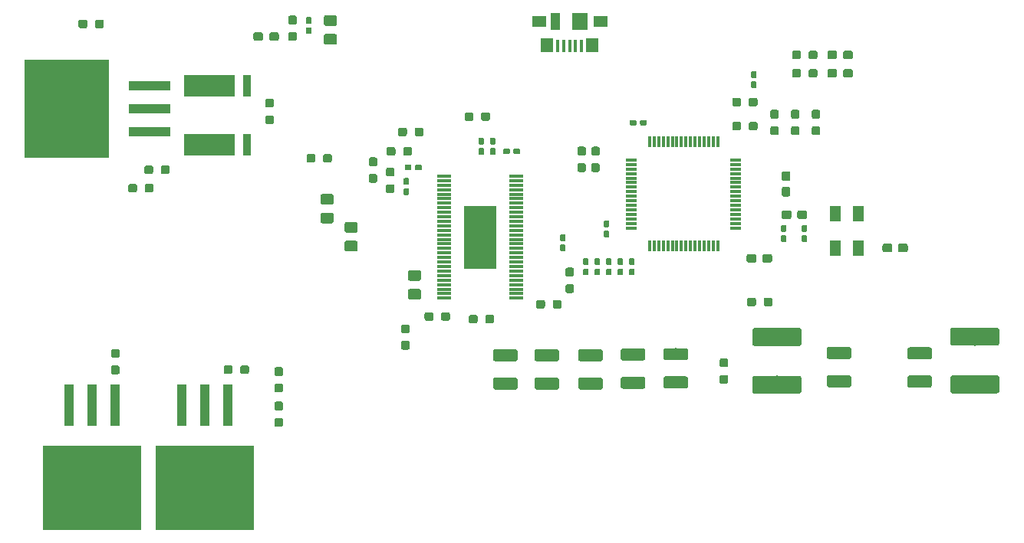
<source format=gbr>
G04 #@! TF.GenerationSoftware,KiCad,Pcbnew,(5.1.4)-1*
G04 #@! TF.CreationDate,2021-08-28T14:03:40-05:00*
G04 #@! TF.ProjectId,Mocos_2021,4d6f636f-735f-4323-9032-312e6b696361,1*
G04 #@! TF.SameCoordinates,Original*
G04 #@! TF.FileFunction,Paste,Top*
G04 #@! TF.FilePolarity,Positive*
%FSLAX46Y46*%
G04 Gerber Fmt 4.6, Leading zero omitted, Abs format (unit mm)*
G04 Created by KiCad (PCBNEW (5.1.4)-1) date 2021-08-28 14:03:40*
%MOMM*%
%LPD*%
G04 APERTURE LIST*
%ADD10C,0.100000*%
%ADD11C,1.175000*%
%ADD12R,3.599180X7.000240*%
%ADD13R,1.501140X0.299720*%
%ADD14R,1.650000X1.300000*%
%ADD15R,1.000000X1.900000*%
%ADD16R,1.800000X1.900000*%
%ADD17R,1.425000X1.550000*%
%ADD18R,0.450000X1.380000*%
%ADD19R,0.889000X2.438400*%
%ADD20R,5.588000X2.438400*%
%ADD21R,1.198880X1.800860*%
%ADD22R,0.300000X1.300480*%
%ADD23R,1.300480X0.300000*%
%ADD24R,1.100000X4.600001*%
%ADD25R,1.100000X4.600000*%
%ADD26R,10.800001X9.399999*%
%ADD27R,4.600001X1.100000*%
%ADD28R,4.600000X1.100000*%
%ADD29R,9.399999X10.800001*%
%ADD30C,0.950000*%
%ADD31C,0.620000*%
%ADD32C,1.325000*%
%ADD33C,1.975000*%
G04 APERTURE END LIST*
D10*
G36*
X112005504Y-72100704D02*
G01*
X112029773Y-72104304D01*
X112053571Y-72110265D01*
X112076671Y-72118530D01*
X112098849Y-72129020D01*
X112119893Y-72141633D01*
X112139598Y-72156247D01*
X112157777Y-72172723D01*
X112174253Y-72190902D01*
X112188867Y-72210607D01*
X112201480Y-72231651D01*
X112211970Y-72253829D01*
X112220235Y-72276929D01*
X112226196Y-72300727D01*
X112229796Y-72324996D01*
X112231000Y-72349500D01*
X112231000Y-73024500D01*
X112229796Y-73049004D01*
X112226196Y-73073273D01*
X112220235Y-73097071D01*
X112211970Y-73120171D01*
X112201480Y-73142349D01*
X112188867Y-73163393D01*
X112174253Y-73183098D01*
X112157777Y-73201277D01*
X112139598Y-73217753D01*
X112119893Y-73232367D01*
X112098849Y-73244980D01*
X112076671Y-73255470D01*
X112053571Y-73263735D01*
X112029773Y-73269696D01*
X112005504Y-73273296D01*
X111981000Y-73274500D01*
X111031000Y-73274500D01*
X111006496Y-73273296D01*
X110982227Y-73269696D01*
X110958429Y-73263735D01*
X110935329Y-73255470D01*
X110913151Y-73244980D01*
X110892107Y-73232367D01*
X110872402Y-73217753D01*
X110854223Y-73201277D01*
X110837747Y-73183098D01*
X110823133Y-73163393D01*
X110810520Y-73142349D01*
X110800030Y-73120171D01*
X110791765Y-73097071D01*
X110785804Y-73073273D01*
X110782204Y-73049004D01*
X110781000Y-73024500D01*
X110781000Y-72349500D01*
X110782204Y-72324996D01*
X110785804Y-72300727D01*
X110791765Y-72276929D01*
X110800030Y-72253829D01*
X110810520Y-72231651D01*
X110823133Y-72210607D01*
X110837747Y-72190902D01*
X110854223Y-72172723D01*
X110872402Y-72156247D01*
X110892107Y-72141633D01*
X110913151Y-72129020D01*
X110935329Y-72118530D01*
X110958429Y-72110265D01*
X110982227Y-72104304D01*
X111006496Y-72100704D01*
X111031000Y-72099500D01*
X111981000Y-72099500D01*
X112005504Y-72100704D01*
X112005504Y-72100704D01*
G37*
D11*
X111506000Y-72687000D03*
D10*
G36*
X112005504Y-70025704D02*
G01*
X112029773Y-70029304D01*
X112053571Y-70035265D01*
X112076671Y-70043530D01*
X112098849Y-70054020D01*
X112119893Y-70066633D01*
X112139598Y-70081247D01*
X112157777Y-70097723D01*
X112174253Y-70115902D01*
X112188867Y-70135607D01*
X112201480Y-70156651D01*
X112211970Y-70178829D01*
X112220235Y-70201929D01*
X112226196Y-70225727D01*
X112229796Y-70249996D01*
X112231000Y-70274500D01*
X112231000Y-70949500D01*
X112229796Y-70974004D01*
X112226196Y-70998273D01*
X112220235Y-71022071D01*
X112211970Y-71045171D01*
X112201480Y-71067349D01*
X112188867Y-71088393D01*
X112174253Y-71108098D01*
X112157777Y-71126277D01*
X112139598Y-71142753D01*
X112119893Y-71157367D01*
X112098849Y-71169980D01*
X112076671Y-71180470D01*
X112053571Y-71188735D01*
X112029773Y-71194696D01*
X112005504Y-71198296D01*
X111981000Y-71199500D01*
X111031000Y-71199500D01*
X111006496Y-71198296D01*
X110982227Y-71194696D01*
X110958429Y-71188735D01*
X110935329Y-71180470D01*
X110913151Y-71169980D01*
X110892107Y-71157367D01*
X110872402Y-71142753D01*
X110854223Y-71126277D01*
X110837747Y-71108098D01*
X110823133Y-71088393D01*
X110810520Y-71067349D01*
X110800030Y-71045171D01*
X110791765Y-71022071D01*
X110785804Y-70998273D01*
X110782204Y-70974004D01*
X110781000Y-70949500D01*
X110781000Y-70274500D01*
X110782204Y-70249996D01*
X110785804Y-70225727D01*
X110791765Y-70201929D01*
X110800030Y-70178829D01*
X110810520Y-70156651D01*
X110823133Y-70135607D01*
X110837747Y-70115902D01*
X110854223Y-70097723D01*
X110872402Y-70081247D01*
X110892107Y-70066633D01*
X110913151Y-70054020D01*
X110935329Y-70043530D01*
X110958429Y-70035265D01*
X110982227Y-70029304D01*
X111006496Y-70025704D01*
X111031000Y-70024500D01*
X111981000Y-70024500D01*
X112005504Y-70025704D01*
X112005504Y-70025704D01*
G37*
D11*
X111506000Y-70612000D03*
D12*
X128016000Y-94615000D03*
D13*
X124015500Y-101310440D03*
X124015500Y-100812600D03*
X124015500Y-100312220D03*
X124015500Y-99811840D03*
X124015500Y-99311460D03*
X124015500Y-98811080D03*
X124015500Y-98310700D03*
X124015500Y-97812860D03*
X132016500Y-87812880D03*
X132016500Y-88310720D03*
X132016500Y-88811100D03*
X132016500Y-89311480D03*
X132016500Y-96311720D03*
X132016500Y-96812100D03*
X132016500Y-97312480D03*
X132016500Y-97812860D03*
X132016500Y-98310700D03*
X132016500Y-98811080D03*
X132016500Y-99311460D03*
X132016500Y-99811840D03*
X132016500Y-100312220D03*
X132016500Y-100812600D03*
X132016500Y-101310440D03*
X132016500Y-89811860D03*
X132016500Y-90312240D03*
X132016500Y-90812620D03*
X132016500Y-91310460D03*
X132016500Y-91810840D03*
X132016500Y-92311220D03*
X132016500Y-92811600D03*
X124015500Y-89311480D03*
X132016500Y-93812360D03*
X132016500Y-94312740D03*
X132016500Y-94810580D03*
X132016500Y-95310960D03*
X132016500Y-95811340D03*
X124015500Y-91810840D03*
X124015500Y-91310460D03*
X124015500Y-90812620D03*
X124015500Y-90312240D03*
X124015500Y-89811860D03*
X132016500Y-93311980D03*
X124015500Y-88811100D03*
X124015500Y-88310720D03*
X124015500Y-87812880D03*
X124015500Y-97312480D03*
X124015500Y-96812100D03*
X124015500Y-96311720D03*
X124015500Y-95811340D03*
X124015500Y-95310960D03*
X124015500Y-94810580D03*
X124015500Y-94312740D03*
X124015500Y-93812360D03*
X124015500Y-93311980D03*
X124015500Y-92811600D03*
X124015500Y-92311220D03*
D14*
X134547000Y-70739000D03*
X141297000Y-70739000D03*
D15*
X136372000Y-70739000D03*
D16*
X139072000Y-70739000D03*
D17*
X140409500Y-73314000D03*
X135434500Y-73314000D03*
D18*
X136622000Y-73399000D03*
X137272000Y-73399000D03*
X137922000Y-73399000D03*
X138572000Y-73399000D03*
X139222000Y-73399000D03*
D19*
X102298500Y-84328000D03*
X102298500Y-77851000D03*
D20*
X98171000Y-84328000D03*
X98171000Y-77851000D03*
D21*
X169758360Y-95758000D03*
X167259000Y-95758000D03*
X167259000Y-91958160D03*
X169758360Y-91958160D03*
D22*
X154244040Y-95539560D03*
X153746200Y-95539560D03*
X153245820Y-95539560D03*
X152745440Y-95539560D03*
X152245060Y-95539560D03*
D23*
X144744440Y-93538040D03*
X144744440Y-93040200D03*
X144744440Y-92539820D03*
X144744440Y-92039440D03*
X144744440Y-91539060D03*
D22*
X146745960Y-84038440D03*
X147243800Y-84038440D03*
X147744180Y-84038440D03*
X148244560Y-84038440D03*
X148744940Y-84038440D03*
D23*
X156245560Y-86039960D03*
X156245560Y-86537800D03*
X156245560Y-87038180D03*
X156245560Y-87538560D03*
X156245560Y-88038940D03*
D22*
X151744680Y-95539560D03*
X151244300Y-95539560D03*
X150743920Y-95539560D03*
D23*
X144744440Y-91038680D03*
X144744440Y-90538300D03*
X144744440Y-90037920D03*
D22*
X149245320Y-84038440D03*
X149745700Y-84038440D03*
X150246080Y-84038440D03*
D23*
X156245560Y-88539320D03*
X156245560Y-89039700D03*
X156245560Y-89540080D03*
D22*
X150246080Y-95539560D03*
X149745700Y-95539560D03*
X149245320Y-95539560D03*
X148744940Y-95539560D03*
X148244560Y-95539560D03*
X147744180Y-95539560D03*
X147243800Y-95539560D03*
X146745960Y-95539560D03*
D23*
X144744440Y-89540080D03*
X144744440Y-89039700D03*
X144744440Y-88539320D03*
X144744440Y-88038940D03*
X144744440Y-87538560D03*
X144744440Y-87038180D03*
X144744440Y-86537800D03*
X144744440Y-86039960D03*
D22*
X150743920Y-84038440D03*
X151244300Y-84038440D03*
X151744680Y-84038440D03*
X152245060Y-84038440D03*
X152745440Y-84038440D03*
X153245820Y-84038440D03*
X153746200Y-84038440D03*
X154244040Y-84038440D03*
D23*
X156245560Y-92539820D03*
X156245560Y-93040200D03*
X156245560Y-93538040D03*
X156245560Y-90037920D03*
X156245560Y-90538300D03*
X156245560Y-91038680D03*
X156245560Y-91539060D03*
X156245560Y-92039440D03*
D24*
X87757000Y-113097000D03*
X85217000Y-113097000D03*
D25*
X82677000Y-113097000D03*
D26*
X85217000Y-122247000D03*
D24*
X100203000Y-113097000D03*
X97663000Y-113097000D03*
D25*
X95123000Y-113097000D03*
D26*
X97663000Y-122247000D03*
D27*
X91573000Y-82931000D03*
X91573000Y-80391000D03*
D28*
X91573000Y-77851000D03*
D29*
X82423000Y-80391000D03*
D10*
G36*
X106051779Y-112750644D02*
G01*
X106074834Y-112754063D01*
X106097443Y-112759727D01*
X106119387Y-112767579D01*
X106140457Y-112777544D01*
X106160448Y-112789526D01*
X106179168Y-112803410D01*
X106196438Y-112819062D01*
X106212090Y-112836332D01*
X106225974Y-112855052D01*
X106237956Y-112875043D01*
X106247921Y-112896113D01*
X106255773Y-112918057D01*
X106261437Y-112940666D01*
X106264856Y-112963721D01*
X106266000Y-112987000D01*
X106266000Y-113487000D01*
X106264856Y-113510279D01*
X106261437Y-113533334D01*
X106255773Y-113555943D01*
X106247921Y-113577887D01*
X106237956Y-113598957D01*
X106225974Y-113618948D01*
X106212090Y-113637668D01*
X106196438Y-113654938D01*
X106179168Y-113670590D01*
X106160448Y-113684474D01*
X106140457Y-113696456D01*
X106119387Y-113706421D01*
X106097443Y-113714273D01*
X106074834Y-113719937D01*
X106051779Y-113723356D01*
X106028500Y-113724500D01*
X105553500Y-113724500D01*
X105530221Y-113723356D01*
X105507166Y-113719937D01*
X105484557Y-113714273D01*
X105462613Y-113706421D01*
X105441543Y-113696456D01*
X105421552Y-113684474D01*
X105402832Y-113670590D01*
X105385562Y-113654938D01*
X105369910Y-113637668D01*
X105356026Y-113618948D01*
X105344044Y-113598957D01*
X105334079Y-113577887D01*
X105326227Y-113555943D01*
X105320563Y-113533334D01*
X105317144Y-113510279D01*
X105316000Y-113487000D01*
X105316000Y-112987000D01*
X105317144Y-112963721D01*
X105320563Y-112940666D01*
X105326227Y-112918057D01*
X105334079Y-112896113D01*
X105344044Y-112875043D01*
X105356026Y-112855052D01*
X105369910Y-112836332D01*
X105385562Y-112819062D01*
X105402832Y-112803410D01*
X105421552Y-112789526D01*
X105441543Y-112777544D01*
X105462613Y-112767579D01*
X105484557Y-112759727D01*
X105507166Y-112754063D01*
X105530221Y-112750644D01*
X105553500Y-112749500D01*
X106028500Y-112749500D01*
X106051779Y-112750644D01*
X106051779Y-112750644D01*
G37*
D30*
X105791000Y-113237000D03*
D10*
G36*
X106051779Y-114575644D02*
G01*
X106074834Y-114579063D01*
X106097443Y-114584727D01*
X106119387Y-114592579D01*
X106140457Y-114602544D01*
X106160448Y-114614526D01*
X106179168Y-114628410D01*
X106196438Y-114644062D01*
X106212090Y-114661332D01*
X106225974Y-114680052D01*
X106237956Y-114700043D01*
X106247921Y-114721113D01*
X106255773Y-114743057D01*
X106261437Y-114765666D01*
X106264856Y-114788721D01*
X106266000Y-114812000D01*
X106266000Y-115312000D01*
X106264856Y-115335279D01*
X106261437Y-115358334D01*
X106255773Y-115380943D01*
X106247921Y-115402887D01*
X106237956Y-115423957D01*
X106225974Y-115443948D01*
X106212090Y-115462668D01*
X106196438Y-115479938D01*
X106179168Y-115495590D01*
X106160448Y-115509474D01*
X106140457Y-115521456D01*
X106119387Y-115531421D01*
X106097443Y-115539273D01*
X106074834Y-115544937D01*
X106051779Y-115548356D01*
X106028500Y-115549500D01*
X105553500Y-115549500D01*
X105530221Y-115548356D01*
X105507166Y-115544937D01*
X105484557Y-115539273D01*
X105462613Y-115531421D01*
X105441543Y-115521456D01*
X105421552Y-115509474D01*
X105402832Y-115495590D01*
X105385562Y-115479938D01*
X105369910Y-115462668D01*
X105356026Y-115443948D01*
X105344044Y-115423957D01*
X105334079Y-115402887D01*
X105326227Y-115380943D01*
X105320563Y-115358334D01*
X105317144Y-115335279D01*
X105316000Y-115312000D01*
X105316000Y-114812000D01*
X105317144Y-114788721D01*
X105320563Y-114765666D01*
X105326227Y-114743057D01*
X105334079Y-114721113D01*
X105344044Y-114700043D01*
X105356026Y-114680052D01*
X105369910Y-114661332D01*
X105385562Y-114644062D01*
X105402832Y-114628410D01*
X105421552Y-114614526D01*
X105441543Y-114602544D01*
X105462613Y-114592579D01*
X105484557Y-114584727D01*
X105507166Y-114579063D01*
X105530221Y-114575644D01*
X105553500Y-114574500D01*
X106028500Y-114574500D01*
X106051779Y-114575644D01*
X106051779Y-114575644D01*
G37*
D30*
X105791000Y-115062000D03*
D10*
G36*
X106051779Y-108940644D02*
G01*
X106074834Y-108944063D01*
X106097443Y-108949727D01*
X106119387Y-108957579D01*
X106140457Y-108967544D01*
X106160448Y-108979526D01*
X106179168Y-108993410D01*
X106196438Y-109009062D01*
X106212090Y-109026332D01*
X106225974Y-109045052D01*
X106237956Y-109065043D01*
X106247921Y-109086113D01*
X106255773Y-109108057D01*
X106261437Y-109130666D01*
X106264856Y-109153721D01*
X106266000Y-109177000D01*
X106266000Y-109677000D01*
X106264856Y-109700279D01*
X106261437Y-109723334D01*
X106255773Y-109745943D01*
X106247921Y-109767887D01*
X106237956Y-109788957D01*
X106225974Y-109808948D01*
X106212090Y-109827668D01*
X106196438Y-109844938D01*
X106179168Y-109860590D01*
X106160448Y-109874474D01*
X106140457Y-109886456D01*
X106119387Y-109896421D01*
X106097443Y-109904273D01*
X106074834Y-109909937D01*
X106051779Y-109913356D01*
X106028500Y-109914500D01*
X105553500Y-109914500D01*
X105530221Y-109913356D01*
X105507166Y-109909937D01*
X105484557Y-109904273D01*
X105462613Y-109896421D01*
X105441543Y-109886456D01*
X105421552Y-109874474D01*
X105402832Y-109860590D01*
X105385562Y-109844938D01*
X105369910Y-109827668D01*
X105356026Y-109808948D01*
X105344044Y-109788957D01*
X105334079Y-109767887D01*
X105326227Y-109745943D01*
X105320563Y-109723334D01*
X105317144Y-109700279D01*
X105316000Y-109677000D01*
X105316000Y-109177000D01*
X105317144Y-109153721D01*
X105320563Y-109130666D01*
X105326227Y-109108057D01*
X105334079Y-109086113D01*
X105344044Y-109065043D01*
X105356026Y-109045052D01*
X105369910Y-109026332D01*
X105385562Y-109009062D01*
X105402832Y-108993410D01*
X105421552Y-108979526D01*
X105441543Y-108967544D01*
X105462613Y-108957579D01*
X105484557Y-108949727D01*
X105507166Y-108944063D01*
X105530221Y-108940644D01*
X105553500Y-108939500D01*
X106028500Y-108939500D01*
X106051779Y-108940644D01*
X106051779Y-108940644D01*
G37*
D30*
X105791000Y-109427000D03*
D10*
G36*
X106051779Y-110765644D02*
G01*
X106074834Y-110769063D01*
X106097443Y-110774727D01*
X106119387Y-110782579D01*
X106140457Y-110792544D01*
X106160448Y-110804526D01*
X106179168Y-110818410D01*
X106196438Y-110834062D01*
X106212090Y-110851332D01*
X106225974Y-110870052D01*
X106237956Y-110890043D01*
X106247921Y-110911113D01*
X106255773Y-110933057D01*
X106261437Y-110955666D01*
X106264856Y-110978721D01*
X106266000Y-111002000D01*
X106266000Y-111502000D01*
X106264856Y-111525279D01*
X106261437Y-111548334D01*
X106255773Y-111570943D01*
X106247921Y-111592887D01*
X106237956Y-111613957D01*
X106225974Y-111633948D01*
X106212090Y-111652668D01*
X106196438Y-111669938D01*
X106179168Y-111685590D01*
X106160448Y-111699474D01*
X106140457Y-111711456D01*
X106119387Y-111721421D01*
X106097443Y-111729273D01*
X106074834Y-111734937D01*
X106051779Y-111738356D01*
X106028500Y-111739500D01*
X105553500Y-111739500D01*
X105530221Y-111738356D01*
X105507166Y-111734937D01*
X105484557Y-111729273D01*
X105462613Y-111721421D01*
X105441543Y-111711456D01*
X105421552Y-111699474D01*
X105402832Y-111685590D01*
X105385562Y-111669938D01*
X105369910Y-111652668D01*
X105356026Y-111633948D01*
X105344044Y-111613957D01*
X105334079Y-111592887D01*
X105326227Y-111570943D01*
X105320563Y-111548334D01*
X105317144Y-111525279D01*
X105316000Y-111502000D01*
X105316000Y-111002000D01*
X105317144Y-110978721D01*
X105320563Y-110955666D01*
X105326227Y-110933057D01*
X105334079Y-110911113D01*
X105344044Y-110890043D01*
X105356026Y-110870052D01*
X105369910Y-110851332D01*
X105385562Y-110834062D01*
X105402832Y-110818410D01*
X105421552Y-110804526D01*
X105441543Y-110792544D01*
X105462613Y-110782579D01*
X105484557Y-110774727D01*
X105507166Y-110769063D01*
X105530221Y-110765644D01*
X105553500Y-110764500D01*
X106028500Y-110764500D01*
X106051779Y-110765644D01*
X106051779Y-110765644D01*
G37*
D30*
X105791000Y-111252000D03*
D10*
G36*
X88017779Y-106932144D02*
G01*
X88040834Y-106935563D01*
X88063443Y-106941227D01*
X88085387Y-106949079D01*
X88106457Y-106959044D01*
X88126448Y-106971026D01*
X88145168Y-106984910D01*
X88162438Y-107000562D01*
X88178090Y-107017832D01*
X88191974Y-107036552D01*
X88203956Y-107056543D01*
X88213921Y-107077613D01*
X88221773Y-107099557D01*
X88227437Y-107122166D01*
X88230856Y-107145221D01*
X88232000Y-107168500D01*
X88232000Y-107668500D01*
X88230856Y-107691779D01*
X88227437Y-107714834D01*
X88221773Y-107737443D01*
X88213921Y-107759387D01*
X88203956Y-107780457D01*
X88191974Y-107800448D01*
X88178090Y-107819168D01*
X88162438Y-107836438D01*
X88145168Y-107852090D01*
X88126448Y-107865974D01*
X88106457Y-107877956D01*
X88085387Y-107887921D01*
X88063443Y-107895773D01*
X88040834Y-107901437D01*
X88017779Y-107904856D01*
X87994500Y-107906000D01*
X87519500Y-107906000D01*
X87496221Y-107904856D01*
X87473166Y-107901437D01*
X87450557Y-107895773D01*
X87428613Y-107887921D01*
X87407543Y-107877956D01*
X87387552Y-107865974D01*
X87368832Y-107852090D01*
X87351562Y-107836438D01*
X87335910Y-107819168D01*
X87322026Y-107800448D01*
X87310044Y-107780457D01*
X87300079Y-107759387D01*
X87292227Y-107737443D01*
X87286563Y-107714834D01*
X87283144Y-107691779D01*
X87282000Y-107668500D01*
X87282000Y-107168500D01*
X87283144Y-107145221D01*
X87286563Y-107122166D01*
X87292227Y-107099557D01*
X87300079Y-107077613D01*
X87310044Y-107056543D01*
X87322026Y-107036552D01*
X87335910Y-107017832D01*
X87351562Y-107000562D01*
X87368832Y-106984910D01*
X87387552Y-106971026D01*
X87407543Y-106959044D01*
X87428613Y-106949079D01*
X87450557Y-106941227D01*
X87473166Y-106935563D01*
X87496221Y-106932144D01*
X87519500Y-106931000D01*
X87994500Y-106931000D01*
X88017779Y-106932144D01*
X88017779Y-106932144D01*
G37*
D30*
X87757000Y-107418500D03*
D10*
G36*
X88017779Y-108757144D02*
G01*
X88040834Y-108760563D01*
X88063443Y-108766227D01*
X88085387Y-108774079D01*
X88106457Y-108784044D01*
X88126448Y-108796026D01*
X88145168Y-108809910D01*
X88162438Y-108825562D01*
X88178090Y-108842832D01*
X88191974Y-108861552D01*
X88203956Y-108881543D01*
X88213921Y-108902613D01*
X88221773Y-108924557D01*
X88227437Y-108947166D01*
X88230856Y-108970221D01*
X88232000Y-108993500D01*
X88232000Y-109493500D01*
X88230856Y-109516779D01*
X88227437Y-109539834D01*
X88221773Y-109562443D01*
X88213921Y-109584387D01*
X88203956Y-109605457D01*
X88191974Y-109625448D01*
X88178090Y-109644168D01*
X88162438Y-109661438D01*
X88145168Y-109677090D01*
X88126448Y-109690974D01*
X88106457Y-109702956D01*
X88085387Y-109712921D01*
X88063443Y-109720773D01*
X88040834Y-109726437D01*
X88017779Y-109729856D01*
X87994500Y-109731000D01*
X87519500Y-109731000D01*
X87496221Y-109729856D01*
X87473166Y-109726437D01*
X87450557Y-109720773D01*
X87428613Y-109712921D01*
X87407543Y-109702956D01*
X87387552Y-109690974D01*
X87368832Y-109677090D01*
X87351562Y-109661438D01*
X87335910Y-109644168D01*
X87322026Y-109625448D01*
X87310044Y-109605457D01*
X87300079Y-109584387D01*
X87292227Y-109562443D01*
X87286563Y-109539834D01*
X87283144Y-109516779D01*
X87282000Y-109493500D01*
X87282000Y-108993500D01*
X87283144Y-108970221D01*
X87286563Y-108947166D01*
X87292227Y-108924557D01*
X87300079Y-108902613D01*
X87310044Y-108881543D01*
X87322026Y-108861552D01*
X87335910Y-108842832D01*
X87351562Y-108825562D01*
X87368832Y-108809910D01*
X87387552Y-108796026D01*
X87407543Y-108784044D01*
X87428613Y-108774079D01*
X87450557Y-108766227D01*
X87473166Y-108760563D01*
X87496221Y-108757144D01*
X87519500Y-108756000D01*
X87994500Y-108756000D01*
X88017779Y-108757144D01*
X88017779Y-108757144D01*
G37*
D30*
X87757000Y-109243500D03*
D10*
G36*
X91713279Y-86648144D02*
G01*
X91736334Y-86651563D01*
X91758943Y-86657227D01*
X91780887Y-86665079D01*
X91801957Y-86675044D01*
X91821948Y-86687026D01*
X91840668Y-86700910D01*
X91857938Y-86716562D01*
X91873590Y-86733832D01*
X91887474Y-86752552D01*
X91899456Y-86772543D01*
X91909421Y-86793613D01*
X91917273Y-86815557D01*
X91922937Y-86838166D01*
X91926356Y-86861221D01*
X91927500Y-86884500D01*
X91927500Y-87359500D01*
X91926356Y-87382779D01*
X91922937Y-87405834D01*
X91917273Y-87428443D01*
X91909421Y-87450387D01*
X91899456Y-87471457D01*
X91887474Y-87491448D01*
X91873590Y-87510168D01*
X91857938Y-87527438D01*
X91840668Y-87543090D01*
X91821948Y-87556974D01*
X91801957Y-87568956D01*
X91780887Y-87578921D01*
X91758943Y-87586773D01*
X91736334Y-87592437D01*
X91713279Y-87595856D01*
X91690000Y-87597000D01*
X91190000Y-87597000D01*
X91166721Y-87595856D01*
X91143666Y-87592437D01*
X91121057Y-87586773D01*
X91099113Y-87578921D01*
X91078043Y-87568956D01*
X91058052Y-87556974D01*
X91039332Y-87543090D01*
X91022062Y-87527438D01*
X91006410Y-87510168D01*
X90992526Y-87491448D01*
X90980544Y-87471457D01*
X90970579Y-87450387D01*
X90962727Y-87428443D01*
X90957063Y-87405834D01*
X90953644Y-87382779D01*
X90952500Y-87359500D01*
X90952500Y-86884500D01*
X90953644Y-86861221D01*
X90957063Y-86838166D01*
X90962727Y-86815557D01*
X90970579Y-86793613D01*
X90980544Y-86772543D01*
X90992526Y-86752552D01*
X91006410Y-86733832D01*
X91022062Y-86716562D01*
X91039332Y-86700910D01*
X91058052Y-86687026D01*
X91078043Y-86675044D01*
X91099113Y-86665079D01*
X91121057Y-86657227D01*
X91143666Y-86651563D01*
X91166721Y-86648144D01*
X91190000Y-86647000D01*
X91690000Y-86647000D01*
X91713279Y-86648144D01*
X91713279Y-86648144D01*
G37*
D30*
X91440000Y-87122000D03*
D10*
G36*
X93538279Y-86648144D02*
G01*
X93561334Y-86651563D01*
X93583943Y-86657227D01*
X93605887Y-86665079D01*
X93626957Y-86675044D01*
X93646948Y-86687026D01*
X93665668Y-86700910D01*
X93682938Y-86716562D01*
X93698590Y-86733832D01*
X93712474Y-86752552D01*
X93724456Y-86772543D01*
X93734421Y-86793613D01*
X93742273Y-86815557D01*
X93747937Y-86838166D01*
X93751356Y-86861221D01*
X93752500Y-86884500D01*
X93752500Y-87359500D01*
X93751356Y-87382779D01*
X93747937Y-87405834D01*
X93742273Y-87428443D01*
X93734421Y-87450387D01*
X93724456Y-87471457D01*
X93712474Y-87491448D01*
X93698590Y-87510168D01*
X93682938Y-87527438D01*
X93665668Y-87543090D01*
X93646948Y-87556974D01*
X93626957Y-87568956D01*
X93605887Y-87578921D01*
X93583943Y-87586773D01*
X93561334Y-87592437D01*
X93538279Y-87595856D01*
X93515000Y-87597000D01*
X93015000Y-87597000D01*
X92991721Y-87595856D01*
X92968666Y-87592437D01*
X92946057Y-87586773D01*
X92924113Y-87578921D01*
X92903043Y-87568956D01*
X92883052Y-87556974D01*
X92864332Y-87543090D01*
X92847062Y-87527438D01*
X92831410Y-87510168D01*
X92817526Y-87491448D01*
X92805544Y-87471457D01*
X92795579Y-87450387D01*
X92787727Y-87428443D01*
X92782063Y-87405834D01*
X92778644Y-87382779D01*
X92777500Y-87359500D01*
X92777500Y-86884500D01*
X92778644Y-86861221D01*
X92782063Y-86838166D01*
X92787727Y-86815557D01*
X92795579Y-86793613D01*
X92805544Y-86772543D01*
X92817526Y-86752552D01*
X92831410Y-86733832D01*
X92847062Y-86716562D01*
X92864332Y-86700910D01*
X92883052Y-86687026D01*
X92903043Y-86675044D01*
X92924113Y-86665079D01*
X92946057Y-86657227D01*
X92968666Y-86651563D01*
X92991721Y-86648144D01*
X93015000Y-86647000D01*
X93515000Y-86647000D01*
X93538279Y-86648144D01*
X93538279Y-86648144D01*
G37*
D30*
X93265000Y-87122000D03*
D10*
G36*
X91760279Y-88680144D02*
G01*
X91783334Y-88683563D01*
X91805943Y-88689227D01*
X91827887Y-88697079D01*
X91848957Y-88707044D01*
X91868948Y-88719026D01*
X91887668Y-88732910D01*
X91904938Y-88748562D01*
X91920590Y-88765832D01*
X91934474Y-88784552D01*
X91946456Y-88804543D01*
X91956421Y-88825613D01*
X91964273Y-88847557D01*
X91969937Y-88870166D01*
X91973356Y-88893221D01*
X91974500Y-88916500D01*
X91974500Y-89391500D01*
X91973356Y-89414779D01*
X91969937Y-89437834D01*
X91964273Y-89460443D01*
X91956421Y-89482387D01*
X91946456Y-89503457D01*
X91934474Y-89523448D01*
X91920590Y-89542168D01*
X91904938Y-89559438D01*
X91887668Y-89575090D01*
X91868948Y-89588974D01*
X91848957Y-89600956D01*
X91827887Y-89610921D01*
X91805943Y-89618773D01*
X91783334Y-89624437D01*
X91760279Y-89627856D01*
X91737000Y-89629000D01*
X91237000Y-89629000D01*
X91213721Y-89627856D01*
X91190666Y-89624437D01*
X91168057Y-89618773D01*
X91146113Y-89610921D01*
X91125043Y-89600956D01*
X91105052Y-89588974D01*
X91086332Y-89575090D01*
X91069062Y-89559438D01*
X91053410Y-89542168D01*
X91039526Y-89523448D01*
X91027544Y-89503457D01*
X91017579Y-89482387D01*
X91009727Y-89460443D01*
X91004063Y-89437834D01*
X91000644Y-89414779D01*
X90999500Y-89391500D01*
X90999500Y-88916500D01*
X91000644Y-88893221D01*
X91004063Y-88870166D01*
X91009727Y-88847557D01*
X91017579Y-88825613D01*
X91027544Y-88804543D01*
X91039526Y-88784552D01*
X91053410Y-88765832D01*
X91069062Y-88748562D01*
X91086332Y-88732910D01*
X91105052Y-88719026D01*
X91125043Y-88707044D01*
X91146113Y-88697079D01*
X91168057Y-88689227D01*
X91190666Y-88683563D01*
X91213721Y-88680144D01*
X91237000Y-88679000D01*
X91737000Y-88679000D01*
X91760279Y-88680144D01*
X91760279Y-88680144D01*
G37*
D30*
X91487000Y-89154000D03*
D10*
G36*
X89935279Y-88680144D02*
G01*
X89958334Y-88683563D01*
X89980943Y-88689227D01*
X90002887Y-88697079D01*
X90023957Y-88707044D01*
X90043948Y-88719026D01*
X90062668Y-88732910D01*
X90079938Y-88748562D01*
X90095590Y-88765832D01*
X90109474Y-88784552D01*
X90121456Y-88804543D01*
X90131421Y-88825613D01*
X90139273Y-88847557D01*
X90144937Y-88870166D01*
X90148356Y-88893221D01*
X90149500Y-88916500D01*
X90149500Y-89391500D01*
X90148356Y-89414779D01*
X90144937Y-89437834D01*
X90139273Y-89460443D01*
X90131421Y-89482387D01*
X90121456Y-89503457D01*
X90109474Y-89523448D01*
X90095590Y-89542168D01*
X90079938Y-89559438D01*
X90062668Y-89575090D01*
X90043948Y-89588974D01*
X90023957Y-89600956D01*
X90002887Y-89610921D01*
X89980943Y-89618773D01*
X89958334Y-89624437D01*
X89935279Y-89627856D01*
X89912000Y-89629000D01*
X89412000Y-89629000D01*
X89388721Y-89627856D01*
X89365666Y-89624437D01*
X89343057Y-89618773D01*
X89321113Y-89610921D01*
X89300043Y-89600956D01*
X89280052Y-89588974D01*
X89261332Y-89575090D01*
X89244062Y-89559438D01*
X89228410Y-89542168D01*
X89214526Y-89523448D01*
X89202544Y-89503457D01*
X89192579Y-89482387D01*
X89184727Y-89460443D01*
X89179063Y-89437834D01*
X89175644Y-89414779D01*
X89174500Y-89391500D01*
X89174500Y-88916500D01*
X89175644Y-88893221D01*
X89179063Y-88870166D01*
X89184727Y-88847557D01*
X89192579Y-88825613D01*
X89202544Y-88804543D01*
X89214526Y-88784552D01*
X89228410Y-88765832D01*
X89244062Y-88748562D01*
X89261332Y-88732910D01*
X89280052Y-88719026D01*
X89300043Y-88707044D01*
X89321113Y-88697079D01*
X89343057Y-88689227D01*
X89365666Y-88683563D01*
X89388721Y-88680144D01*
X89412000Y-88679000D01*
X89912000Y-88679000D01*
X89935279Y-88680144D01*
X89935279Y-88680144D01*
G37*
D30*
X89662000Y-89154000D03*
D10*
G36*
X102301279Y-108746144D02*
G01*
X102324334Y-108749563D01*
X102346943Y-108755227D01*
X102368887Y-108763079D01*
X102389957Y-108773044D01*
X102409948Y-108785026D01*
X102428668Y-108798910D01*
X102445938Y-108814562D01*
X102461590Y-108831832D01*
X102475474Y-108850552D01*
X102487456Y-108870543D01*
X102497421Y-108891613D01*
X102505273Y-108913557D01*
X102510937Y-108936166D01*
X102514356Y-108959221D01*
X102515500Y-108982500D01*
X102515500Y-109457500D01*
X102514356Y-109480779D01*
X102510937Y-109503834D01*
X102505273Y-109526443D01*
X102497421Y-109548387D01*
X102487456Y-109569457D01*
X102475474Y-109589448D01*
X102461590Y-109608168D01*
X102445938Y-109625438D01*
X102428668Y-109641090D01*
X102409948Y-109654974D01*
X102389957Y-109666956D01*
X102368887Y-109676921D01*
X102346943Y-109684773D01*
X102324334Y-109690437D01*
X102301279Y-109693856D01*
X102278000Y-109695000D01*
X101778000Y-109695000D01*
X101754721Y-109693856D01*
X101731666Y-109690437D01*
X101709057Y-109684773D01*
X101687113Y-109676921D01*
X101666043Y-109666956D01*
X101646052Y-109654974D01*
X101627332Y-109641090D01*
X101610062Y-109625438D01*
X101594410Y-109608168D01*
X101580526Y-109589448D01*
X101568544Y-109569457D01*
X101558579Y-109548387D01*
X101550727Y-109526443D01*
X101545063Y-109503834D01*
X101541644Y-109480779D01*
X101540500Y-109457500D01*
X101540500Y-108982500D01*
X101541644Y-108959221D01*
X101545063Y-108936166D01*
X101550727Y-108913557D01*
X101558579Y-108891613D01*
X101568544Y-108870543D01*
X101580526Y-108850552D01*
X101594410Y-108831832D01*
X101610062Y-108814562D01*
X101627332Y-108798910D01*
X101646052Y-108785026D01*
X101666043Y-108773044D01*
X101687113Y-108763079D01*
X101709057Y-108755227D01*
X101731666Y-108749563D01*
X101754721Y-108746144D01*
X101778000Y-108745000D01*
X102278000Y-108745000D01*
X102301279Y-108746144D01*
X102301279Y-108746144D01*
G37*
D30*
X102028000Y-109220000D03*
D10*
G36*
X100476279Y-108746144D02*
G01*
X100499334Y-108749563D01*
X100521943Y-108755227D01*
X100543887Y-108763079D01*
X100564957Y-108773044D01*
X100584948Y-108785026D01*
X100603668Y-108798910D01*
X100620938Y-108814562D01*
X100636590Y-108831832D01*
X100650474Y-108850552D01*
X100662456Y-108870543D01*
X100672421Y-108891613D01*
X100680273Y-108913557D01*
X100685937Y-108936166D01*
X100689356Y-108959221D01*
X100690500Y-108982500D01*
X100690500Y-109457500D01*
X100689356Y-109480779D01*
X100685937Y-109503834D01*
X100680273Y-109526443D01*
X100672421Y-109548387D01*
X100662456Y-109569457D01*
X100650474Y-109589448D01*
X100636590Y-109608168D01*
X100620938Y-109625438D01*
X100603668Y-109641090D01*
X100584948Y-109654974D01*
X100564957Y-109666956D01*
X100543887Y-109676921D01*
X100521943Y-109684773D01*
X100499334Y-109690437D01*
X100476279Y-109693856D01*
X100453000Y-109695000D01*
X99953000Y-109695000D01*
X99929721Y-109693856D01*
X99906666Y-109690437D01*
X99884057Y-109684773D01*
X99862113Y-109676921D01*
X99841043Y-109666956D01*
X99821052Y-109654974D01*
X99802332Y-109641090D01*
X99785062Y-109625438D01*
X99769410Y-109608168D01*
X99755526Y-109589448D01*
X99743544Y-109569457D01*
X99733579Y-109548387D01*
X99725727Y-109526443D01*
X99720063Y-109503834D01*
X99716644Y-109480779D01*
X99715500Y-109457500D01*
X99715500Y-108982500D01*
X99716644Y-108959221D01*
X99720063Y-108936166D01*
X99725727Y-108913557D01*
X99733579Y-108891613D01*
X99743544Y-108870543D01*
X99755526Y-108850552D01*
X99769410Y-108831832D01*
X99785062Y-108814562D01*
X99802332Y-108798910D01*
X99821052Y-108785026D01*
X99841043Y-108773044D01*
X99862113Y-108763079D01*
X99884057Y-108755227D01*
X99906666Y-108749563D01*
X99929721Y-108746144D01*
X99953000Y-108745000D01*
X100453000Y-108745000D01*
X100476279Y-108746144D01*
X100476279Y-108746144D01*
G37*
D30*
X100203000Y-109220000D03*
D10*
G36*
X105035779Y-81094644D02*
G01*
X105058834Y-81098063D01*
X105081443Y-81103727D01*
X105103387Y-81111579D01*
X105124457Y-81121544D01*
X105144448Y-81133526D01*
X105163168Y-81147410D01*
X105180438Y-81163062D01*
X105196090Y-81180332D01*
X105209974Y-81199052D01*
X105221956Y-81219043D01*
X105231921Y-81240113D01*
X105239773Y-81262057D01*
X105245437Y-81284666D01*
X105248856Y-81307721D01*
X105250000Y-81331000D01*
X105250000Y-81831000D01*
X105248856Y-81854279D01*
X105245437Y-81877334D01*
X105239773Y-81899943D01*
X105231921Y-81921887D01*
X105221956Y-81942957D01*
X105209974Y-81962948D01*
X105196090Y-81981668D01*
X105180438Y-81998938D01*
X105163168Y-82014590D01*
X105144448Y-82028474D01*
X105124457Y-82040456D01*
X105103387Y-82050421D01*
X105081443Y-82058273D01*
X105058834Y-82063937D01*
X105035779Y-82067356D01*
X105012500Y-82068500D01*
X104537500Y-82068500D01*
X104514221Y-82067356D01*
X104491166Y-82063937D01*
X104468557Y-82058273D01*
X104446613Y-82050421D01*
X104425543Y-82040456D01*
X104405552Y-82028474D01*
X104386832Y-82014590D01*
X104369562Y-81998938D01*
X104353910Y-81981668D01*
X104340026Y-81962948D01*
X104328044Y-81942957D01*
X104318079Y-81921887D01*
X104310227Y-81899943D01*
X104304563Y-81877334D01*
X104301144Y-81854279D01*
X104300000Y-81831000D01*
X104300000Y-81331000D01*
X104301144Y-81307721D01*
X104304563Y-81284666D01*
X104310227Y-81262057D01*
X104318079Y-81240113D01*
X104328044Y-81219043D01*
X104340026Y-81199052D01*
X104353910Y-81180332D01*
X104369562Y-81163062D01*
X104386832Y-81147410D01*
X104405552Y-81133526D01*
X104425543Y-81121544D01*
X104446613Y-81111579D01*
X104468557Y-81103727D01*
X104491166Y-81098063D01*
X104514221Y-81094644D01*
X104537500Y-81093500D01*
X105012500Y-81093500D01*
X105035779Y-81094644D01*
X105035779Y-81094644D01*
G37*
D30*
X104775000Y-81581000D03*
D10*
G36*
X105035779Y-79269644D02*
G01*
X105058834Y-79273063D01*
X105081443Y-79278727D01*
X105103387Y-79286579D01*
X105124457Y-79296544D01*
X105144448Y-79308526D01*
X105163168Y-79322410D01*
X105180438Y-79338062D01*
X105196090Y-79355332D01*
X105209974Y-79374052D01*
X105221956Y-79394043D01*
X105231921Y-79415113D01*
X105239773Y-79437057D01*
X105245437Y-79459666D01*
X105248856Y-79482721D01*
X105250000Y-79506000D01*
X105250000Y-80006000D01*
X105248856Y-80029279D01*
X105245437Y-80052334D01*
X105239773Y-80074943D01*
X105231921Y-80096887D01*
X105221956Y-80117957D01*
X105209974Y-80137948D01*
X105196090Y-80156668D01*
X105180438Y-80173938D01*
X105163168Y-80189590D01*
X105144448Y-80203474D01*
X105124457Y-80215456D01*
X105103387Y-80225421D01*
X105081443Y-80233273D01*
X105058834Y-80238937D01*
X105035779Y-80242356D01*
X105012500Y-80243500D01*
X104537500Y-80243500D01*
X104514221Y-80242356D01*
X104491166Y-80238937D01*
X104468557Y-80233273D01*
X104446613Y-80225421D01*
X104425543Y-80215456D01*
X104405552Y-80203474D01*
X104386832Y-80189590D01*
X104369562Y-80173938D01*
X104353910Y-80156668D01*
X104340026Y-80137948D01*
X104328044Y-80117957D01*
X104318079Y-80096887D01*
X104310227Y-80074943D01*
X104304563Y-80052334D01*
X104301144Y-80029279D01*
X104300000Y-80006000D01*
X104300000Y-79506000D01*
X104301144Y-79482721D01*
X104304563Y-79459666D01*
X104310227Y-79437057D01*
X104318079Y-79415113D01*
X104328044Y-79394043D01*
X104340026Y-79374052D01*
X104353910Y-79355332D01*
X104369562Y-79338062D01*
X104386832Y-79322410D01*
X104405552Y-79308526D01*
X104425543Y-79296544D01*
X104446613Y-79286579D01*
X104468557Y-79278727D01*
X104491166Y-79273063D01*
X104514221Y-79269644D01*
X104537500Y-79268500D01*
X105012500Y-79268500D01*
X105035779Y-79269644D01*
X105035779Y-79269644D01*
G37*
D30*
X104775000Y-79756000D03*
D10*
G36*
X111445279Y-85378144D02*
G01*
X111468334Y-85381563D01*
X111490943Y-85387227D01*
X111512887Y-85395079D01*
X111533957Y-85405044D01*
X111553948Y-85417026D01*
X111572668Y-85430910D01*
X111589938Y-85446562D01*
X111605590Y-85463832D01*
X111619474Y-85482552D01*
X111631456Y-85502543D01*
X111641421Y-85523613D01*
X111649273Y-85545557D01*
X111654937Y-85568166D01*
X111658356Y-85591221D01*
X111659500Y-85614500D01*
X111659500Y-86089500D01*
X111658356Y-86112779D01*
X111654937Y-86135834D01*
X111649273Y-86158443D01*
X111641421Y-86180387D01*
X111631456Y-86201457D01*
X111619474Y-86221448D01*
X111605590Y-86240168D01*
X111589938Y-86257438D01*
X111572668Y-86273090D01*
X111553948Y-86286974D01*
X111533957Y-86298956D01*
X111512887Y-86308921D01*
X111490943Y-86316773D01*
X111468334Y-86322437D01*
X111445279Y-86325856D01*
X111422000Y-86327000D01*
X110922000Y-86327000D01*
X110898721Y-86325856D01*
X110875666Y-86322437D01*
X110853057Y-86316773D01*
X110831113Y-86308921D01*
X110810043Y-86298956D01*
X110790052Y-86286974D01*
X110771332Y-86273090D01*
X110754062Y-86257438D01*
X110738410Y-86240168D01*
X110724526Y-86221448D01*
X110712544Y-86201457D01*
X110702579Y-86180387D01*
X110694727Y-86158443D01*
X110689063Y-86135834D01*
X110685644Y-86112779D01*
X110684500Y-86089500D01*
X110684500Y-85614500D01*
X110685644Y-85591221D01*
X110689063Y-85568166D01*
X110694727Y-85545557D01*
X110702579Y-85523613D01*
X110712544Y-85502543D01*
X110724526Y-85482552D01*
X110738410Y-85463832D01*
X110754062Y-85446562D01*
X110771332Y-85430910D01*
X110790052Y-85417026D01*
X110810043Y-85405044D01*
X110831113Y-85395079D01*
X110853057Y-85387227D01*
X110875666Y-85381563D01*
X110898721Y-85378144D01*
X110922000Y-85377000D01*
X111422000Y-85377000D01*
X111445279Y-85378144D01*
X111445279Y-85378144D01*
G37*
D30*
X111172000Y-85852000D03*
D10*
G36*
X109620279Y-85378144D02*
G01*
X109643334Y-85381563D01*
X109665943Y-85387227D01*
X109687887Y-85395079D01*
X109708957Y-85405044D01*
X109728948Y-85417026D01*
X109747668Y-85430910D01*
X109764938Y-85446562D01*
X109780590Y-85463832D01*
X109794474Y-85482552D01*
X109806456Y-85502543D01*
X109816421Y-85523613D01*
X109824273Y-85545557D01*
X109829937Y-85568166D01*
X109833356Y-85591221D01*
X109834500Y-85614500D01*
X109834500Y-86089500D01*
X109833356Y-86112779D01*
X109829937Y-86135834D01*
X109824273Y-86158443D01*
X109816421Y-86180387D01*
X109806456Y-86201457D01*
X109794474Y-86221448D01*
X109780590Y-86240168D01*
X109764938Y-86257438D01*
X109747668Y-86273090D01*
X109728948Y-86286974D01*
X109708957Y-86298956D01*
X109687887Y-86308921D01*
X109665943Y-86316773D01*
X109643334Y-86322437D01*
X109620279Y-86325856D01*
X109597000Y-86327000D01*
X109097000Y-86327000D01*
X109073721Y-86325856D01*
X109050666Y-86322437D01*
X109028057Y-86316773D01*
X109006113Y-86308921D01*
X108985043Y-86298956D01*
X108965052Y-86286974D01*
X108946332Y-86273090D01*
X108929062Y-86257438D01*
X108913410Y-86240168D01*
X108899526Y-86221448D01*
X108887544Y-86201457D01*
X108877579Y-86180387D01*
X108869727Y-86158443D01*
X108864063Y-86135834D01*
X108860644Y-86112779D01*
X108859500Y-86089500D01*
X108859500Y-85614500D01*
X108860644Y-85591221D01*
X108864063Y-85568166D01*
X108869727Y-85545557D01*
X108877579Y-85523613D01*
X108887544Y-85502543D01*
X108899526Y-85482552D01*
X108913410Y-85463832D01*
X108929062Y-85446562D01*
X108946332Y-85430910D01*
X108965052Y-85417026D01*
X108985043Y-85405044D01*
X109006113Y-85395079D01*
X109028057Y-85387227D01*
X109050666Y-85381563D01*
X109073721Y-85378144D01*
X109097000Y-85377000D01*
X109597000Y-85377000D01*
X109620279Y-85378144D01*
X109620279Y-85378144D01*
G37*
D30*
X109347000Y-85852000D03*
D10*
G36*
X86275779Y-70519144D02*
G01*
X86298834Y-70522563D01*
X86321443Y-70528227D01*
X86343387Y-70536079D01*
X86364457Y-70546044D01*
X86384448Y-70558026D01*
X86403168Y-70571910D01*
X86420438Y-70587562D01*
X86436090Y-70604832D01*
X86449974Y-70623552D01*
X86461956Y-70643543D01*
X86471921Y-70664613D01*
X86479773Y-70686557D01*
X86485437Y-70709166D01*
X86488856Y-70732221D01*
X86490000Y-70755500D01*
X86490000Y-71230500D01*
X86488856Y-71253779D01*
X86485437Y-71276834D01*
X86479773Y-71299443D01*
X86471921Y-71321387D01*
X86461956Y-71342457D01*
X86449974Y-71362448D01*
X86436090Y-71381168D01*
X86420438Y-71398438D01*
X86403168Y-71414090D01*
X86384448Y-71427974D01*
X86364457Y-71439956D01*
X86343387Y-71449921D01*
X86321443Y-71457773D01*
X86298834Y-71463437D01*
X86275779Y-71466856D01*
X86252500Y-71468000D01*
X85752500Y-71468000D01*
X85729221Y-71466856D01*
X85706166Y-71463437D01*
X85683557Y-71457773D01*
X85661613Y-71449921D01*
X85640543Y-71439956D01*
X85620552Y-71427974D01*
X85601832Y-71414090D01*
X85584562Y-71398438D01*
X85568910Y-71381168D01*
X85555026Y-71362448D01*
X85543044Y-71342457D01*
X85533079Y-71321387D01*
X85525227Y-71299443D01*
X85519563Y-71276834D01*
X85516144Y-71253779D01*
X85515000Y-71230500D01*
X85515000Y-70755500D01*
X85516144Y-70732221D01*
X85519563Y-70709166D01*
X85525227Y-70686557D01*
X85533079Y-70664613D01*
X85543044Y-70643543D01*
X85555026Y-70623552D01*
X85568910Y-70604832D01*
X85584562Y-70587562D01*
X85601832Y-70571910D01*
X85620552Y-70558026D01*
X85640543Y-70546044D01*
X85661613Y-70536079D01*
X85683557Y-70528227D01*
X85706166Y-70522563D01*
X85729221Y-70519144D01*
X85752500Y-70518000D01*
X86252500Y-70518000D01*
X86275779Y-70519144D01*
X86275779Y-70519144D01*
G37*
D30*
X86002500Y-70993000D03*
D10*
G36*
X84450779Y-70519144D02*
G01*
X84473834Y-70522563D01*
X84496443Y-70528227D01*
X84518387Y-70536079D01*
X84539457Y-70546044D01*
X84559448Y-70558026D01*
X84578168Y-70571910D01*
X84595438Y-70587562D01*
X84611090Y-70604832D01*
X84624974Y-70623552D01*
X84636956Y-70643543D01*
X84646921Y-70664613D01*
X84654773Y-70686557D01*
X84660437Y-70709166D01*
X84663856Y-70732221D01*
X84665000Y-70755500D01*
X84665000Y-71230500D01*
X84663856Y-71253779D01*
X84660437Y-71276834D01*
X84654773Y-71299443D01*
X84646921Y-71321387D01*
X84636956Y-71342457D01*
X84624974Y-71362448D01*
X84611090Y-71381168D01*
X84595438Y-71398438D01*
X84578168Y-71414090D01*
X84559448Y-71427974D01*
X84539457Y-71439956D01*
X84518387Y-71449921D01*
X84496443Y-71457773D01*
X84473834Y-71463437D01*
X84450779Y-71466856D01*
X84427500Y-71468000D01*
X83927500Y-71468000D01*
X83904221Y-71466856D01*
X83881166Y-71463437D01*
X83858557Y-71457773D01*
X83836613Y-71449921D01*
X83815543Y-71439956D01*
X83795552Y-71427974D01*
X83776832Y-71414090D01*
X83759562Y-71398438D01*
X83743910Y-71381168D01*
X83730026Y-71362448D01*
X83718044Y-71342457D01*
X83708079Y-71321387D01*
X83700227Y-71299443D01*
X83694563Y-71276834D01*
X83691144Y-71253779D01*
X83690000Y-71230500D01*
X83690000Y-70755500D01*
X83691144Y-70732221D01*
X83694563Y-70709166D01*
X83700227Y-70686557D01*
X83708079Y-70664613D01*
X83718044Y-70643543D01*
X83730026Y-70623552D01*
X83743910Y-70604832D01*
X83759562Y-70587562D01*
X83776832Y-70571910D01*
X83795552Y-70558026D01*
X83815543Y-70546044D01*
X83836613Y-70536079D01*
X83858557Y-70528227D01*
X83881166Y-70522563D01*
X83904221Y-70519144D01*
X83927500Y-70518000D01*
X84427500Y-70518000D01*
X84450779Y-70519144D01*
X84450779Y-70519144D01*
G37*
D30*
X84177500Y-70993000D03*
D10*
G36*
X160788779Y-82317644D02*
G01*
X160811834Y-82321063D01*
X160834443Y-82326727D01*
X160856387Y-82334579D01*
X160877457Y-82344544D01*
X160897448Y-82356526D01*
X160916168Y-82370410D01*
X160933438Y-82386062D01*
X160949090Y-82403332D01*
X160962974Y-82422052D01*
X160974956Y-82442043D01*
X160984921Y-82463113D01*
X160992773Y-82485057D01*
X160998437Y-82507666D01*
X161001856Y-82530721D01*
X161003000Y-82554000D01*
X161003000Y-83054000D01*
X161001856Y-83077279D01*
X160998437Y-83100334D01*
X160992773Y-83122943D01*
X160984921Y-83144887D01*
X160974956Y-83165957D01*
X160962974Y-83185948D01*
X160949090Y-83204668D01*
X160933438Y-83221938D01*
X160916168Y-83237590D01*
X160897448Y-83251474D01*
X160877457Y-83263456D01*
X160856387Y-83273421D01*
X160834443Y-83281273D01*
X160811834Y-83286937D01*
X160788779Y-83290356D01*
X160765500Y-83291500D01*
X160290500Y-83291500D01*
X160267221Y-83290356D01*
X160244166Y-83286937D01*
X160221557Y-83281273D01*
X160199613Y-83273421D01*
X160178543Y-83263456D01*
X160158552Y-83251474D01*
X160139832Y-83237590D01*
X160122562Y-83221938D01*
X160106910Y-83204668D01*
X160093026Y-83185948D01*
X160081044Y-83165957D01*
X160071079Y-83144887D01*
X160063227Y-83122943D01*
X160057563Y-83100334D01*
X160054144Y-83077279D01*
X160053000Y-83054000D01*
X160053000Y-82554000D01*
X160054144Y-82530721D01*
X160057563Y-82507666D01*
X160063227Y-82485057D01*
X160071079Y-82463113D01*
X160081044Y-82442043D01*
X160093026Y-82422052D01*
X160106910Y-82403332D01*
X160122562Y-82386062D01*
X160139832Y-82370410D01*
X160158552Y-82356526D01*
X160178543Y-82344544D01*
X160199613Y-82334579D01*
X160221557Y-82326727D01*
X160244166Y-82321063D01*
X160267221Y-82317644D01*
X160290500Y-82316500D01*
X160765500Y-82316500D01*
X160788779Y-82317644D01*
X160788779Y-82317644D01*
G37*
D30*
X160528000Y-82804000D03*
D10*
G36*
X160788779Y-80492644D02*
G01*
X160811834Y-80496063D01*
X160834443Y-80501727D01*
X160856387Y-80509579D01*
X160877457Y-80519544D01*
X160897448Y-80531526D01*
X160916168Y-80545410D01*
X160933438Y-80561062D01*
X160949090Y-80578332D01*
X160962974Y-80597052D01*
X160974956Y-80617043D01*
X160984921Y-80638113D01*
X160992773Y-80660057D01*
X160998437Y-80682666D01*
X161001856Y-80705721D01*
X161003000Y-80729000D01*
X161003000Y-81229000D01*
X161001856Y-81252279D01*
X160998437Y-81275334D01*
X160992773Y-81297943D01*
X160984921Y-81319887D01*
X160974956Y-81340957D01*
X160962974Y-81360948D01*
X160949090Y-81379668D01*
X160933438Y-81396938D01*
X160916168Y-81412590D01*
X160897448Y-81426474D01*
X160877457Y-81438456D01*
X160856387Y-81448421D01*
X160834443Y-81456273D01*
X160811834Y-81461937D01*
X160788779Y-81465356D01*
X160765500Y-81466500D01*
X160290500Y-81466500D01*
X160267221Y-81465356D01*
X160244166Y-81461937D01*
X160221557Y-81456273D01*
X160199613Y-81448421D01*
X160178543Y-81438456D01*
X160158552Y-81426474D01*
X160139832Y-81412590D01*
X160122562Y-81396938D01*
X160106910Y-81379668D01*
X160093026Y-81360948D01*
X160081044Y-81340957D01*
X160071079Y-81319887D01*
X160063227Y-81297943D01*
X160057563Y-81275334D01*
X160054144Y-81252279D01*
X160053000Y-81229000D01*
X160053000Y-80729000D01*
X160054144Y-80705721D01*
X160057563Y-80682666D01*
X160063227Y-80660057D01*
X160071079Y-80638113D01*
X160081044Y-80617043D01*
X160093026Y-80597052D01*
X160106910Y-80578332D01*
X160122562Y-80561062D01*
X160139832Y-80545410D01*
X160158552Y-80531526D01*
X160178543Y-80519544D01*
X160199613Y-80509579D01*
X160221557Y-80501727D01*
X160244166Y-80496063D01*
X160267221Y-80492644D01*
X160290500Y-80491500D01*
X160765500Y-80491500D01*
X160788779Y-80492644D01*
X160788779Y-80492644D01*
G37*
D30*
X160528000Y-80979000D03*
D10*
G36*
X163074779Y-82317644D02*
G01*
X163097834Y-82321063D01*
X163120443Y-82326727D01*
X163142387Y-82334579D01*
X163163457Y-82344544D01*
X163183448Y-82356526D01*
X163202168Y-82370410D01*
X163219438Y-82386062D01*
X163235090Y-82403332D01*
X163248974Y-82422052D01*
X163260956Y-82442043D01*
X163270921Y-82463113D01*
X163278773Y-82485057D01*
X163284437Y-82507666D01*
X163287856Y-82530721D01*
X163289000Y-82554000D01*
X163289000Y-83054000D01*
X163287856Y-83077279D01*
X163284437Y-83100334D01*
X163278773Y-83122943D01*
X163270921Y-83144887D01*
X163260956Y-83165957D01*
X163248974Y-83185948D01*
X163235090Y-83204668D01*
X163219438Y-83221938D01*
X163202168Y-83237590D01*
X163183448Y-83251474D01*
X163163457Y-83263456D01*
X163142387Y-83273421D01*
X163120443Y-83281273D01*
X163097834Y-83286937D01*
X163074779Y-83290356D01*
X163051500Y-83291500D01*
X162576500Y-83291500D01*
X162553221Y-83290356D01*
X162530166Y-83286937D01*
X162507557Y-83281273D01*
X162485613Y-83273421D01*
X162464543Y-83263456D01*
X162444552Y-83251474D01*
X162425832Y-83237590D01*
X162408562Y-83221938D01*
X162392910Y-83204668D01*
X162379026Y-83185948D01*
X162367044Y-83165957D01*
X162357079Y-83144887D01*
X162349227Y-83122943D01*
X162343563Y-83100334D01*
X162340144Y-83077279D01*
X162339000Y-83054000D01*
X162339000Y-82554000D01*
X162340144Y-82530721D01*
X162343563Y-82507666D01*
X162349227Y-82485057D01*
X162357079Y-82463113D01*
X162367044Y-82442043D01*
X162379026Y-82422052D01*
X162392910Y-82403332D01*
X162408562Y-82386062D01*
X162425832Y-82370410D01*
X162444552Y-82356526D01*
X162464543Y-82344544D01*
X162485613Y-82334579D01*
X162507557Y-82326727D01*
X162530166Y-82321063D01*
X162553221Y-82317644D01*
X162576500Y-82316500D01*
X163051500Y-82316500D01*
X163074779Y-82317644D01*
X163074779Y-82317644D01*
G37*
D30*
X162814000Y-82804000D03*
D10*
G36*
X163074779Y-80492644D02*
G01*
X163097834Y-80496063D01*
X163120443Y-80501727D01*
X163142387Y-80509579D01*
X163163457Y-80519544D01*
X163183448Y-80531526D01*
X163202168Y-80545410D01*
X163219438Y-80561062D01*
X163235090Y-80578332D01*
X163248974Y-80597052D01*
X163260956Y-80617043D01*
X163270921Y-80638113D01*
X163278773Y-80660057D01*
X163284437Y-80682666D01*
X163287856Y-80705721D01*
X163289000Y-80729000D01*
X163289000Y-81229000D01*
X163287856Y-81252279D01*
X163284437Y-81275334D01*
X163278773Y-81297943D01*
X163270921Y-81319887D01*
X163260956Y-81340957D01*
X163248974Y-81360948D01*
X163235090Y-81379668D01*
X163219438Y-81396938D01*
X163202168Y-81412590D01*
X163183448Y-81426474D01*
X163163457Y-81438456D01*
X163142387Y-81448421D01*
X163120443Y-81456273D01*
X163097834Y-81461937D01*
X163074779Y-81465356D01*
X163051500Y-81466500D01*
X162576500Y-81466500D01*
X162553221Y-81465356D01*
X162530166Y-81461937D01*
X162507557Y-81456273D01*
X162485613Y-81448421D01*
X162464543Y-81438456D01*
X162444552Y-81426474D01*
X162425832Y-81412590D01*
X162408562Y-81396938D01*
X162392910Y-81379668D01*
X162379026Y-81360948D01*
X162367044Y-81340957D01*
X162357079Y-81319887D01*
X162349227Y-81297943D01*
X162343563Y-81275334D01*
X162340144Y-81252279D01*
X162339000Y-81229000D01*
X162339000Y-80729000D01*
X162340144Y-80705721D01*
X162343563Y-80682666D01*
X162349227Y-80660057D01*
X162357079Y-80638113D01*
X162367044Y-80617043D01*
X162379026Y-80597052D01*
X162392910Y-80578332D01*
X162408562Y-80561062D01*
X162425832Y-80545410D01*
X162444552Y-80531526D01*
X162464543Y-80519544D01*
X162485613Y-80509579D01*
X162507557Y-80501727D01*
X162530166Y-80496063D01*
X162553221Y-80492644D01*
X162576500Y-80491500D01*
X163051500Y-80491500D01*
X163074779Y-80492644D01*
X163074779Y-80492644D01*
G37*
D30*
X162814000Y-80979000D03*
D10*
G36*
X165360779Y-82317644D02*
G01*
X165383834Y-82321063D01*
X165406443Y-82326727D01*
X165428387Y-82334579D01*
X165449457Y-82344544D01*
X165469448Y-82356526D01*
X165488168Y-82370410D01*
X165505438Y-82386062D01*
X165521090Y-82403332D01*
X165534974Y-82422052D01*
X165546956Y-82442043D01*
X165556921Y-82463113D01*
X165564773Y-82485057D01*
X165570437Y-82507666D01*
X165573856Y-82530721D01*
X165575000Y-82554000D01*
X165575000Y-83054000D01*
X165573856Y-83077279D01*
X165570437Y-83100334D01*
X165564773Y-83122943D01*
X165556921Y-83144887D01*
X165546956Y-83165957D01*
X165534974Y-83185948D01*
X165521090Y-83204668D01*
X165505438Y-83221938D01*
X165488168Y-83237590D01*
X165469448Y-83251474D01*
X165449457Y-83263456D01*
X165428387Y-83273421D01*
X165406443Y-83281273D01*
X165383834Y-83286937D01*
X165360779Y-83290356D01*
X165337500Y-83291500D01*
X164862500Y-83291500D01*
X164839221Y-83290356D01*
X164816166Y-83286937D01*
X164793557Y-83281273D01*
X164771613Y-83273421D01*
X164750543Y-83263456D01*
X164730552Y-83251474D01*
X164711832Y-83237590D01*
X164694562Y-83221938D01*
X164678910Y-83204668D01*
X164665026Y-83185948D01*
X164653044Y-83165957D01*
X164643079Y-83144887D01*
X164635227Y-83122943D01*
X164629563Y-83100334D01*
X164626144Y-83077279D01*
X164625000Y-83054000D01*
X164625000Y-82554000D01*
X164626144Y-82530721D01*
X164629563Y-82507666D01*
X164635227Y-82485057D01*
X164643079Y-82463113D01*
X164653044Y-82442043D01*
X164665026Y-82422052D01*
X164678910Y-82403332D01*
X164694562Y-82386062D01*
X164711832Y-82370410D01*
X164730552Y-82356526D01*
X164750543Y-82344544D01*
X164771613Y-82334579D01*
X164793557Y-82326727D01*
X164816166Y-82321063D01*
X164839221Y-82317644D01*
X164862500Y-82316500D01*
X165337500Y-82316500D01*
X165360779Y-82317644D01*
X165360779Y-82317644D01*
G37*
D30*
X165100000Y-82804000D03*
D10*
G36*
X165360779Y-80492644D02*
G01*
X165383834Y-80496063D01*
X165406443Y-80501727D01*
X165428387Y-80509579D01*
X165449457Y-80519544D01*
X165469448Y-80531526D01*
X165488168Y-80545410D01*
X165505438Y-80561062D01*
X165521090Y-80578332D01*
X165534974Y-80597052D01*
X165546956Y-80617043D01*
X165556921Y-80638113D01*
X165564773Y-80660057D01*
X165570437Y-80682666D01*
X165573856Y-80705721D01*
X165575000Y-80729000D01*
X165575000Y-81229000D01*
X165573856Y-81252279D01*
X165570437Y-81275334D01*
X165564773Y-81297943D01*
X165556921Y-81319887D01*
X165546956Y-81340957D01*
X165534974Y-81360948D01*
X165521090Y-81379668D01*
X165505438Y-81396938D01*
X165488168Y-81412590D01*
X165469448Y-81426474D01*
X165449457Y-81438456D01*
X165428387Y-81448421D01*
X165406443Y-81456273D01*
X165383834Y-81461937D01*
X165360779Y-81465356D01*
X165337500Y-81466500D01*
X164862500Y-81466500D01*
X164839221Y-81465356D01*
X164816166Y-81461937D01*
X164793557Y-81456273D01*
X164771613Y-81448421D01*
X164750543Y-81438456D01*
X164730552Y-81426474D01*
X164711832Y-81412590D01*
X164694562Y-81396938D01*
X164678910Y-81379668D01*
X164665026Y-81360948D01*
X164653044Y-81340957D01*
X164643079Y-81319887D01*
X164635227Y-81297943D01*
X164629563Y-81275334D01*
X164626144Y-81252279D01*
X164625000Y-81229000D01*
X164625000Y-80729000D01*
X164626144Y-80705721D01*
X164629563Y-80682666D01*
X164635227Y-80660057D01*
X164643079Y-80638113D01*
X164653044Y-80617043D01*
X164665026Y-80597052D01*
X164678910Y-80578332D01*
X164694562Y-80561062D01*
X164711832Y-80545410D01*
X164730552Y-80531526D01*
X164750543Y-80519544D01*
X164771613Y-80509579D01*
X164793557Y-80501727D01*
X164816166Y-80496063D01*
X164839221Y-80492644D01*
X164862500Y-80491500D01*
X165337500Y-80491500D01*
X165360779Y-80492644D01*
X165360779Y-80492644D01*
G37*
D30*
X165100000Y-80979000D03*
D10*
G36*
X120288279Y-84616144D02*
G01*
X120311334Y-84619563D01*
X120333943Y-84625227D01*
X120355887Y-84633079D01*
X120376957Y-84643044D01*
X120396948Y-84655026D01*
X120415668Y-84668910D01*
X120432938Y-84684562D01*
X120448590Y-84701832D01*
X120462474Y-84720552D01*
X120474456Y-84740543D01*
X120484421Y-84761613D01*
X120492273Y-84783557D01*
X120497937Y-84806166D01*
X120501356Y-84829221D01*
X120502500Y-84852500D01*
X120502500Y-85327500D01*
X120501356Y-85350779D01*
X120497937Y-85373834D01*
X120492273Y-85396443D01*
X120484421Y-85418387D01*
X120474456Y-85439457D01*
X120462474Y-85459448D01*
X120448590Y-85478168D01*
X120432938Y-85495438D01*
X120415668Y-85511090D01*
X120396948Y-85524974D01*
X120376957Y-85536956D01*
X120355887Y-85546921D01*
X120333943Y-85554773D01*
X120311334Y-85560437D01*
X120288279Y-85563856D01*
X120265000Y-85565000D01*
X119765000Y-85565000D01*
X119741721Y-85563856D01*
X119718666Y-85560437D01*
X119696057Y-85554773D01*
X119674113Y-85546921D01*
X119653043Y-85536956D01*
X119633052Y-85524974D01*
X119614332Y-85511090D01*
X119597062Y-85495438D01*
X119581410Y-85478168D01*
X119567526Y-85459448D01*
X119555544Y-85439457D01*
X119545579Y-85418387D01*
X119537727Y-85396443D01*
X119532063Y-85373834D01*
X119528644Y-85350779D01*
X119527500Y-85327500D01*
X119527500Y-84852500D01*
X119528644Y-84829221D01*
X119532063Y-84806166D01*
X119537727Y-84783557D01*
X119545579Y-84761613D01*
X119555544Y-84740543D01*
X119567526Y-84720552D01*
X119581410Y-84701832D01*
X119597062Y-84684562D01*
X119614332Y-84668910D01*
X119633052Y-84655026D01*
X119653043Y-84643044D01*
X119674113Y-84633079D01*
X119696057Y-84625227D01*
X119718666Y-84619563D01*
X119741721Y-84616144D01*
X119765000Y-84615000D01*
X120265000Y-84615000D01*
X120288279Y-84616144D01*
X120288279Y-84616144D01*
G37*
D30*
X120015000Y-85090000D03*
D10*
G36*
X118463279Y-84616144D02*
G01*
X118486334Y-84619563D01*
X118508943Y-84625227D01*
X118530887Y-84633079D01*
X118551957Y-84643044D01*
X118571948Y-84655026D01*
X118590668Y-84668910D01*
X118607938Y-84684562D01*
X118623590Y-84701832D01*
X118637474Y-84720552D01*
X118649456Y-84740543D01*
X118659421Y-84761613D01*
X118667273Y-84783557D01*
X118672937Y-84806166D01*
X118676356Y-84829221D01*
X118677500Y-84852500D01*
X118677500Y-85327500D01*
X118676356Y-85350779D01*
X118672937Y-85373834D01*
X118667273Y-85396443D01*
X118659421Y-85418387D01*
X118649456Y-85439457D01*
X118637474Y-85459448D01*
X118623590Y-85478168D01*
X118607938Y-85495438D01*
X118590668Y-85511090D01*
X118571948Y-85524974D01*
X118551957Y-85536956D01*
X118530887Y-85546921D01*
X118508943Y-85554773D01*
X118486334Y-85560437D01*
X118463279Y-85563856D01*
X118440000Y-85565000D01*
X117940000Y-85565000D01*
X117916721Y-85563856D01*
X117893666Y-85560437D01*
X117871057Y-85554773D01*
X117849113Y-85546921D01*
X117828043Y-85536956D01*
X117808052Y-85524974D01*
X117789332Y-85511090D01*
X117772062Y-85495438D01*
X117756410Y-85478168D01*
X117742526Y-85459448D01*
X117730544Y-85439457D01*
X117720579Y-85418387D01*
X117712727Y-85396443D01*
X117707063Y-85373834D01*
X117703644Y-85350779D01*
X117702500Y-85327500D01*
X117702500Y-84852500D01*
X117703644Y-84829221D01*
X117707063Y-84806166D01*
X117712727Y-84783557D01*
X117720579Y-84761613D01*
X117730544Y-84740543D01*
X117742526Y-84720552D01*
X117756410Y-84701832D01*
X117772062Y-84684562D01*
X117789332Y-84668910D01*
X117808052Y-84655026D01*
X117828043Y-84643044D01*
X117849113Y-84633079D01*
X117871057Y-84625227D01*
X117893666Y-84619563D01*
X117916721Y-84616144D01*
X117940000Y-84615000D01*
X118440000Y-84615000D01*
X118463279Y-84616144D01*
X118463279Y-84616144D01*
G37*
D30*
X118190000Y-85090000D03*
D10*
G36*
X116465779Y-85746644D02*
G01*
X116488834Y-85750063D01*
X116511443Y-85755727D01*
X116533387Y-85763579D01*
X116554457Y-85773544D01*
X116574448Y-85785526D01*
X116593168Y-85799410D01*
X116610438Y-85815062D01*
X116626090Y-85832332D01*
X116639974Y-85851052D01*
X116651956Y-85871043D01*
X116661921Y-85892113D01*
X116669773Y-85914057D01*
X116675437Y-85936666D01*
X116678856Y-85959721D01*
X116680000Y-85983000D01*
X116680000Y-86483000D01*
X116678856Y-86506279D01*
X116675437Y-86529334D01*
X116669773Y-86551943D01*
X116661921Y-86573887D01*
X116651956Y-86594957D01*
X116639974Y-86614948D01*
X116626090Y-86633668D01*
X116610438Y-86650938D01*
X116593168Y-86666590D01*
X116574448Y-86680474D01*
X116554457Y-86692456D01*
X116533387Y-86702421D01*
X116511443Y-86710273D01*
X116488834Y-86715937D01*
X116465779Y-86719356D01*
X116442500Y-86720500D01*
X115967500Y-86720500D01*
X115944221Y-86719356D01*
X115921166Y-86715937D01*
X115898557Y-86710273D01*
X115876613Y-86702421D01*
X115855543Y-86692456D01*
X115835552Y-86680474D01*
X115816832Y-86666590D01*
X115799562Y-86650938D01*
X115783910Y-86633668D01*
X115770026Y-86614948D01*
X115758044Y-86594957D01*
X115748079Y-86573887D01*
X115740227Y-86551943D01*
X115734563Y-86529334D01*
X115731144Y-86506279D01*
X115730000Y-86483000D01*
X115730000Y-85983000D01*
X115731144Y-85959721D01*
X115734563Y-85936666D01*
X115740227Y-85914057D01*
X115748079Y-85892113D01*
X115758044Y-85871043D01*
X115770026Y-85851052D01*
X115783910Y-85832332D01*
X115799562Y-85815062D01*
X115816832Y-85799410D01*
X115835552Y-85785526D01*
X115855543Y-85773544D01*
X115876613Y-85763579D01*
X115898557Y-85755727D01*
X115921166Y-85750063D01*
X115944221Y-85746644D01*
X115967500Y-85745500D01*
X116442500Y-85745500D01*
X116465779Y-85746644D01*
X116465779Y-85746644D01*
G37*
D30*
X116205000Y-86233000D03*
D10*
G36*
X116465779Y-87571644D02*
G01*
X116488834Y-87575063D01*
X116511443Y-87580727D01*
X116533387Y-87588579D01*
X116554457Y-87598544D01*
X116574448Y-87610526D01*
X116593168Y-87624410D01*
X116610438Y-87640062D01*
X116626090Y-87657332D01*
X116639974Y-87676052D01*
X116651956Y-87696043D01*
X116661921Y-87717113D01*
X116669773Y-87739057D01*
X116675437Y-87761666D01*
X116678856Y-87784721D01*
X116680000Y-87808000D01*
X116680000Y-88308000D01*
X116678856Y-88331279D01*
X116675437Y-88354334D01*
X116669773Y-88376943D01*
X116661921Y-88398887D01*
X116651956Y-88419957D01*
X116639974Y-88439948D01*
X116626090Y-88458668D01*
X116610438Y-88475938D01*
X116593168Y-88491590D01*
X116574448Y-88505474D01*
X116554457Y-88517456D01*
X116533387Y-88527421D01*
X116511443Y-88535273D01*
X116488834Y-88540937D01*
X116465779Y-88544356D01*
X116442500Y-88545500D01*
X115967500Y-88545500D01*
X115944221Y-88544356D01*
X115921166Y-88540937D01*
X115898557Y-88535273D01*
X115876613Y-88527421D01*
X115855543Y-88517456D01*
X115835552Y-88505474D01*
X115816832Y-88491590D01*
X115799562Y-88475938D01*
X115783910Y-88458668D01*
X115770026Y-88439948D01*
X115758044Y-88419957D01*
X115748079Y-88398887D01*
X115740227Y-88376943D01*
X115734563Y-88354334D01*
X115731144Y-88331279D01*
X115730000Y-88308000D01*
X115730000Y-87808000D01*
X115731144Y-87784721D01*
X115734563Y-87761666D01*
X115740227Y-87739057D01*
X115748079Y-87717113D01*
X115758044Y-87696043D01*
X115770026Y-87676052D01*
X115783910Y-87657332D01*
X115799562Y-87640062D01*
X115816832Y-87624410D01*
X115835552Y-87610526D01*
X115855543Y-87598544D01*
X115876613Y-87588579D01*
X115898557Y-87580727D01*
X115921166Y-87575063D01*
X115944221Y-87571644D01*
X115967500Y-87570500D01*
X116442500Y-87570500D01*
X116465779Y-87571644D01*
X116465779Y-87571644D01*
G37*
D30*
X116205000Y-88058000D03*
D10*
G36*
X118370779Y-88714644D02*
G01*
X118393834Y-88718063D01*
X118416443Y-88723727D01*
X118438387Y-88731579D01*
X118459457Y-88741544D01*
X118479448Y-88753526D01*
X118498168Y-88767410D01*
X118515438Y-88783062D01*
X118531090Y-88800332D01*
X118544974Y-88819052D01*
X118556956Y-88839043D01*
X118566921Y-88860113D01*
X118574773Y-88882057D01*
X118580437Y-88904666D01*
X118583856Y-88927721D01*
X118585000Y-88951000D01*
X118585000Y-89451000D01*
X118583856Y-89474279D01*
X118580437Y-89497334D01*
X118574773Y-89519943D01*
X118566921Y-89541887D01*
X118556956Y-89562957D01*
X118544974Y-89582948D01*
X118531090Y-89601668D01*
X118515438Y-89618938D01*
X118498168Y-89634590D01*
X118479448Y-89648474D01*
X118459457Y-89660456D01*
X118438387Y-89670421D01*
X118416443Y-89678273D01*
X118393834Y-89683937D01*
X118370779Y-89687356D01*
X118347500Y-89688500D01*
X117872500Y-89688500D01*
X117849221Y-89687356D01*
X117826166Y-89683937D01*
X117803557Y-89678273D01*
X117781613Y-89670421D01*
X117760543Y-89660456D01*
X117740552Y-89648474D01*
X117721832Y-89634590D01*
X117704562Y-89618938D01*
X117688910Y-89601668D01*
X117675026Y-89582948D01*
X117663044Y-89562957D01*
X117653079Y-89541887D01*
X117645227Y-89519943D01*
X117639563Y-89497334D01*
X117636144Y-89474279D01*
X117635000Y-89451000D01*
X117635000Y-88951000D01*
X117636144Y-88927721D01*
X117639563Y-88904666D01*
X117645227Y-88882057D01*
X117653079Y-88860113D01*
X117663044Y-88839043D01*
X117675026Y-88819052D01*
X117688910Y-88800332D01*
X117704562Y-88783062D01*
X117721832Y-88767410D01*
X117740552Y-88753526D01*
X117760543Y-88741544D01*
X117781613Y-88731579D01*
X117803557Y-88723727D01*
X117826166Y-88718063D01*
X117849221Y-88714644D01*
X117872500Y-88713500D01*
X118347500Y-88713500D01*
X118370779Y-88714644D01*
X118370779Y-88714644D01*
G37*
D30*
X118110000Y-89201000D03*
D10*
G36*
X118370779Y-86889644D02*
G01*
X118393834Y-86893063D01*
X118416443Y-86898727D01*
X118438387Y-86906579D01*
X118459457Y-86916544D01*
X118479448Y-86928526D01*
X118498168Y-86942410D01*
X118515438Y-86958062D01*
X118531090Y-86975332D01*
X118544974Y-86994052D01*
X118556956Y-87014043D01*
X118566921Y-87035113D01*
X118574773Y-87057057D01*
X118580437Y-87079666D01*
X118583856Y-87102721D01*
X118585000Y-87126000D01*
X118585000Y-87626000D01*
X118583856Y-87649279D01*
X118580437Y-87672334D01*
X118574773Y-87694943D01*
X118566921Y-87716887D01*
X118556956Y-87737957D01*
X118544974Y-87757948D01*
X118531090Y-87776668D01*
X118515438Y-87793938D01*
X118498168Y-87809590D01*
X118479448Y-87823474D01*
X118459457Y-87835456D01*
X118438387Y-87845421D01*
X118416443Y-87853273D01*
X118393834Y-87858937D01*
X118370779Y-87862356D01*
X118347500Y-87863500D01*
X117872500Y-87863500D01*
X117849221Y-87862356D01*
X117826166Y-87858937D01*
X117803557Y-87853273D01*
X117781613Y-87845421D01*
X117760543Y-87835456D01*
X117740552Y-87823474D01*
X117721832Y-87809590D01*
X117704562Y-87793938D01*
X117688910Y-87776668D01*
X117675026Y-87757948D01*
X117663044Y-87737957D01*
X117653079Y-87716887D01*
X117645227Y-87694943D01*
X117639563Y-87672334D01*
X117636144Y-87649279D01*
X117635000Y-87626000D01*
X117635000Y-87126000D01*
X117636144Y-87102721D01*
X117639563Y-87079666D01*
X117645227Y-87057057D01*
X117653079Y-87035113D01*
X117663044Y-87014043D01*
X117675026Y-86994052D01*
X117688910Y-86975332D01*
X117704562Y-86958062D01*
X117721832Y-86942410D01*
X117740552Y-86928526D01*
X117760543Y-86916544D01*
X117781613Y-86906579D01*
X117803557Y-86898727D01*
X117826166Y-86893063D01*
X117849221Y-86889644D01*
X117872500Y-86888500D01*
X118347500Y-86888500D01*
X118370779Y-86889644D01*
X118370779Y-86889644D01*
G37*
D30*
X118110000Y-87376000D03*
D10*
G36*
X121558279Y-82457144D02*
G01*
X121581334Y-82460563D01*
X121603943Y-82466227D01*
X121625887Y-82474079D01*
X121646957Y-82484044D01*
X121666948Y-82496026D01*
X121685668Y-82509910D01*
X121702938Y-82525562D01*
X121718590Y-82542832D01*
X121732474Y-82561552D01*
X121744456Y-82581543D01*
X121754421Y-82602613D01*
X121762273Y-82624557D01*
X121767937Y-82647166D01*
X121771356Y-82670221D01*
X121772500Y-82693500D01*
X121772500Y-83168500D01*
X121771356Y-83191779D01*
X121767937Y-83214834D01*
X121762273Y-83237443D01*
X121754421Y-83259387D01*
X121744456Y-83280457D01*
X121732474Y-83300448D01*
X121718590Y-83319168D01*
X121702938Y-83336438D01*
X121685668Y-83352090D01*
X121666948Y-83365974D01*
X121646957Y-83377956D01*
X121625887Y-83387921D01*
X121603943Y-83395773D01*
X121581334Y-83401437D01*
X121558279Y-83404856D01*
X121535000Y-83406000D01*
X121035000Y-83406000D01*
X121011721Y-83404856D01*
X120988666Y-83401437D01*
X120966057Y-83395773D01*
X120944113Y-83387921D01*
X120923043Y-83377956D01*
X120903052Y-83365974D01*
X120884332Y-83352090D01*
X120867062Y-83336438D01*
X120851410Y-83319168D01*
X120837526Y-83300448D01*
X120825544Y-83280457D01*
X120815579Y-83259387D01*
X120807727Y-83237443D01*
X120802063Y-83214834D01*
X120798644Y-83191779D01*
X120797500Y-83168500D01*
X120797500Y-82693500D01*
X120798644Y-82670221D01*
X120802063Y-82647166D01*
X120807727Y-82624557D01*
X120815579Y-82602613D01*
X120825544Y-82581543D01*
X120837526Y-82561552D01*
X120851410Y-82542832D01*
X120867062Y-82525562D01*
X120884332Y-82509910D01*
X120903052Y-82496026D01*
X120923043Y-82484044D01*
X120944113Y-82474079D01*
X120966057Y-82466227D01*
X120988666Y-82460563D01*
X121011721Y-82457144D01*
X121035000Y-82456000D01*
X121535000Y-82456000D01*
X121558279Y-82457144D01*
X121558279Y-82457144D01*
G37*
D30*
X121285000Y-82931000D03*
D10*
G36*
X119733279Y-82457144D02*
G01*
X119756334Y-82460563D01*
X119778943Y-82466227D01*
X119800887Y-82474079D01*
X119821957Y-82484044D01*
X119841948Y-82496026D01*
X119860668Y-82509910D01*
X119877938Y-82525562D01*
X119893590Y-82542832D01*
X119907474Y-82561552D01*
X119919456Y-82581543D01*
X119929421Y-82602613D01*
X119937273Y-82624557D01*
X119942937Y-82647166D01*
X119946356Y-82670221D01*
X119947500Y-82693500D01*
X119947500Y-83168500D01*
X119946356Y-83191779D01*
X119942937Y-83214834D01*
X119937273Y-83237443D01*
X119929421Y-83259387D01*
X119919456Y-83280457D01*
X119907474Y-83300448D01*
X119893590Y-83319168D01*
X119877938Y-83336438D01*
X119860668Y-83352090D01*
X119841948Y-83365974D01*
X119821957Y-83377956D01*
X119800887Y-83387921D01*
X119778943Y-83395773D01*
X119756334Y-83401437D01*
X119733279Y-83404856D01*
X119710000Y-83406000D01*
X119210000Y-83406000D01*
X119186721Y-83404856D01*
X119163666Y-83401437D01*
X119141057Y-83395773D01*
X119119113Y-83387921D01*
X119098043Y-83377956D01*
X119078052Y-83365974D01*
X119059332Y-83352090D01*
X119042062Y-83336438D01*
X119026410Y-83319168D01*
X119012526Y-83300448D01*
X119000544Y-83280457D01*
X118990579Y-83259387D01*
X118982727Y-83237443D01*
X118977063Y-83214834D01*
X118973644Y-83191779D01*
X118972500Y-83168500D01*
X118972500Y-82693500D01*
X118973644Y-82670221D01*
X118977063Y-82647166D01*
X118982727Y-82624557D01*
X118990579Y-82602613D01*
X119000544Y-82581543D01*
X119012526Y-82561552D01*
X119026410Y-82542832D01*
X119042062Y-82525562D01*
X119059332Y-82509910D01*
X119078052Y-82496026D01*
X119098043Y-82484044D01*
X119119113Y-82474079D01*
X119141057Y-82466227D01*
X119163666Y-82460563D01*
X119186721Y-82457144D01*
X119210000Y-82456000D01*
X119710000Y-82456000D01*
X119733279Y-82457144D01*
X119733279Y-82457144D01*
G37*
D30*
X119460000Y-82931000D03*
D10*
G36*
X127073879Y-80755344D02*
G01*
X127096934Y-80758763D01*
X127119543Y-80764427D01*
X127141487Y-80772279D01*
X127162557Y-80782244D01*
X127182548Y-80794226D01*
X127201268Y-80808110D01*
X127218538Y-80823762D01*
X127234190Y-80841032D01*
X127248074Y-80859752D01*
X127260056Y-80879743D01*
X127270021Y-80900813D01*
X127277873Y-80922757D01*
X127283537Y-80945366D01*
X127286956Y-80968421D01*
X127288100Y-80991700D01*
X127288100Y-81466700D01*
X127286956Y-81489979D01*
X127283537Y-81513034D01*
X127277873Y-81535643D01*
X127270021Y-81557587D01*
X127260056Y-81578657D01*
X127248074Y-81598648D01*
X127234190Y-81617368D01*
X127218538Y-81634638D01*
X127201268Y-81650290D01*
X127182548Y-81664174D01*
X127162557Y-81676156D01*
X127141487Y-81686121D01*
X127119543Y-81693973D01*
X127096934Y-81699637D01*
X127073879Y-81703056D01*
X127050600Y-81704200D01*
X126550600Y-81704200D01*
X126527321Y-81703056D01*
X126504266Y-81699637D01*
X126481657Y-81693973D01*
X126459713Y-81686121D01*
X126438643Y-81676156D01*
X126418652Y-81664174D01*
X126399932Y-81650290D01*
X126382662Y-81634638D01*
X126367010Y-81617368D01*
X126353126Y-81598648D01*
X126341144Y-81578657D01*
X126331179Y-81557587D01*
X126323327Y-81535643D01*
X126317663Y-81513034D01*
X126314244Y-81489979D01*
X126313100Y-81466700D01*
X126313100Y-80991700D01*
X126314244Y-80968421D01*
X126317663Y-80945366D01*
X126323327Y-80922757D01*
X126331179Y-80900813D01*
X126341144Y-80879743D01*
X126353126Y-80859752D01*
X126367010Y-80841032D01*
X126382662Y-80823762D01*
X126399932Y-80808110D01*
X126418652Y-80794226D01*
X126438643Y-80782244D01*
X126459713Y-80772279D01*
X126481657Y-80764427D01*
X126504266Y-80758763D01*
X126527321Y-80755344D01*
X126550600Y-80754200D01*
X127050600Y-80754200D01*
X127073879Y-80755344D01*
X127073879Y-80755344D01*
G37*
D30*
X126800600Y-81229200D03*
D10*
G36*
X128898879Y-80755344D02*
G01*
X128921934Y-80758763D01*
X128944543Y-80764427D01*
X128966487Y-80772279D01*
X128987557Y-80782244D01*
X129007548Y-80794226D01*
X129026268Y-80808110D01*
X129043538Y-80823762D01*
X129059190Y-80841032D01*
X129073074Y-80859752D01*
X129085056Y-80879743D01*
X129095021Y-80900813D01*
X129102873Y-80922757D01*
X129108537Y-80945366D01*
X129111956Y-80968421D01*
X129113100Y-80991700D01*
X129113100Y-81466700D01*
X129111956Y-81489979D01*
X129108537Y-81513034D01*
X129102873Y-81535643D01*
X129095021Y-81557587D01*
X129085056Y-81578657D01*
X129073074Y-81598648D01*
X129059190Y-81617368D01*
X129043538Y-81634638D01*
X129026268Y-81650290D01*
X129007548Y-81664174D01*
X128987557Y-81676156D01*
X128966487Y-81686121D01*
X128944543Y-81693973D01*
X128921934Y-81699637D01*
X128898879Y-81703056D01*
X128875600Y-81704200D01*
X128375600Y-81704200D01*
X128352321Y-81703056D01*
X128329266Y-81699637D01*
X128306657Y-81693973D01*
X128284713Y-81686121D01*
X128263643Y-81676156D01*
X128243652Y-81664174D01*
X128224932Y-81650290D01*
X128207662Y-81634638D01*
X128192010Y-81617368D01*
X128178126Y-81598648D01*
X128166144Y-81578657D01*
X128156179Y-81557587D01*
X128148327Y-81535643D01*
X128142663Y-81513034D01*
X128139244Y-81489979D01*
X128138100Y-81466700D01*
X128138100Y-80991700D01*
X128139244Y-80968421D01*
X128142663Y-80945366D01*
X128148327Y-80922757D01*
X128156179Y-80900813D01*
X128166144Y-80879743D01*
X128178126Y-80859752D01*
X128192010Y-80841032D01*
X128207662Y-80823762D01*
X128224932Y-80808110D01*
X128243652Y-80794226D01*
X128263643Y-80782244D01*
X128284713Y-80772279D01*
X128306657Y-80764427D01*
X128329266Y-80758763D01*
X128352321Y-80755344D01*
X128375600Y-80754200D01*
X128875600Y-80754200D01*
X128898879Y-80755344D01*
X128898879Y-80755344D01*
G37*
D30*
X128625600Y-81229200D03*
D10*
G36*
X120047179Y-104212444D02*
G01*
X120070234Y-104215863D01*
X120092843Y-104221527D01*
X120114787Y-104229379D01*
X120135857Y-104239344D01*
X120155848Y-104251326D01*
X120174568Y-104265210D01*
X120191838Y-104280862D01*
X120207490Y-104298132D01*
X120221374Y-104316852D01*
X120233356Y-104336843D01*
X120243321Y-104357913D01*
X120251173Y-104379857D01*
X120256837Y-104402466D01*
X120260256Y-104425521D01*
X120261400Y-104448800D01*
X120261400Y-104948800D01*
X120260256Y-104972079D01*
X120256837Y-104995134D01*
X120251173Y-105017743D01*
X120243321Y-105039687D01*
X120233356Y-105060757D01*
X120221374Y-105080748D01*
X120207490Y-105099468D01*
X120191838Y-105116738D01*
X120174568Y-105132390D01*
X120155848Y-105146274D01*
X120135857Y-105158256D01*
X120114787Y-105168221D01*
X120092843Y-105176073D01*
X120070234Y-105181737D01*
X120047179Y-105185156D01*
X120023900Y-105186300D01*
X119548900Y-105186300D01*
X119525621Y-105185156D01*
X119502566Y-105181737D01*
X119479957Y-105176073D01*
X119458013Y-105168221D01*
X119436943Y-105158256D01*
X119416952Y-105146274D01*
X119398232Y-105132390D01*
X119380962Y-105116738D01*
X119365310Y-105099468D01*
X119351426Y-105080748D01*
X119339444Y-105060757D01*
X119329479Y-105039687D01*
X119321627Y-105017743D01*
X119315963Y-104995134D01*
X119312544Y-104972079D01*
X119311400Y-104948800D01*
X119311400Y-104448800D01*
X119312544Y-104425521D01*
X119315963Y-104402466D01*
X119321627Y-104379857D01*
X119329479Y-104357913D01*
X119339444Y-104336843D01*
X119351426Y-104316852D01*
X119365310Y-104298132D01*
X119380962Y-104280862D01*
X119398232Y-104265210D01*
X119416952Y-104251326D01*
X119436943Y-104239344D01*
X119458013Y-104229379D01*
X119479957Y-104221527D01*
X119502566Y-104215863D01*
X119525621Y-104212444D01*
X119548900Y-104211300D01*
X120023900Y-104211300D01*
X120047179Y-104212444D01*
X120047179Y-104212444D01*
G37*
D30*
X119786400Y-104698800D03*
D10*
G36*
X120047179Y-106037444D02*
G01*
X120070234Y-106040863D01*
X120092843Y-106046527D01*
X120114787Y-106054379D01*
X120135857Y-106064344D01*
X120155848Y-106076326D01*
X120174568Y-106090210D01*
X120191838Y-106105862D01*
X120207490Y-106123132D01*
X120221374Y-106141852D01*
X120233356Y-106161843D01*
X120243321Y-106182913D01*
X120251173Y-106204857D01*
X120256837Y-106227466D01*
X120260256Y-106250521D01*
X120261400Y-106273800D01*
X120261400Y-106773800D01*
X120260256Y-106797079D01*
X120256837Y-106820134D01*
X120251173Y-106842743D01*
X120243321Y-106864687D01*
X120233356Y-106885757D01*
X120221374Y-106905748D01*
X120207490Y-106924468D01*
X120191838Y-106941738D01*
X120174568Y-106957390D01*
X120155848Y-106971274D01*
X120135857Y-106983256D01*
X120114787Y-106993221D01*
X120092843Y-107001073D01*
X120070234Y-107006737D01*
X120047179Y-107010156D01*
X120023900Y-107011300D01*
X119548900Y-107011300D01*
X119525621Y-107010156D01*
X119502566Y-107006737D01*
X119479957Y-107001073D01*
X119458013Y-106993221D01*
X119436943Y-106983256D01*
X119416952Y-106971274D01*
X119398232Y-106957390D01*
X119380962Y-106941738D01*
X119365310Y-106924468D01*
X119351426Y-106905748D01*
X119339444Y-106885757D01*
X119329479Y-106864687D01*
X119321627Y-106842743D01*
X119315963Y-106820134D01*
X119312544Y-106797079D01*
X119311400Y-106773800D01*
X119311400Y-106273800D01*
X119312544Y-106250521D01*
X119315963Y-106227466D01*
X119321627Y-106204857D01*
X119329479Y-106182913D01*
X119339444Y-106161843D01*
X119351426Y-106141852D01*
X119365310Y-106123132D01*
X119380962Y-106105862D01*
X119398232Y-106090210D01*
X119416952Y-106076326D01*
X119436943Y-106064344D01*
X119458013Y-106054379D01*
X119479957Y-106046527D01*
X119502566Y-106040863D01*
X119525621Y-106037444D01*
X119548900Y-106036300D01*
X120023900Y-106036300D01*
X120047179Y-106037444D01*
X120047179Y-106037444D01*
G37*
D30*
X119786400Y-106523800D03*
D10*
G36*
X122654279Y-102853344D02*
G01*
X122677334Y-102856763D01*
X122699943Y-102862427D01*
X122721887Y-102870279D01*
X122742957Y-102880244D01*
X122762948Y-102892226D01*
X122781668Y-102906110D01*
X122798938Y-102921762D01*
X122814590Y-102939032D01*
X122828474Y-102957752D01*
X122840456Y-102977743D01*
X122850421Y-102998813D01*
X122858273Y-103020757D01*
X122863937Y-103043366D01*
X122867356Y-103066421D01*
X122868500Y-103089700D01*
X122868500Y-103564700D01*
X122867356Y-103587979D01*
X122863937Y-103611034D01*
X122858273Y-103633643D01*
X122850421Y-103655587D01*
X122840456Y-103676657D01*
X122828474Y-103696648D01*
X122814590Y-103715368D01*
X122798938Y-103732638D01*
X122781668Y-103748290D01*
X122762948Y-103762174D01*
X122742957Y-103774156D01*
X122721887Y-103784121D01*
X122699943Y-103791973D01*
X122677334Y-103797637D01*
X122654279Y-103801056D01*
X122631000Y-103802200D01*
X122131000Y-103802200D01*
X122107721Y-103801056D01*
X122084666Y-103797637D01*
X122062057Y-103791973D01*
X122040113Y-103784121D01*
X122019043Y-103774156D01*
X121999052Y-103762174D01*
X121980332Y-103748290D01*
X121963062Y-103732638D01*
X121947410Y-103715368D01*
X121933526Y-103696648D01*
X121921544Y-103676657D01*
X121911579Y-103655587D01*
X121903727Y-103633643D01*
X121898063Y-103611034D01*
X121894644Y-103587979D01*
X121893500Y-103564700D01*
X121893500Y-103089700D01*
X121894644Y-103066421D01*
X121898063Y-103043366D01*
X121903727Y-103020757D01*
X121911579Y-102998813D01*
X121921544Y-102977743D01*
X121933526Y-102957752D01*
X121947410Y-102939032D01*
X121963062Y-102921762D01*
X121980332Y-102906110D01*
X121999052Y-102892226D01*
X122019043Y-102880244D01*
X122040113Y-102870279D01*
X122062057Y-102862427D01*
X122084666Y-102856763D01*
X122107721Y-102853344D01*
X122131000Y-102852200D01*
X122631000Y-102852200D01*
X122654279Y-102853344D01*
X122654279Y-102853344D01*
G37*
D30*
X122381000Y-103327200D03*
D10*
G36*
X124479279Y-102853344D02*
G01*
X124502334Y-102856763D01*
X124524943Y-102862427D01*
X124546887Y-102870279D01*
X124567957Y-102880244D01*
X124587948Y-102892226D01*
X124606668Y-102906110D01*
X124623938Y-102921762D01*
X124639590Y-102939032D01*
X124653474Y-102957752D01*
X124665456Y-102977743D01*
X124675421Y-102998813D01*
X124683273Y-103020757D01*
X124688937Y-103043366D01*
X124692356Y-103066421D01*
X124693500Y-103089700D01*
X124693500Y-103564700D01*
X124692356Y-103587979D01*
X124688937Y-103611034D01*
X124683273Y-103633643D01*
X124675421Y-103655587D01*
X124665456Y-103676657D01*
X124653474Y-103696648D01*
X124639590Y-103715368D01*
X124623938Y-103732638D01*
X124606668Y-103748290D01*
X124587948Y-103762174D01*
X124567957Y-103774156D01*
X124546887Y-103784121D01*
X124524943Y-103791973D01*
X124502334Y-103797637D01*
X124479279Y-103801056D01*
X124456000Y-103802200D01*
X123956000Y-103802200D01*
X123932721Y-103801056D01*
X123909666Y-103797637D01*
X123887057Y-103791973D01*
X123865113Y-103784121D01*
X123844043Y-103774156D01*
X123824052Y-103762174D01*
X123805332Y-103748290D01*
X123788062Y-103732638D01*
X123772410Y-103715368D01*
X123758526Y-103696648D01*
X123746544Y-103676657D01*
X123736579Y-103655587D01*
X123728727Y-103633643D01*
X123723063Y-103611034D01*
X123719644Y-103587979D01*
X123718500Y-103564700D01*
X123718500Y-103089700D01*
X123719644Y-103066421D01*
X123723063Y-103043366D01*
X123728727Y-103020757D01*
X123736579Y-102998813D01*
X123746544Y-102977743D01*
X123758526Y-102957752D01*
X123772410Y-102939032D01*
X123788062Y-102921762D01*
X123805332Y-102906110D01*
X123824052Y-102892226D01*
X123844043Y-102880244D01*
X123865113Y-102870279D01*
X123887057Y-102862427D01*
X123909666Y-102856763D01*
X123932721Y-102853344D01*
X123956000Y-102852200D01*
X124456000Y-102852200D01*
X124479279Y-102853344D01*
X124479279Y-102853344D01*
G37*
D30*
X124206000Y-103327200D03*
D10*
G36*
X127527279Y-103158144D02*
G01*
X127550334Y-103161563D01*
X127572943Y-103167227D01*
X127594887Y-103175079D01*
X127615957Y-103185044D01*
X127635948Y-103197026D01*
X127654668Y-103210910D01*
X127671938Y-103226562D01*
X127687590Y-103243832D01*
X127701474Y-103262552D01*
X127713456Y-103282543D01*
X127723421Y-103303613D01*
X127731273Y-103325557D01*
X127736937Y-103348166D01*
X127740356Y-103371221D01*
X127741500Y-103394500D01*
X127741500Y-103869500D01*
X127740356Y-103892779D01*
X127736937Y-103915834D01*
X127731273Y-103938443D01*
X127723421Y-103960387D01*
X127713456Y-103981457D01*
X127701474Y-104001448D01*
X127687590Y-104020168D01*
X127671938Y-104037438D01*
X127654668Y-104053090D01*
X127635948Y-104066974D01*
X127615957Y-104078956D01*
X127594887Y-104088921D01*
X127572943Y-104096773D01*
X127550334Y-104102437D01*
X127527279Y-104105856D01*
X127504000Y-104107000D01*
X127004000Y-104107000D01*
X126980721Y-104105856D01*
X126957666Y-104102437D01*
X126935057Y-104096773D01*
X126913113Y-104088921D01*
X126892043Y-104078956D01*
X126872052Y-104066974D01*
X126853332Y-104053090D01*
X126836062Y-104037438D01*
X126820410Y-104020168D01*
X126806526Y-104001448D01*
X126794544Y-103981457D01*
X126784579Y-103960387D01*
X126776727Y-103938443D01*
X126771063Y-103915834D01*
X126767644Y-103892779D01*
X126766500Y-103869500D01*
X126766500Y-103394500D01*
X126767644Y-103371221D01*
X126771063Y-103348166D01*
X126776727Y-103325557D01*
X126784579Y-103303613D01*
X126794544Y-103282543D01*
X126806526Y-103262552D01*
X126820410Y-103243832D01*
X126836062Y-103226562D01*
X126853332Y-103210910D01*
X126872052Y-103197026D01*
X126892043Y-103185044D01*
X126913113Y-103175079D01*
X126935057Y-103167227D01*
X126957666Y-103161563D01*
X126980721Y-103158144D01*
X127004000Y-103157000D01*
X127504000Y-103157000D01*
X127527279Y-103158144D01*
X127527279Y-103158144D01*
G37*
D30*
X127254000Y-103632000D03*
D10*
G36*
X129352279Y-103158144D02*
G01*
X129375334Y-103161563D01*
X129397943Y-103167227D01*
X129419887Y-103175079D01*
X129440957Y-103185044D01*
X129460948Y-103197026D01*
X129479668Y-103210910D01*
X129496938Y-103226562D01*
X129512590Y-103243832D01*
X129526474Y-103262552D01*
X129538456Y-103282543D01*
X129548421Y-103303613D01*
X129556273Y-103325557D01*
X129561937Y-103348166D01*
X129565356Y-103371221D01*
X129566500Y-103394500D01*
X129566500Y-103869500D01*
X129565356Y-103892779D01*
X129561937Y-103915834D01*
X129556273Y-103938443D01*
X129548421Y-103960387D01*
X129538456Y-103981457D01*
X129526474Y-104001448D01*
X129512590Y-104020168D01*
X129496938Y-104037438D01*
X129479668Y-104053090D01*
X129460948Y-104066974D01*
X129440957Y-104078956D01*
X129419887Y-104088921D01*
X129397943Y-104096773D01*
X129375334Y-104102437D01*
X129352279Y-104105856D01*
X129329000Y-104107000D01*
X128829000Y-104107000D01*
X128805721Y-104105856D01*
X128782666Y-104102437D01*
X128760057Y-104096773D01*
X128738113Y-104088921D01*
X128717043Y-104078956D01*
X128697052Y-104066974D01*
X128678332Y-104053090D01*
X128661062Y-104037438D01*
X128645410Y-104020168D01*
X128631526Y-104001448D01*
X128619544Y-103981457D01*
X128609579Y-103960387D01*
X128601727Y-103938443D01*
X128596063Y-103915834D01*
X128592644Y-103892779D01*
X128591500Y-103869500D01*
X128591500Y-103394500D01*
X128592644Y-103371221D01*
X128596063Y-103348166D01*
X128601727Y-103325557D01*
X128609579Y-103303613D01*
X128619544Y-103282543D01*
X128631526Y-103262552D01*
X128645410Y-103243832D01*
X128661062Y-103226562D01*
X128678332Y-103210910D01*
X128697052Y-103197026D01*
X128717043Y-103185044D01*
X128738113Y-103175079D01*
X128760057Y-103167227D01*
X128782666Y-103161563D01*
X128805721Y-103158144D01*
X128829000Y-103157000D01*
X129329000Y-103157000D01*
X129352279Y-103158144D01*
X129352279Y-103158144D01*
G37*
D30*
X129079000Y-103632000D03*
D10*
G36*
X136798279Y-101507144D02*
G01*
X136821334Y-101510563D01*
X136843943Y-101516227D01*
X136865887Y-101524079D01*
X136886957Y-101534044D01*
X136906948Y-101546026D01*
X136925668Y-101559910D01*
X136942938Y-101575562D01*
X136958590Y-101592832D01*
X136972474Y-101611552D01*
X136984456Y-101631543D01*
X136994421Y-101652613D01*
X137002273Y-101674557D01*
X137007937Y-101697166D01*
X137011356Y-101720221D01*
X137012500Y-101743500D01*
X137012500Y-102218500D01*
X137011356Y-102241779D01*
X137007937Y-102264834D01*
X137002273Y-102287443D01*
X136994421Y-102309387D01*
X136984456Y-102330457D01*
X136972474Y-102350448D01*
X136958590Y-102369168D01*
X136942938Y-102386438D01*
X136925668Y-102402090D01*
X136906948Y-102415974D01*
X136886957Y-102427956D01*
X136865887Y-102437921D01*
X136843943Y-102445773D01*
X136821334Y-102451437D01*
X136798279Y-102454856D01*
X136775000Y-102456000D01*
X136275000Y-102456000D01*
X136251721Y-102454856D01*
X136228666Y-102451437D01*
X136206057Y-102445773D01*
X136184113Y-102437921D01*
X136163043Y-102427956D01*
X136143052Y-102415974D01*
X136124332Y-102402090D01*
X136107062Y-102386438D01*
X136091410Y-102369168D01*
X136077526Y-102350448D01*
X136065544Y-102330457D01*
X136055579Y-102309387D01*
X136047727Y-102287443D01*
X136042063Y-102264834D01*
X136038644Y-102241779D01*
X136037500Y-102218500D01*
X136037500Y-101743500D01*
X136038644Y-101720221D01*
X136042063Y-101697166D01*
X136047727Y-101674557D01*
X136055579Y-101652613D01*
X136065544Y-101631543D01*
X136077526Y-101611552D01*
X136091410Y-101592832D01*
X136107062Y-101575562D01*
X136124332Y-101559910D01*
X136143052Y-101546026D01*
X136163043Y-101534044D01*
X136184113Y-101524079D01*
X136206057Y-101516227D01*
X136228666Y-101510563D01*
X136251721Y-101507144D01*
X136275000Y-101506000D01*
X136775000Y-101506000D01*
X136798279Y-101507144D01*
X136798279Y-101507144D01*
G37*
D30*
X136525000Y-101981000D03*
D10*
G36*
X134973279Y-101507144D02*
G01*
X134996334Y-101510563D01*
X135018943Y-101516227D01*
X135040887Y-101524079D01*
X135061957Y-101534044D01*
X135081948Y-101546026D01*
X135100668Y-101559910D01*
X135117938Y-101575562D01*
X135133590Y-101592832D01*
X135147474Y-101611552D01*
X135159456Y-101631543D01*
X135169421Y-101652613D01*
X135177273Y-101674557D01*
X135182937Y-101697166D01*
X135186356Y-101720221D01*
X135187500Y-101743500D01*
X135187500Y-102218500D01*
X135186356Y-102241779D01*
X135182937Y-102264834D01*
X135177273Y-102287443D01*
X135169421Y-102309387D01*
X135159456Y-102330457D01*
X135147474Y-102350448D01*
X135133590Y-102369168D01*
X135117938Y-102386438D01*
X135100668Y-102402090D01*
X135081948Y-102415974D01*
X135061957Y-102427956D01*
X135040887Y-102437921D01*
X135018943Y-102445773D01*
X134996334Y-102451437D01*
X134973279Y-102454856D01*
X134950000Y-102456000D01*
X134450000Y-102456000D01*
X134426721Y-102454856D01*
X134403666Y-102451437D01*
X134381057Y-102445773D01*
X134359113Y-102437921D01*
X134338043Y-102427956D01*
X134318052Y-102415974D01*
X134299332Y-102402090D01*
X134282062Y-102386438D01*
X134266410Y-102369168D01*
X134252526Y-102350448D01*
X134240544Y-102330457D01*
X134230579Y-102309387D01*
X134222727Y-102287443D01*
X134217063Y-102264834D01*
X134213644Y-102241779D01*
X134212500Y-102218500D01*
X134212500Y-101743500D01*
X134213644Y-101720221D01*
X134217063Y-101697166D01*
X134222727Y-101674557D01*
X134230579Y-101652613D01*
X134240544Y-101631543D01*
X134252526Y-101611552D01*
X134266410Y-101592832D01*
X134282062Y-101575562D01*
X134299332Y-101559910D01*
X134318052Y-101546026D01*
X134338043Y-101534044D01*
X134359113Y-101524079D01*
X134381057Y-101516227D01*
X134403666Y-101510563D01*
X134426721Y-101507144D01*
X134450000Y-101506000D01*
X134950000Y-101506000D01*
X134973279Y-101507144D01*
X134973279Y-101507144D01*
G37*
D30*
X134700000Y-101981000D03*
D10*
G36*
X138182779Y-99763644D02*
G01*
X138205834Y-99767063D01*
X138228443Y-99772727D01*
X138250387Y-99780579D01*
X138271457Y-99790544D01*
X138291448Y-99802526D01*
X138310168Y-99816410D01*
X138327438Y-99832062D01*
X138343090Y-99849332D01*
X138356974Y-99868052D01*
X138368956Y-99888043D01*
X138378921Y-99909113D01*
X138386773Y-99931057D01*
X138392437Y-99953666D01*
X138395856Y-99976721D01*
X138397000Y-100000000D01*
X138397000Y-100500000D01*
X138395856Y-100523279D01*
X138392437Y-100546334D01*
X138386773Y-100568943D01*
X138378921Y-100590887D01*
X138368956Y-100611957D01*
X138356974Y-100631948D01*
X138343090Y-100650668D01*
X138327438Y-100667938D01*
X138310168Y-100683590D01*
X138291448Y-100697474D01*
X138271457Y-100709456D01*
X138250387Y-100719421D01*
X138228443Y-100727273D01*
X138205834Y-100732937D01*
X138182779Y-100736356D01*
X138159500Y-100737500D01*
X137684500Y-100737500D01*
X137661221Y-100736356D01*
X137638166Y-100732937D01*
X137615557Y-100727273D01*
X137593613Y-100719421D01*
X137572543Y-100709456D01*
X137552552Y-100697474D01*
X137533832Y-100683590D01*
X137516562Y-100667938D01*
X137500910Y-100650668D01*
X137487026Y-100631948D01*
X137475044Y-100611957D01*
X137465079Y-100590887D01*
X137457227Y-100568943D01*
X137451563Y-100546334D01*
X137448144Y-100523279D01*
X137447000Y-100500000D01*
X137447000Y-100000000D01*
X137448144Y-99976721D01*
X137451563Y-99953666D01*
X137457227Y-99931057D01*
X137465079Y-99909113D01*
X137475044Y-99888043D01*
X137487026Y-99868052D01*
X137500910Y-99849332D01*
X137516562Y-99832062D01*
X137533832Y-99816410D01*
X137552552Y-99802526D01*
X137572543Y-99790544D01*
X137593613Y-99780579D01*
X137615557Y-99772727D01*
X137638166Y-99767063D01*
X137661221Y-99763644D01*
X137684500Y-99762500D01*
X138159500Y-99762500D01*
X138182779Y-99763644D01*
X138182779Y-99763644D01*
G37*
D30*
X137922000Y-100250000D03*
D10*
G36*
X138182779Y-97938644D02*
G01*
X138205834Y-97942063D01*
X138228443Y-97947727D01*
X138250387Y-97955579D01*
X138271457Y-97965544D01*
X138291448Y-97977526D01*
X138310168Y-97991410D01*
X138327438Y-98007062D01*
X138343090Y-98024332D01*
X138356974Y-98043052D01*
X138368956Y-98063043D01*
X138378921Y-98084113D01*
X138386773Y-98106057D01*
X138392437Y-98128666D01*
X138395856Y-98151721D01*
X138397000Y-98175000D01*
X138397000Y-98675000D01*
X138395856Y-98698279D01*
X138392437Y-98721334D01*
X138386773Y-98743943D01*
X138378921Y-98765887D01*
X138368956Y-98786957D01*
X138356974Y-98806948D01*
X138343090Y-98825668D01*
X138327438Y-98842938D01*
X138310168Y-98858590D01*
X138291448Y-98872474D01*
X138271457Y-98884456D01*
X138250387Y-98894421D01*
X138228443Y-98902273D01*
X138205834Y-98907937D01*
X138182779Y-98911356D01*
X138159500Y-98912500D01*
X137684500Y-98912500D01*
X137661221Y-98911356D01*
X137638166Y-98907937D01*
X137615557Y-98902273D01*
X137593613Y-98894421D01*
X137572543Y-98884456D01*
X137552552Y-98872474D01*
X137533832Y-98858590D01*
X137516562Y-98842938D01*
X137500910Y-98825668D01*
X137487026Y-98806948D01*
X137475044Y-98786957D01*
X137465079Y-98765887D01*
X137457227Y-98743943D01*
X137451563Y-98721334D01*
X137448144Y-98698279D01*
X137447000Y-98675000D01*
X137447000Y-98175000D01*
X137448144Y-98151721D01*
X137451563Y-98128666D01*
X137457227Y-98106057D01*
X137465079Y-98084113D01*
X137475044Y-98063043D01*
X137487026Y-98043052D01*
X137500910Y-98024332D01*
X137516562Y-98007062D01*
X137533832Y-97991410D01*
X137552552Y-97977526D01*
X137572543Y-97965544D01*
X137593613Y-97955579D01*
X137615557Y-97947727D01*
X137638166Y-97942063D01*
X137661221Y-97938644D01*
X137684500Y-97937500D01*
X138159500Y-97937500D01*
X138182779Y-97938644D01*
X138182779Y-97938644D01*
G37*
D30*
X137922000Y-98425000D03*
D10*
G36*
X107575779Y-71903644D02*
G01*
X107598834Y-71907063D01*
X107621443Y-71912727D01*
X107643387Y-71920579D01*
X107664457Y-71930544D01*
X107684448Y-71942526D01*
X107703168Y-71956410D01*
X107720438Y-71972062D01*
X107736090Y-71989332D01*
X107749974Y-72008052D01*
X107761956Y-72028043D01*
X107771921Y-72049113D01*
X107779773Y-72071057D01*
X107785437Y-72093666D01*
X107788856Y-72116721D01*
X107790000Y-72140000D01*
X107790000Y-72640000D01*
X107788856Y-72663279D01*
X107785437Y-72686334D01*
X107779773Y-72708943D01*
X107771921Y-72730887D01*
X107761956Y-72751957D01*
X107749974Y-72771948D01*
X107736090Y-72790668D01*
X107720438Y-72807938D01*
X107703168Y-72823590D01*
X107684448Y-72837474D01*
X107664457Y-72849456D01*
X107643387Y-72859421D01*
X107621443Y-72867273D01*
X107598834Y-72872937D01*
X107575779Y-72876356D01*
X107552500Y-72877500D01*
X107077500Y-72877500D01*
X107054221Y-72876356D01*
X107031166Y-72872937D01*
X107008557Y-72867273D01*
X106986613Y-72859421D01*
X106965543Y-72849456D01*
X106945552Y-72837474D01*
X106926832Y-72823590D01*
X106909562Y-72807938D01*
X106893910Y-72790668D01*
X106880026Y-72771948D01*
X106868044Y-72751957D01*
X106858079Y-72730887D01*
X106850227Y-72708943D01*
X106844563Y-72686334D01*
X106841144Y-72663279D01*
X106840000Y-72640000D01*
X106840000Y-72140000D01*
X106841144Y-72116721D01*
X106844563Y-72093666D01*
X106850227Y-72071057D01*
X106858079Y-72049113D01*
X106868044Y-72028043D01*
X106880026Y-72008052D01*
X106893910Y-71989332D01*
X106909562Y-71972062D01*
X106926832Y-71956410D01*
X106945552Y-71942526D01*
X106965543Y-71930544D01*
X106986613Y-71920579D01*
X107008557Y-71912727D01*
X107031166Y-71907063D01*
X107054221Y-71903644D01*
X107077500Y-71902500D01*
X107552500Y-71902500D01*
X107575779Y-71903644D01*
X107575779Y-71903644D01*
G37*
D30*
X107315000Y-72390000D03*
D10*
G36*
X107575779Y-70078644D02*
G01*
X107598834Y-70082063D01*
X107621443Y-70087727D01*
X107643387Y-70095579D01*
X107664457Y-70105544D01*
X107684448Y-70117526D01*
X107703168Y-70131410D01*
X107720438Y-70147062D01*
X107736090Y-70164332D01*
X107749974Y-70183052D01*
X107761956Y-70203043D01*
X107771921Y-70224113D01*
X107779773Y-70246057D01*
X107785437Y-70268666D01*
X107788856Y-70291721D01*
X107790000Y-70315000D01*
X107790000Y-70815000D01*
X107788856Y-70838279D01*
X107785437Y-70861334D01*
X107779773Y-70883943D01*
X107771921Y-70905887D01*
X107761956Y-70926957D01*
X107749974Y-70946948D01*
X107736090Y-70965668D01*
X107720438Y-70982938D01*
X107703168Y-70998590D01*
X107684448Y-71012474D01*
X107664457Y-71024456D01*
X107643387Y-71034421D01*
X107621443Y-71042273D01*
X107598834Y-71047937D01*
X107575779Y-71051356D01*
X107552500Y-71052500D01*
X107077500Y-71052500D01*
X107054221Y-71051356D01*
X107031166Y-71047937D01*
X107008557Y-71042273D01*
X106986613Y-71034421D01*
X106965543Y-71024456D01*
X106945552Y-71012474D01*
X106926832Y-70998590D01*
X106909562Y-70982938D01*
X106893910Y-70965668D01*
X106880026Y-70946948D01*
X106868044Y-70926957D01*
X106858079Y-70905887D01*
X106850227Y-70883943D01*
X106844563Y-70861334D01*
X106841144Y-70838279D01*
X106840000Y-70815000D01*
X106840000Y-70315000D01*
X106841144Y-70291721D01*
X106844563Y-70268666D01*
X106850227Y-70246057D01*
X106858079Y-70224113D01*
X106868044Y-70203043D01*
X106880026Y-70183052D01*
X106893910Y-70164332D01*
X106909562Y-70147062D01*
X106926832Y-70131410D01*
X106945552Y-70117526D01*
X106965543Y-70105544D01*
X106986613Y-70095579D01*
X107008557Y-70087727D01*
X107031166Y-70082063D01*
X107054221Y-70078644D01*
X107077500Y-70077500D01*
X107552500Y-70077500D01*
X107575779Y-70078644D01*
X107575779Y-70078644D01*
G37*
D30*
X107315000Y-70565000D03*
D10*
G36*
X141022499Y-84562364D02*
G01*
X141045554Y-84565783D01*
X141068163Y-84571447D01*
X141090107Y-84579299D01*
X141111177Y-84589264D01*
X141131168Y-84601246D01*
X141149888Y-84615130D01*
X141167158Y-84630782D01*
X141182810Y-84648052D01*
X141196694Y-84666772D01*
X141208676Y-84686763D01*
X141218641Y-84707833D01*
X141226493Y-84729777D01*
X141232157Y-84752386D01*
X141235576Y-84775441D01*
X141236720Y-84798720D01*
X141236720Y-85298720D01*
X141235576Y-85321999D01*
X141232157Y-85345054D01*
X141226493Y-85367663D01*
X141218641Y-85389607D01*
X141208676Y-85410677D01*
X141196694Y-85430668D01*
X141182810Y-85449388D01*
X141167158Y-85466658D01*
X141149888Y-85482310D01*
X141131168Y-85496194D01*
X141111177Y-85508176D01*
X141090107Y-85518141D01*
X141068163Y-85525993D01*
X141045554Y-85531657D01*
X141022499Y-85535076D01*
X140999220Y-85536220D01*
X140524220Y-85536220D01*
X140500941Y-85535076D01*
X140477886Y-85531657D01*
X140455277Y-85525993D01*
X140433333Y-85518141D01*
X140412263Y-85508176D01*
X140392272Y-85496194D01*
X140373552Y-85482310D01*
X140356282Y-85466658D01*
X140340630Y-85449388D01*
X140326746Y-85430668D01*
X140314764Y-85410677D01*
X140304799Y-85389607D01*
X140296947Y-85367663D01*
X140291283Y-85345054D01*
X140287864Y-85321999D01*
X140286720Y-85298720D01*
X140286720Y-84798720D01*
X140287864Y-84775441D01*
X140291283Y-84752386D01*
X140296947Y-84729777D01*
X140304799Y-84707833D01*
X140314764Y-84686763D01*
X140326746Y-84666772D01*
X140340630Y-84648052D01*
X140356282Y-84630782D01*
X140373552Y-84615130D01*
X140392272Y-84601246D01*
X140412263Y-84589264D01*
X140433333Y-84579299D01*
X140455277Y-84571447D01*
X140477886Y-84565783D01*
X140500941Y-84562364D01*
X140524220Y-84561220D01*
X140999220Y-84561220D01*
X141022499Y-84562364D01*
X141022499Y-84562364D01*
G37*
D30*
X140761720Y-85048720D03*
D10*
G36*
X141022499Y-86387364D02*
G01*
X141045554Y-86390783D01*
X141068163Y-86396447D01*
X141090107Y-86404299D01*
X141111177Y-86414264D01*
X141131168Y-86426246D01*
X141149888Y-86440130D01*
X141167158Y-86455782D01*
X141182810Y-86473052D01*
X141196694Y-86491772D01*
X141208676Y-86511763D01*
X141218641Y-86532833D01*
X141226493Y-86554777D01*
X141232157Y-86577386D01*
X141235576Y-86600441D01*
X141236720Y-86623720D01*
X141236720Y-87123720D01*
X141235576Y-87146999D01*
X141232157Y-87170054D01*
X141226493Y-87192663D01*
X141218641Y-87214607D01*
X141208676Y-87235677D01*
X141196694Y-87255668D01*
X141182810Y-87274388D01*
X141167158Y-87291658D01*
X141149888Y-87307310D01*
X141131168Y-87321194D01*
X141111177Y-87333176D01*
X141090107Y-87343141D01*
X141068163Y-87350993D01*
X141045554Y-87356657D01*
X141022499Y-87360076D01*
X140999220Y-87361220D01*
X140524220Y-87361220D01*
X140500941Y-87360076D01*
X140477886Y-87356657D01*
X140455277Y-87350993D01*
X140433333Y-87343141D01*
X140412263Y-87333176D01*
X140392272Y-87321194D01*
X140373552Y-87307310D01*
X140356282Y-87291658D01*
X140340630Y-87274388D01*
X140326746Y-87255668D01*
X140314764Y-87235677D01*
X140304799Y-87214607D01*
X140296947Y-87192663D01*
X140291283Y-87170054D01*
X140287864Y-87146999D01*
X140286720Y-87123720D01*
X140286720Y-86623720D01*
X140287864Y-86600441D01*
X140291283Y-86577386D01*
X140296947Y-86554777D01*
X140304799Y-86532833D01*
X140314764Y-86511763D01*
X140326746Y-86491772D01*
X140340630Y-86473052D01*
X140356282Y-86455782D01*
X140373552Y-86440130D01*
X140392272Y-86426246D01*
X140412263Y-86414264D01*
X140433333Y-86404299D01*
X140455277Y-86396447D01*
X140477886Y-86390783D01*
X140500941Y-86387364D01*
X140524220Y-86386220D01*
X140999220Y-86386220D01*
X141022499Y-86387364D01*
X141022499Y-86387364D01*
G37*
D30*
X140761720Y-86873720D03*
D10*
G36*
X139485799Y-86386724D02*
G01*
X139508854Y-86390143D01*
X139531463Y-86395807D01*
X139553407Y-86403659D01*
X139574477Y-86413624D01*
X139594468Y-86425606D01*
X139613188Y-86439490D01*
X139630458Y-86455142D01*
X139646110Y-86472412D01*
X139659994Y-86491132D01*
X139671976Y-86511123D01*
X139681941Y-86532193D01*
X139689793Y-86554137D01*
X139695457Y-86576746D01*
X139698876Y-86599801D01*
X139700020Y-86623080D01*
X139700020Y-87123080D01*
X139698876Y-87146359D01*
X139695457Y-87169414D01*
X139689793Y-87192023D01*
X139681941Y-87213967D01*
X139671976Y-87235037D01*
X139659994Y-87255028D01*
X139646110Y-87273748D01*
X139630458Y-87291018D01*
X139613188Y-87306670D01*
X139594468Y-87320554D01*
X139574477Y-87332536D01*
X139553407Y-87342501D01*
X139531463Y-87350353D01*
X139508854Y-87356017D01*
X139485799Y-87359436D01*
X139462520Y-87360580D01*
X138987520Y-87360580D01*
X138964241Y-87359436D01*
X138941186Y-87356017D01*
X138918577Y-87350353D01*
X138896633Y-87342501D01*
X138875563Y-87332536D01*
X138855572Y-87320554D01*
X138836852Y-87306670D01*
X138819582Y-87291018D01*
X138803930Y-87273748D01*
X138790046Y-87255028D01*
X138778064Y-87235037D01*
X138768099Y-87213967D01*
X138760247Y-87192023D01*
X138754583Y-87169414D01*
X138751164Y-87146359D01*
X138750020Y-87123080D01*
X138750020Y-86623080D01*
X138751164Y-86599801D01*
X138754583Y-86576746D01*
X138760247Y-86554137D01*
X138768099Y-86532193D01*
X138778064Y-86511123D01*
X138790046Y-86491132D01*
X138803930Y-86472412D01*
X138819582Y-86455142D01*
X138836852Y-86439490D01*
X138855572Y-86425606D01*
X138875563Y-86413624D01*
X138896633Y-86403659D01*
X138918577Y-86395807D01*
X138941186Y-86390143D01*
X138964241Y-86386724D01*
X138987520Y-86385580D01*
X139462520Y-86385580D01*
X139485799Y-86386724D01*
X139485799Y-86386724D01*
G37*
D30*
X139225020Y-86873080D03*
D10*
G36*
X139485799Y-84561724D02*
G01*
X139508854Y-84565143D01*
X139531463Y-84570807D01*
X139553407Y-84578659D01*
X139574477Y-84588624D01*
X139594468Y-84600606D01*
X139613188Y-84614490D01*
X139630458Y-84630142D01*
X139646110Y-84647412D01*
X139659994Y-84666132D01*
X139671976Y-84686123D01*
X139681941Y-84707193D01*
X139689793Y-84729137D01*
X139695457Y-84751746D01*
X139698876Y-84774801D01*
X139700020Y-84798080D01*
X139700020Y-85298080D01*
X139698876Y-85321359D01*
X139695457Y-85344414D01*
X139689793Y-85367023D01*
X139681941Y-85388967D01*
X139671976Y-85410037D01*
X139659994Y-85430028D01*
X139646110Y-85448748D01*
X139630458Y-85466018D01*
X139613188Y-85481670D01*
X139594468Y-85495554D01*
X139574477Y-85507536D01*
X139553407Y-85517501D01*
X139531463Y-85525353D01*
X139508854Y-85531017D01*
X139485799Y-85534436D01*
X139462520Y-85535580D01*
X138987520Y-85535580D01*
X138964241Y-85534436D01*
X138941186Y-85531017D01*
X138918577Y-85525353D01*
X138896633Y-85517501D01*
X138875563Y-85507536D01*
X138855572Y-85495554D01*
X138836852Y-85481670D01*
X138819582Y-85466018D01*
X138803930Y-85448748D01*
X138790046Y-85430028D01*
X138778064Y-85410037D01*
X138768099Y-85388967D01*
X138760247Y-85367023D01*
X138754583Y-85344414D01*
X138751164Y-85321359D01*
X138750020Y-85298080D01*
X138750020Y-84798080D01*
X138751164Y-84774801D01*
X138754583Y-84751746D01*
X138760247Y-84729137D01*
X138768099Y-84707193D01*
X138778064Y-84686123D01*
X138790046Y-84666132D01*
X138803930Y-84647412D01*
X138819582Y-84630142D01*
X138836852Y-84614490D01*
X138855572Y-84600606D01*
X138875563Y-84588624D01*
X138896633Y-84578659D01*
X138918577Y-84570807D01*
X138941186Y-84565143D01*
X138964241Y-84561724D01*
X138987520Y-84560580D01*
X139462520Y-84560580D01*
X139485799Y-84561724D01*
X139485799Y-84561724D01*
G37*
D30*
X139225020Y-85048080D03*
D10*
G36*
X165039279Y-75980144D02*
G01*
X165062334Y-75983563D01*
X165084943Y-75989227D01*
X165106887Y-75997079D01*
X165127957Y-76007044D01*
X165147948Y-76019026D01*
X165166668Y-76032910D01*
X165183938Y-76048562D01*
X165199590Y-76065832D01*
X165213474Y-76084552D01*
X165225456Y-76104543D01*
X165235421Y-76125613D01*
X165243273Y-76147557D01*
X165248937Y-76170166D01*
X165252356Y-76193221D01*
X165253500Y-76216500D01*
X165253500Y-76691500D01*
X165252356Y-76714779D01*
X165248937Y-76737834D01*
X165243273Y-76760443D01*
X165235421Y-76782387D01*
X165225456Y-76803457D01*
X165213474Y-76823448D01*
X165199590Y-76842168D01*
X165183938Y-76859438D01*
X165166668Y-76875090D01*
X165147948Y-76888974D01*
X165127957Y-76900956D01*
X165106887Y-76910921D01*
X165084943Y-76918773D01*
X165062334Y-76924437D01*
X165039279Y-76927856D01*
X165016000Y-76929000D01*
X164516000Y-76929000D01*
X164492721Y-76927856D01*
X164469666Y-76924437D01*
X164447057Y-76918773D01*
X164425113Y-76910921D01*
X164404043Y-76900956D01*
X164384052Y-76888974D01*
X164365332Y-76875090D01*
X164348062Y-76859438D01*
X164332410Y-76842168D01*
X164318526Y-76823448D01*
X164306544Y-76803457D01*
X164296579Y-76782387D01*
X164288727Y-76760443D01*
X164283063Y-76737834D01*
X164279644Y-76714779D01*
X164278500Y-76691500D01*
X164278500Y-76216500D01*
X164279644Y-76193221D01*
X164283063Y-76170166D01*
X164288727Y-76147557D01*
X164296579Y-76125613D01*
X164306544Y-76104543D01*
X164318526Y-76084552D01*
X164332410Y-76065832D01*
X164348062Y-76048562D01*
X164365332Y-76032910D01*
X164384052Y-76019026D01*
X164404043Y-76007044D01*
X164425113Y-75997079D01*
X164447057Y-75989227D01*
X164469666Y-75983563D01*
X164492721Y-75980144D01*
X164516000Y-75979000D01*
X165016000Y-75979000D01*
X165039279Y-75980144D01*
X165039279Y-75980144D01*
G37*
D30*
X164766000Y-76454000D03*
D10*
G36*
X163214279Y-75980144D02*
G01*
X163237334Y-75983563D01*
X163259943Y-75989227D01*
X163281887Y-75997079D01*
X163302957Y-76007044D01*
X163322948Y-76019026D01*
X163341668Y-76032910D01*
X163358938Y-76048562D01*
X163374590Y-76065832D01*
X163388474Y-76084552D01*
X163400456Y-76104543D01*
X163410421Y-76125613D01*
X163418273Y-76147557D01*
X163423937Y-76170166D01*
X163427356Y-76193221D01*
X163428500Y-76216500D01*
X163428500Y-76691500D01*
X163427356Y-76714779D01*
X163423937Y-76737834D01*
X163418273Y-76760443D01*
X163410421Y-76782387D01*
X163400456Y-76803457D01*
X163388474Y-76823448D01*
X163374590Y-76842168D01*
X163358938Y-76859438D01*
X163341668Y-76875090D01*
X163322948Y-76888974D01*
X163302957Y-76900956D01*
X163281887Y-76910921D01*
X163259943Y-76918773D01*
X163237334Y-76924437D01*
X163214279Y-76927856D01*
X163191000Y-76929000D01*
X162691000Y-76929000D01*
X162667721Y-76927856D01*
X162644666Y-76924437D01*
X162622057Y-76918773D01*
X162600113Y-76910921D01*
X162579043Y-76900956D01*
X162559052Y-76888974D01*
X162540332Y-76875090D01*
X162523062Y-76859438D01*
X162507410Y-76842168D01*
X162493526Y-76823448D01*
X162481544Y-76803457D01*
X162471579Y-76782387D01*
X162463727Y-76760443D01*
X162458063Y-76737834D01*
X162454644Y-76714779D01*
X162453500Y-76691500D01*
X162453500Y-76216500D01*
X162454644Y-76193221D01*
X162458063Y-76170166D01*
X162463727Y-76147557D01*
X162471579Y-76125613D01*
X162481544Y-76104543D01*
X162493526Y-76084552D01*
X162507410Y-76065832D01*
X162523062Y-76048562D01*
X162540332Y-76032910D01*
X162559052Y-76019026D01*
X162579043Y-76007044D01*
X162600113Y-75997079D01*
X162622057Y-75989227D01*
X162644666Y-75983563D01*
X162667721Y-75980144D01*
X162691000Y-75979000D01*
X163191000Y-75979000D01*
X163214279Y-75980144D01*
X163214279Y-75980144D01*
G37*
D30*
X162941000Y-76454000D03*
D10*
G36*
X165039279Y-73948144D02*
G01*
X165062334Y-73951563D01*
X165084943Y-73957227D01*
X165106887Y-73965079D01*
X165127957Y-73975044D01*
X165147948Y-73987026D01*
X165166668Y-74000910D01*
X165183938Y-74016562D01*
X165199590Y-74033832D01*
X165213474Y-74052552D01*
X165225456Y-74072543D01*
X165235421Y-74093613D01*
X165243273Y-74115557D01*
X165248937Y-74138166D01*
X165252356Y-74161221D01*
X165253500Y-74184500D01*
X165253500Y-74659500D01*
X165252356Y-74682779D01*
X165248937Y-74705834D01*
X165243273Y-74728443D01*
X165235421Y-74750387D01*
X165225456Y-74771457D01*
X165213474Y-74791448D01*
X165199590Y-74810168D01*
X165183938Y-74827438D01*
X165166668Y-74843090D01*
X165147948Y-74856974D01*
X165127957Y-74868956D01*
X165106887Y-74878921D01*
X165084943Y-74886773D01*
X165062334Y-74892437D01*
X165039279Y-74895856D01*
X165016000Y-74897000D01*
X164516000Y-74897000D01*
X164492721Y-74895856D01*
X164469666Y-74892437D01*
X164447057Y-74886773D01*
X164425113Y-74878921D01*
X164404043Y-74868956D01*
X164384052Y-74856974D01*
X164365332Y-74843090D01*
X164348062Y-74827438D01*
X164332410Y-74810168D01*
X164318526Y-74791448D01*
X164306544Y-74771457D01*
X164296579Y-74750387D01*
X164288727Y-74728443D01*
X164283063Y-74705834D01*
X164279644Y-74682779D01*
X164278500Y-74659500D01*
X164278500Y-74184500D01*
X164279644Y-74161221D01*
X164283063Y-74138166D01*
X164288727Y-74115557D01*
X164296579Y-74093613D01*
X164306544Y-74072543D01*
X164318526Y-74052552D01*
X164332410Y-74033832D01*
X164348062Y-74016562D01*
X164365332Y-74000910D01*
X164384052Y-73987026D01*
X164404043Y-73975044D01*
X164425113Y-73965079D01*
X164447057Y-73957227D01*
X164469666Y-73951563D01*
X164492721Y-73948144D01*
X164516000Y-73947000D01*
X165016000Y-73947000D01*
X165039279Y-73948144D01*
X165039279Y-73948144D01*
G37*
D30*
X164766000Y-74422000D03*
D10*
G36*
X163214279Y-73948144D02*
G01*
X163237334Y-73951563D01*
X163259943Y-73957227D01*
X163281887Y-73965079D01*
X163302957Y-73975044D01*
X163322948Y-73987026D01*
X163341668Y-74000910D01*
X163358938Y-74016562D01*
X163374590Y-74033832D01*
X163388474Y-74052552D01*
X163400456Y-74072543D01*
X163410421Y-74093613D01*
X163418273Y-74115557D01*
X163423937Y-74138166D01*
X163427356Y-74161221D01*
X163428500Y-74184500D01*
X163428500Y-74659500D01*
X163427356Y-74682779D01*
X163423937Y-74705834D01*
X163418273Y-74728443D01*
X163410421Y-74750387D01*
X163400456Y-74771457D01*
X163388474Y-74791448D01*
X163374590Y-74810168D01*
X163358938Y-74827438D01*
X163341668Y-74843090D01*
X163322948Y-74856974D01*
X163302957Y-74868956D01*
X163281887Y-74878921D01*
X163259943Y-74886773D01*
X163237334Y-74892437D01*
X163214279Y-74895856D01*
X163191000Y-74897000D01*
X162691000Y-74897000D01*
X162667721Y-74895856D01*
X162644666Y-74892437D01*
X162622057Y-74886773D01*
X162600113Y-74878921D01*
X162579043Y-74868956D01*
X162559052Y-74856974D01*
X162540332Y-74843090D01*
X162523062Y-74827438D01*
X162507410Y-74810168D01*
X162493526Y-74791448D01*
X162481544Y-74771457D01*
X162471579Y-74750387D01*
X162463727Y-74728443D01*
X162458063Y-74705834D01*
X162454644Y-74682779D01*
X162453500Y-74659500D01*
X162453500Y-74184500D01*
X162454644Y-74161221D01*
X162458063Y-74138166D01*
X162463727Y-74115557D01*
X162471579Y-74093613D01*
X162481544Y-74072543D01*
X162493526Y-74052552D01*
X162507410Y-74033832D01*
X162523062Y-74016562D01*
X162540332Y-74000910D01*
X162559052Y-73987026D01*
X162579043Y-73975044D01*
X162600113Y-73965079D01*
X162622057Y-73957227D01*
X162644666Y-73951563D01*
X162667721Y-73948144D01*
X162691000Y-73947000D01*
X163191000Y-73947000D01*
X163214279Y-73948144D01*
X163214279Y-73948144D01*
G37*
D30*
X162941000Y-74422000D03*
D10*
G36*
X158435279Y-79155144D02*
G01*
X158458334Y-79158563D01*
X158480943Y-79164227D01*
X158502887Y-79172079D01*
X158523957Y-79182044D01*
X158543948Y-79194026D01*
X158562668Y-79207910D01*
X158579938Y-79223562D01*
X158595590Y-79240832D01*
X158609474Y-79259552D01*
X158621456Y-79279543D01*
X158631421Y-79300613D01*
X158639273Y-79322557D01*
X158644937Y-79345166D01*
X158648356Y-79368221D01*
X158649500Y-79391500D01*
X158649500Y-79866500D01*
X158648356Y-79889779D01*
X158644937Y-79912834D01*
X158639273Y-79935443D01*
X158631421Y-79957387D01*
X158621456Y-79978457D01*
X158609474Y-79998448D01*
X158595590Y-80017168D01*
X158579938Y-80034438D01*
X158562668Y-80050090D01*
X158543948Y-80063974D01*
X158523957Y-80075956D01*
X158502887Y-80085921D01*
X158480943Y-80093773D01*
X158458334Y-80099437D01*
X158435279Y-80102856D01*
X158412000Y-80104000D01*
X157912000Y-80104000D01*
X157888721Y-80102856D01*
X157865666Y-80099437D01*
X157843057Y-80093773D01*
X157821113Y-80085921D01*
X157800043Y-80075956D01*
X157780052Y-80063974D01*
X157761332Y-80050090D01*
X157744062Y-80034438D01*
X157728410Y-80017168D01*
X157714526Y-79998448D01*
X157702544Y-79978457D01*
X157692579Y-79957387D01*
X157684727Y-79935443D01*
X157679063Y-79912834D01*
X157675644Y-79889779D01*
X157674500Y-79866500D01*
X157674500Y-79391500D01*
X157675644Y-79368221D01*
X157679063Y-79345166D01*
X157684727Y-79322557D01*
X157692579Y-79300613D01*
X157702544Y-79279543D01*
X157714526Y-79259552D01*
X157728410Y-79240832D01*
X157744062Y-79223562D01*
X157761332Y-79207910D01*
X157780052Y-79194026D01*
X157800043Y-79182044D01*
X157821113Y-79172079D01*
X157843057Y-79164227D01*
X157865666Y-79158563D01*
X157888721Y-79155144D01*
X157912000Y-79154000D01*
X158412000Y-79154000D01*
X158435279Y-79155144D01*
X158435279Y-79155144D01*
G37*
D30*
X158162000Y-79629000D03*
D10*
G36*
X156610279Y-79155144D02*
G01*
X156633334Y-79158563D01*
X156655943Y-79164227D01*
X156677887Y-79172079D01*
X156698957Y-79182044D01*
X156718948Y-79194026D01*
X156737668Y-79207910D01*
X156754938Y-79223562D01*
X156770590Y-79240832D01*
X156784474Y-79259552D01*
X156796456Y-79279543D01*
X156806421Y-79300613D01*
X156814273Y-79322557D01*
X156819937Y-79345166D01*
X156823356Y-79368221D01*
X156824500Y-79391500D01*
X156824500Y-79866500D01*
X156823356Y-79889779D01*
X156819937Y-79912834D01*
X156814273Y-79935443D01*
X156806421Y-79957387D01*
X156796456Y-79978457D01*
X156784474Y-79998448D01*
X156770590Y-80017168D01*
X156754938Y-80034438D01*
X156737668Y-80050090D01*
X156718948Y-80063974D01*
X156698957Y-80075956D01*
X156677887Y-80085921D01*
X156655943Y-80093773D01*
X156633334Y-80099437D01*
X156610279Y-80102856D01*
X156587000Y-80104000D01*
X156087000Y-80104000D01*
X156063721Y-80102856D01*
X156040666Y-80099437D01*
X156018057Y-80093773D01*
X155996113Y-80085921D01*
X155975043Y-80075956D01*
X155955052Y-80063974D01*
X155936332Y-80050090D01*
X155919062Y-80034438D01*
X155903410Y-80017168D01*
X155889526Y-79998448D01*
X155877544Y-79978457D01*
X155867579Y-79957387D01*
X155859727Y-79935443D01*
X155854063Y-79912834D01*
X155850644Y-79889779D01*
X155849500Y-79866500D01*
X155849500Y-79391500D01*
X155850644Y-79368221D01*
X155854063Y-79345166D01*
X155859727Y-79322557D01*
X155867579Y-79300613D01*
X155877544Y-79279543D01*
X155889526Y-79259552D01*
X155903410Y-79240832D01*
X155919062Y-79223562D01*
X155936332Y-79207910D01*
X155955052Y-79194026D01*
X155975043Y-79182044D01*
X155996113Y-79172079D01*
X156018057Y-79164227D01*
X156040666Y-79158563D01*
X156063721Y-79155144D01*
X156087000Y-79154000D01*
X156587000Y-79154000D01*
X156610279Y-79155144D01*
X156610279Y-79155144D01*
G37*
D30*
X156337000Y-79629000D03*
D10*
G36*
X156610279Y-81822144D02*
G01*
X156633334Y-81825563D01*
X156655943Y-81831227D01*
X156677887Y-81839079D01*
X156698957Y-81849044D01*
X156718948Y-81861026D01*
X156737668Y-81874910D01*
X156754938Y-81890562D01*
X156770590Y-81907832D01*
X156784474Y-81926552D01*
X156796456Y-81946543D01*
X156806421Y-81967613D01*
X156814273Y-81989557D01*
X156819937Y-82012166D01*
X156823356Y-82035221D01*
X156824500Y-82058500D01*
X156824500Y-82533500D01*
X156823356Y-82556779D01*
X156819937Y-82579834D01*
X156814273Y-82602443D01*
X156806421Y-82624387D01*
X156796456Y-82645457D01*
X156784474Y-82665448D01*
X156770590Y-82684168D01*
X156754938Y-82701438D01*
X156737668Y-82717090D01*
X156718948Y-82730974D01*
X156698957Y-82742956D01*
X156677887Y-82752921D01*
X156655943Y-82760773D01*
X156633334Y-82766437D01*
X156610279Y-82769856D01*
X156587000Y-82771000D01*
X156087000Y-82771000D01*
X156063721Y-82769856D01*
X156040666Y-82766437D01*
X156018057Y-82760773D01*
X155996113Y-82752921D01*
X155975043Y-82742956D01*
X155955052Y-82730974D01*
X155936332Y-82717090D01*
X155919062Y-82701438D01*
X155903410Y-82684168D01*
X155889526Y-82665448D01*
X155877544Y-82645457D01*
X155867579Y-82624387D01*
X155859727Y-82602443D01*
X155854063Y-82579834D01*
X155850644Y-82556779D01*
X155849500Y-82533500D01*
X155849500Y-82058500D01*
X155850644Y-82035221D01*
X155854063Y-82012166D01*
X155859727Y-81989557D01*
X155867579Y-81967613D01*
X155877544Y-81946543D01*
X155889526Y-81926552D01*
X155903410Y-81907832D01*
X155919062Y-81890562D01*
X155936332Y-81874910D01*
X155955052Y-81861026D01*
X155975043Y-81849044D01*
X155996113Y-81839079D01*
X156018057Y-81831227D01*
X156040666Y-81825563D01*
X156063721Y-81822144D01*
X156087000Y-81821000D01*
X156587000Y-81821000D01*
X156610279Y-81822144D01*
X156610279Y-81822144D01*
G37*
D30*
X156337000Y-82296000D03*
D10*
G36*
X158435279Y-81822144D02*
G01*
X158458334Y-81825563D01*
X158480943Y-81831227D01*
X158502887Y-81839079D01*
X158523957Y-81849044D01*
X158543948Y-81861026D01*
X158562668Y-81874910D01*
X158579938Y-81890562D01*
X158595590Y-81907832D01*
X158609474Y-81926552D01*
X158621456Y-81946543D01*
X158631421Y-81967613D01*
X158639273Y-81989557D01*
X158644937Y-82012166D01*
X158648356Y-82035221D01*
X158649500Y-82058500D01*
X158649500Y-82533500D01*
X158648356Y-82556779D01*
X158644937Y-82579834D01*
X158639273Y-82602443D01*
X158631421Y-82624387D01*
X158621456Y-82645457D01*
X158609474Y-82665448D01*
X158595590Y-82684168D01*
X158579938Y-82701438D01*
X158562668Y-82717090D01*
X158543948Y-82730974D01*
X158523957Y-82742956D01*
X158502887Y-82752921D01*
X158480943Y-82760773D01*
X158458334Y-82766437D01*
X158435279Y-82769856D01*
X158412000Y-82771000D01*
X157912000Y-82771000D01*
X157888721Y-82769856D01*
X157865666Y-82766437D01*
X157843057Y-82760773D01*
X157821113Y-82752921D01*
X157800043Y-82742956D01*
X157780052Y-82730974D01*
X157761332Y-82717090D01*
X157744062Y-82701438D01*
X157728410Y-82684168D01*
X157714526Y-82665448D01*
X157702544Y-82645457D01*
X157692579Y-82624387D01*
X157684727Y-82602443D01*
X157679063Y-82579834D01*
X157675644Y-82556779D01*
X157674500Y-82533500D01*
X157674500Y-82058500D01*
X157675644Y-82035221D01*
X157679063Y-82012166D01*
X157684727Y-81989557D01*
X157692579Y-81967613D01*
X157702544Y-81946543D01*
X157714526Y-81926552D01*
X157728410Y-81907832D01*
X157744062Y-81890562D01*
X157761332Y-81874910D01*
X157780052Y-81861026D01*
X157800043Y-81849044D01*
X157821113Y-81839079D01*
X157843057Y-81831227D01*
X157865666Y-81825563D01*
X157888721Y-81822144D01*
X157912000Y-81821000D01*
X158412000Y-81821000D01*
X158435279Y-81822144D01*
X158435279Y-81822144D01*
G37*
D30*
X158162000Y-82296000D03*
D10*
G36*
X160086279Y-101253144D02*
G01*
X160109334Y-101256563D01*
X160131943Y-101262227D01*
X160153887Y-101270079D01*
X160174957Y-101280044D01*
X160194948Y-101292026D01*
X160213668Y-101305910D01*
X160230938Y-101321562D01*
X160246590Y-101338832D01*
X160260474Y-101357552D01*
X160272456Y-101377543D01*
X160282421Y-101398613D01*
X160290273Y-101420557D01*
X160295937Y-101443166D01*
X160299356Y-101466221D01*
X160300500Y-101489500D01*
X160300500Y-101964500D01*
X160299356Y-101987779D01*
X160295937Y-102010834D01*
X160290273Y-102033443D01*
X160282421Y-102055387D01*
X160272456Y-102076457D01*
X160260474Y-102096448D01*
X160246590Y-102115168D01*
X160230938Y-102132438D01*
X160213668Y-102148090D01*
X160194948Y-102161974D01*
X160174957Y-102173956D01*
X160153887Y-102183921D01*
X160131943Y-102191773D01*
X160109334Y-102197437D01*
X160086279Y-102200856D01*
X160063000Y-102202000D01*
X159563000Y-102202000D01*
X159539721Y-102200856D01*
X159516666Y-102197437D01*
X159494057Y-102191773D01*
X159472113Y-102183921D01*
X159451043Y-102173956D01*
X159431052Y-102161974D01*
X159412332Y-102148090D01*
X159395062Y-102132438D01*
X159379410Y-102115168D01*
X159365526Y-102096448D01*
X159353544Y-102076457D01*
X159343579Y-102055387D01*
X159335727Y-102033443D01*
X159330063Y-102010834D01*
X159326644Y-101987779D01*
X159325500Y-101964500D01*
X159325500Y-101489500D01*
X159326644Y-101466221D01*
X159330063Y-101443166D01*
X159335727Y-101420557D01*
X159343579Y-101398613D01*
X159353544Y-101377543D01*
X159365526Y-101357552D01*
X159379410Y-101338832D01*
X159395062Y-101321562D01*
X159412332Y-101305910D01*
X159431052Y-101292026D01*
X159451043Y-101280044D01*
X159472113Y-101270079D01*
X159494057Y-101262227D01*
X159516666Y-101256563D01*
X159539721Y-101253144D01*
X159563000Y-101252000D01*
X160063000Y-101252000D01*
X160086279Y-101253144D01*
X160086279Y-101253144D01*
G37*
D30*
X159813000Y-101727000D03*
D10*
G36*
X158261279Y-101253144D02*
G01*
X158284334Y-101256563D01*
X158306943Y-101262227D01*
X158328887Y-101270079D01*
X158349957Y-101280044D01*
X158369948Y-101292026D01*
X158388668Y-101305910D01*
X158405938Y-101321562D01*
X158421590Y-101338832D01*
X158435474Y-101357552D01*
X158447456Y-101377543D01*
X158457421Y-101398613D01*
X158465273Y-101420557D01*
X158470937Y-101443166D01*
X158474356Y-101466221D01*
X158475500Y-101489500D01*
X158475500Y-101964500D01*
X158474356Y-101987779D01*
X158470937Y-102010834D01*
X158465273Y-102033443D01*
X158457421Y-102055387D01*
X158447456Y-102076457D01*
X158435474Y-102096448D01*
X158421590Y-102115168D01*
X158405938Y-102132438D01*
X158388668Y-102148090D01*
X158369948Y-102161974D01*
X158349957Y-102173956D01*
X158328887Y-102183921D01*
X158306943Y-102191773D01*
X158284334Y-102197437D01*
X158261279Y-102200856D01*
X158238000Y-102202000D01*
X157738000Y-102202000D01*
X157714721Y-102200856D01*
X157691666Y-102197437D01*
X157669057Y-102191773D01*
X157647113Y-102183921D01*
X157626043Y-102173956D01*
X157606052Y-102161974D01*
X157587332Y-102148090D01*
X157570062Y-102132438D01*
X157554410Y-102115168D01*
X157540526Y-102096448D01*
X157528544Y-102076457D01*
X157518579Y-102055387D01*
X157510727Y-102033443D01*
X157505063Y-102010834D01*
X157501644Y-101987779D01*
X157500500Y-101964500D01*
X157500500Y-101489500D01*
X157501644Y-101466221D01*
X157505063Y-101443166D01*
X157510727Y-101420557D01*
X157518579Y-101398613D01*
X157528544Y-101377543D01*
X157540526Y-101357552D01*
X157554410Y-101338832D01*
X157570062Y-101321562D01*
X157587332Y-101305910D01*
X157606052Y-101292026D01*
X157626043Y-101280044D01*
X157647113Y-101270079D01*
X157669057Y-101262227D01*
X157691666Y-101256563D01*
X157714721Y-101253144D01*
X157738000Y-101252000D01*
X158238000Y-101252000D01*
X158261279Y-101253144D01*
X158261279Y-101253144D01*
G37*
D30*
X157988000Y-101727000D03*
D10*
G36*
X155200779Y-107971644D02*
G01*
X155223834Y-107975063D01*
X155246443Y-107980727D01*
X155268387Y-107988579D01*
X155289457Y-107998544D01*
X155309448Y-108010526D01*
X155328168Y-108024410D01*
X155345438Y-108040062D01*
X155361090Y-108057332D01*
X155374974Y-108076052D01*
X155386956Y-108096043D01*
X155396921Y-108117113D01*
X155404773Y-108139057D01*
X155410437Y-108161666D01*
X155413856Y-108184721D01*
X155415000Y-108208000D01*
X155415000Y-108708000D01*
X155413856Y-108731279D01*
X155410437Y-108754334D01*
X155404773Y-108776943D01*
X155396921Y-108798887D01*
X155386956Y-108819957D01*
X155374974Y-108839948D01*
X155361090Y-108858668D01*
X155345438Y-108875938D01*
X155328168Y-108891590D01*
X155309448Y-108905474D01*
X155289457Y-108917456D01*
X155268387Y-108927421D01*
X155246443Y-108935273D01*
X155223834Y-108940937D01*
X155200779Y-108944356D01*
X155177500Y-108945500D01*
X154702500Y-108945500D01*
X154679221Y-108944356D01*
X154656166Y-108940937D01*
X154633557Y-108935273D01*
X154611613Y-108927421D01*
X154590543Y-108917456D01*
X154570552Y-108905474D01*
X154551832Y-108891590D01*
X154534562Y-108875938D01*
X154518910Y-108858668D01*
X154505026Y-108839948D01*
X154493044Y-108819957D01*
X154483079Y-108798887D01*
X154475227Y-108776943D01*
X154469563Y-108754334D01*
X154466144Y-108731279D01*
X154465000Y-108708000D01*
X154465000Y-108208000D01*
X154466144Y-108184721D01*
X154469563Y-108161666D01*
X154475227Y-108139057D01*
X154483079Y-108117113D01*
X154493044Y-108096043D01*
X154505026Y-108076052D01*
X154518910Y-108057332D01*
X154534562Y-108040062D01*
X154551832Y-108024410D01*
X154570552Y-108010526D01*
X154590543Y-107998544D01*
X154611613Y-107988579D01*
X154633557Y-107980727D01*
X154656166Y-107975063D01*
X154679221Y-107971644D01*
X154702500Y-107970500D01*
X155177500Y-107970500D01*
X155200779Y-107971644D01*
X155200779Y-107971644D01*
G37*
D30*
X154940000Y-108458000D03*
D10*
G36*
X155200779Y-109796644D02*
G01*
X155223834Y-109800063D01*
X155246443Y-109805727D01*
X155268387Y-109813579D01*
X155289457Y-109823544D01*
X155309448Y-109835526D01*
X155328168Y-109849410D01*
X155345438Y-109865062D01*
X155361090Y-109882332D01*
X155374974Y-109901052D01*
X155386956Y-109921043D01*
X155396921Y-109942113D01*
X155404773Y-109964057D01*
X155410437Y-109986666D01*
X155413856Y-110009721D01*
X155415000Y-110033000D01*
X155415000Y-110533000D01*
X155413856Y-110556279D01*
X155410437Y-110579334D01*
X155404773Y-110601943D01*
X155396921Y-110623887D01*
X155386956Y-110644957D01*
X155374974Y-110664948D01*
X155361090Y-110683668D01*
X155345438Y-110700938D01*
X155328168Y-110716590D01*
X155309448Y-110730474D01*
X155289457Y-110742456D01*
X155268387Y-110752421D01*
X155246443Y-110760273D01*
X155223834Y-110765937D01*
X155200779Y-110769356D01*
X155177500Y-110770500D01*
X154702500Y-110770500D01*
X154679221Y-110769356D01*
X154656166Y-110765937D01*
X154633557Y-110760273D01*
X154611613Y-110752421D01*
X154590543Y-110742456D01*
X154570552Y-110730474D01*
X154551832Y-110716590D01*
X154534562Y-110700938D01*
X154518910Y-110683668D01*
X154505026Y-110664948D01*
X154493044Y-110644957D01*
X154483079Y-110623887D01*
X154475227Y-110601943D01*
X154469563Y-110579334D01*
X154466144Y-110556279D01*
X154465000Y-110533000D01*
X154465000Y-110033000D01*
X154466144Y-110009721D01*
X154469563Y-109986666D01*
X154475227Y-109964057D01*
X154483079Y-109942113D01*
X154493044Y-109921043D01*
X154505026Y-109901052D01*
X154518910Y-109882332D01*
X154534562Y-109865062D01*
X154551832Y-109849410D01*
X154570552Y-109835526D01*
X154590543Y-109823544D01*
X154611613Y-109813579D01*
X154633557Y-109805727D01*
X154656166Y-109800063D01*
X154679221Y-109796644D01*
X154702500Y-109795500D01*
X155177500Y-109795500D01*
X155200779Y-109796644D01*
X155200779Y-109796644D01*
G37*
D30*
X154940000Y-110283000D03*
D10*
G36*
X105593779Y-71916144D02*
G01*
X105616834Y-71919563D01*
X105639443Y-71925227D01*
X105661387Y-71933079D01*
X105682457Y-71943044D01*
X105702448Y-71955026D01*
X105721168Y-71968910D01*
X105738438Y-71984562D01*
X105754090Y-72001832D01*
X105767974Y-72020552D01*
X105779956Y-72040543D01*
X105789921Y-72061613D01*
X105797773Y-72083557D01*
X105803437Y-72106166D01*
X105806856Y-72129221D01*
X105808000Y-72152500D01*
X105808000Y-72627500D01*
X105806856Y-72650779D01*
X105803437Y-72673834D01*
X105797773Y-72696443D01*
X105789921Y-72718387D01*
X105779956Y-72739457D01*
X105767974Y-72759448D01*
X105754090Y-72778168D01*
X105738438Y-72795438D01*
X105721168Y-72811090D01*
X105702448Y-72824974D01*
X105682457Y-72836956D01*
X105661387Y-72846921D01*
X105639443Y-72854773D01*
X105616834Y-72860437D01*
X105593779Y-72863856D01*
X105570500Y-72865000D01*
X104995500Y-72865000D01*
X104972221Y-72863856D01*
X104949166Y-72860437D01*
X104926557Y-72854773D01*
X104904613Y-72846921D01*
X104883543Y-72836956D01*
X104863552Y-72824974D01*
X104844832Y-72811090D01*
X104827562Y-72795438D01*
X104811910Y-72778168D01*
X104798026Y-72759448D01*
X104786044Y-72739457D01*
X104776079Y-72718387D01*
X104768227Y-72696443D01*
X104762563Y-72673834D01*
X104759144Y-72650779D01*
X104758000Y-72627500D01*
X104758000Y-72152500D01*
X104759144Y-72129221D01*
X104762563Y-72106166D01*
X104768227Y-72083557D01*
X104776079Y-72061613D01*
X104786044Y-72040543D01*
X104798026Y-72020552D01*
X104811910Y-72001832D01*
X104827562Y-71984562D01*
X104844832Y-71968910D01*
X104863552Y-71955026D01*
X104883543Y-71943044D01*
X104904613Y-71933079D01*
X104926557Y-71925227D01*
X104949166Y-71919563D01*
X104972221Y-71916144D01*
X104995500Y-71915000D01*
X105570500Y-71915000D01*
X105593779Y-71916144D01*
X105593779Y-71916144D01*
G37*
D30*
X105283000Y-72390000D03*
D10*
G36*
X103843779Y-71916144D02*
G01*
X103866834Y-71919563D01*
X103889443Y-71925227D01*
X103911387Y-71933079D01*
X103932457Y-71943044D01*
X103952448Y-71955026D01*
X103971168Y-71968910D01*
X103988438Y-71984562D01*
X104004090Y-72001832D01*
X104017974Y-72020552D01*
X104029956Y-72040543D01*
X104039921Y-72061613D01*
X104047773Y-72083557D01*
X104053437Y-72106166D01*
X104056856Y-72129221D01*
X104058000Y-72152500D01*
X104058000Y-72627500D01*
X104056856Y-72650779D01*
X104053437Y-72673834D01*
X104047773Y-72696443D01*
X104039921Y-72718387D01*
X104029956Y-72739457D01*
X104017974Y-72759448D01*
X104004090Y-72778168D01*
X103988438Y-72795438D01*
X103971168Y-72811090D01*
X103952448Y-72824974D01*
X103932457Y-72836956D01*
X103911387Y-72846921D01*
X103889443Y-72854773D01*
X103866834Y-72860437D01*
X103843779Y-72863856D01*
X103820500Y-72865000D01*
X103245500Y-72865000D01*
X103222221Y-72863856D01*
X103199166Y-72860437D01*
X103176557Y-72854773D01*
X103154613Y-72846921D01*
X103133543Y-72836956D01*
X103113552Y-72824974D01*
X103094832Y-72811090D01*
X103077562Y-72795438D01*
X103061910Y-72778168D01*
X103048026Y-72759448D01*
X103036044Y-72739457D01*
X103026079Y-72718387D01*
X103018227Y-72696443D01*
X103012563Y-72673834D01*
X103009144Y-72650779D01*
X103008000Y-72627500D01*
X103008000Y-72152500D01*
X103009144Y-72129221D01*
X103012563Y-72106166D01*
X103018227Y-72083557D01*
X103026079Y-72061613D01*
X103036044Y-72040543D01*
X103048026Y-72020552D01*
X103061910Y-72001832D01*
X103077562Y-71984562D01*
X103094832Y-71968910D01*
X103113552Y-71955026D01*
X103133543Y-71943044D01*
X103154613Y-71933079D01*
X103176557Y-71925227D01*
X103199166Y-71919563D01*
X103222221Y-71916144D01*
X103245500Y-71915000D01*
X103820500Y-71915000D01*
X103843779Y-71916144D01*
X103843779Y-71916144D01*
G37*
D30*
X103533000Y-72390000D03*
D10*
G36*
X167188779Y-75980144D02*
G01*
X167211834Y-75983563D01*
X167234443Y-75989227D01*
X167256387Y-75997079D01*
X167277457Y-76007044D01*
X167297448Y-76019026D01*
X167316168Y-76032910D01*
X167333438Y-76048562D01*
X167349090Y-76065832D01*
X167362974Y-76084552D01*
X167374956Y-76104543D01*
X167384921Y-76125613D01*
X167392773Y-76147557D01*
X167398437Y-76170166D01*
X167401856Y-76193221D01*
X167403000Y-76216500D01*
X167403000Y-76691500D01*
X167401856Y-76714779D01*
X167398437Y-76737834D01*
X167392773Y-76760443D01*
X167384921Y-76782387D01*
X167374956Y-76803457D01*
X167362974Y-76823448D01*
X167349090Y-76842168D01*
X167333438Y-76859438D01*
X167316168Y-76875090D01*
X167297448Y-76888974D01*
X167277457Y-76900956D01*
X167256387Y-76910921D01*
X167234443Y-76918773D01*
X167211834Y-76924437D01*
X167188779Y-76927856D01*
X167165500Y-76929000D01*
X166590500Y-76929000D01*
X166567221Y-76927856D01*
X166544166Y-76924437D01*
X166521557Y-76918773D01*
X166499613Y-76910921D01*
X166478543Y-76900956D01*
X166458552Y-76888974D01*
X166439832Y-76875090D01*
X166422562Y-76859438D01*
X166406910Y-76842168D01*
X166393026Y-76823448D01*
X166381044Y-76803457D01*
X166371079Y-76782387D01*
X166363227Y-76760443D01*
X166357563Y-76737834D01*
X166354144Y-76714779D01*
X166353000Y-76691500D01*
X166353000Y-76216500D01*
X166354144Y-76193221D01*
X166357563Y-76170166D01*
X166363227Y-76147557D01*
X166371079Y-76125613D01*
X166381044Y-76104543D01*
X166393026Y-76084552D01*
X166406910Y-76065832D01*
X166422562Y-76048562D01*
X166439832Y-76032910D01*
X166458552Y-76019026D01*
X166478543Y-76007044D01*
X166499613Y-75997079D01*
X166521557Y-75989227D01*
X166544166Y-75983563D01*
X166567221Y-75980144D01*
X166590500Y-75979000D01*
X167165500Y-75979000D01*
X167188779Y-75980144D01*
X167188779Y-75980144D01*
G37*
D30*
X166878000Y-76454000D03*
D10*
G36*
X168938779Y-75980144D02*
G01*
X168961834Y-75983563D01*
X168984443Y-75989227D01*
X169006387Y-75997079D01*
X169027457Y-76007044D01*
X169047448Y-76019026D01*
X169066168Y-76032910D01*
X169083438Y-76048562D01*
X169099090Y-76065832D01*
X169112974Y-76084552D01*
X169124956Y-76104543D01*
X169134921Y-76125613D01*
X169142773Y-76147557D01*
X169148437Y-76170166D01*
X169151856Y-76193221D01*
X169153000Y-76216500D01*
X169153000Y-76691500D01*
X169151856Y-76714779D01*
X169148437Y-76737834D01*
X169142773Y-76760443D01*
X169134921Y-76782387D01*
X169124956Y-76803457D01*
X169112974Y-76823448D01*
X169099090Y-76842168D01*
X169083438Y-76859438D01*
X169066168Y-76875090D01*
X169047448Y-76888974D01*
X169027457Y-76900956D01*
X169006387Y-76910921D01*
X168984443Y-76918773D01*
X168961834Y-76924437D01*
X168938779Y-76927856D01*
X168915500Y-76929000D01*
X168340500Y-76929000D01*
X168317221Y-76927856D01*
X168294166Y-76924437D01*
X168271557Y-76918773D01*
X168249613Y-76910921D01*
X168228543Y-76900956D01*
X168208552Y-76888974D01*
X168189832Y-76875090D01*
X168172562Y-76859438D01*
X168156910Y-76842168D01*
X168143026Y-76823448D01*
X168131044Y-76803457D01*
X168121079Y-76782387D01*
X168113227Y-76760443D01*
X168107563Y-76737834D01*
X168104144Y-76714779D01*
X168103000Y-76691500D01*
X168103000Y-76216500D01*
X168104144Y-76193221D01*
X168107563Y-76170166D01*
X168113227Y-76147557D01*
X168121079Y-76125613D01*
X168131044Y-76104543D01*
X168143026Y-76084552D01*
X168156910Y-76065832D01*
X168172562Y-76048562D01*
X168189832Y-76032910D01*
X168208552Y-76019026D01*
X168228543Y-76007044D01*
X168249613Y-75997079D01*
X168271557Y-75989227D01*
X168294166Y-75983563D01*
X168317221Y-75980144D01*
X168340500Y-75979000D01*
X168915500Y-75979000D01*
X168938779Y-75980144D01*
X168938779Y-75980144D01*
G37*
D30*
X168628000Y-76454000D03*
D10*
G36*
X167188779Y-73948144D02*
G01*
X167211834Y-73951563D01*
X167234443Y-73957227D01*
X167256387Y-73965079D01*
X167277457Y-73975044D01*
X167297448Y-73987026D01*
X167316168Y-74000910D01*
X167333438Y-74016562D01*
X167349090Y-74033832D01*
X167362974Y-74052552D01*
X167374956Y-74072543D01*
X167384921Y-74093613D01*
X167392773Y-74115557D01*
X167398437Y-74138166D01*
X167401856Y-74161221D01*
X167403000Y-74184500D01*
X167403000Y-74659500D01*
X167401856Y-74682779D01*
X167398437Y-74705834D01*
X167392773Y-74728443D01*
X167384921Y-74750387D01*
X167374956Y-74771457D01*
X167362974Y-74791448D01*
X167349090Y-74810168D01*
X167333438Y-74827438D01*
X167316168Y-74843090D01*
X167297448Y-74856974D01*
X167277457Y-74868956D01*
X167256387Y-74878921D01*
X167234443Y-74886773D01*
X167211834Y-74892437D01*
X167188779Y-74895856D01*
X167165500Y-74897000D01*
X166590500Y-74897000D01*
X166567221Y-74895856D01*
X166544166Y-74892437D01*
X166521557Y-74886773D01*
X166499613Y-74878921D01*
X166478543Y-74868956D01*
X166458552Y-74856974D01*
X166439832Y-74843090D01*
X166422562Y-74827438D01*
X166406910Y-74810168D01*
X166393026Y-74791448D01*
X166381044Y-74771457D01*
X166371079Y-74750387D01*
X166363227Y-74728443D01*
X166357563Y-74705834D01*
X166354144Y-74682779D01*
X166353000Y-74659500D01*
X166353000Y-74184500D01*
X166354144Y-74161221D01*
X166357563Y-74138166D01*
X166363227Y-74115557D01*
X166371079Y-74093613D01*
X166381044Y-74072543D01*
X166393026Y-74052552D01*
X166406910Y-74033832D01*
X166422562Y-74016562D01*
X166439832Y-74000910D01*
X166458552Y-73987026D01*
X166478543Y-73975044D01*
X166499613Y-73965079D01*
X166521557Y-73957227D01*
X166544166Y-73951563D01*
X166567221Y-73948144D01*
X166590500Y-73947000D01*
X167165500Y-73947000D01*
X167188779Y-73948144D01*
X167188779Y-73948144D01*
G37*
D30*
X166878000Y-74422000D03*
D10*
G36*
X168938779Y-73948144D02*
G01*
X168961834Y-73951563D01*
X168984443Y-73957227D01*
X169006387Y-73965079D01*
X169027457Y-73975044D01*
X169047448Y-73987026D01*
X169066168Y-74000910D01*
X169083438Y-74016562D01*
X169099090Y-74033832D01*
X169112974Y-74052552D01*
X169124956Y-74072543D01*
X169134921Y-74093613D01*
X169142773Y-74115557D01*
X169148437Y-74138166D01*
X169151856Y-74161221D01*
X169153000Y-74184500D01*
X169153000Y-74659500D01*
X169151856Y-74682779D01*
X169148437Y-74705834D01*
X169142773Y-74728443D01*
X169134921Y-74750387D01*
X169124956Y-74771457D01*
X169112974Y-74791448D01*
X169099090Y-74810168D01*
X169083438Y-74827438D01*
X169066168Y-74843090D01*
X169047448Y-74856974D01*
X169027457Y-74868956D01*
X169006387Y-74878921D01*
X168984443Y-74886773D01*
X168961834Y-74892437D01*
X168938779Y-74895856D01*
X168915500Y-74897000D01*
X168340500Y-74897000D01*
X168317221Y-74895856D01*
X168294166Y-74892437D01*
X168271557Y-74886773D01*
X168249613Y-74878921D01*
X168228543Y-74868956D01*
X168208552Y-74856974D01*
X168189832Y-74843090D01*
X168172562Y-74827438D01*
X168156910Y-74810168D01*
X168143026Y-74791448D01*
X168131044Y-74771457D01*
X168121079Y-74750387D01*
X168113227Y-74728443D01*
X168107563Y-74705834D01*
X168104144Y-74682779D01*
X168103000Y-74659500D01*
X168103000Y-74184500D01*
X168104144Y-74161221D01*
X168107563Y-74138166D01*
X168113227Y-74115557D01*
X168121079Y-74093613D01*
X168131044Y-74072543D01*
X168143026Y-74052552D01*
X168156910Y-74033832D01*
X168172562Y-74016562D01*
X168189832Y-74000910D01*
X168208552Y-73987026D01*
X168228543Y-73975044D01*
X168249613Y-73965079D01*
X168271557Y-73957227D01*
X168294166Y-73951563D01*
X168317221Y-73948144D01*
X168340500Y-73947000D01*
X168915500Y-73947000D01*
X168938779Y-73948144D01*
X168938779Y-73948144D01*
G37*
D30*
X168628000Y-74422000D03*
D10*
G36*
X139870193Y-98050246D02*
G01*
X139885239Y-98052478D01*
X139899994Y-98056174D01*
X139914316Y-98061299D01*
X139928066Y-98067802D01*
X139941113Y-98075622D01*
X139953331Y-98084683D01*
X139964602Y-98094898D01*
X139974817Y-98106169D01*
X139983878Y-98118387D01*
X139991698Y-98131434D01*
X139998201Y-98145184D01*
X140003326Y-98159506D01*
X140007022Y-98174261D01*
X140009254Y-98189307D01*
X140010000Y-98204500D01*
X140010000Y-98629500D01*
X140009254Y-98644693D01*
X140007022Y-98659739D01*
X140003326Y-98674494D01*
X139998201Y-98688816D01*
X139991698Y-98702566D01*
X139983878Y-98715613D01*
X139974817Y-98727831D01*
X139964602Y-98739102D01*
X139953331Y-98749317D01*
X139941113Y-98758378D01*
X139928066Y-98766198D01*
X139914316Y-98772701D01*
X139899994Y-98777826D01*
X139885239Y-98781522D01*
X139870193Y-98783754D01*
X139855000Y-98784500D01*
X139545000Y-98784500D01*
X139529807Y-98783754D01*
X139514761Y-98781522D01*
X139500006Y-98777826D01*
X139485684Y-98772701D01*
X139471934Y-98766198D01*
X139458887Y-98758378D01*
X139446669Y-98749317D01*
X139435398Y-98739102D01*
X139425183Y-98727831D01*
X139416122Y-98715613D01*
X139408302Y-98702566D01*
X139401799Y-98688816D01*
X139396674Y-98674494D01*
X139392978Y-98659739D01*
X139390746Y-98644693D01*
X139390000Y-98629500D01*
X139390000Y-98204500D01*
X139390746Y-98189307D01*
X139392978Y-98174261D01*
X139396674Y-98159506D01*
X139401799Y-98145184D01*
X139408302Y-98131434D01*
X139416122Y-98118387D01*
X139425183Y-98106169D01*
X139435398Y-98094898D01*
X139446669Y-98084683D01*
X139458887Y-98075622D01*
X139471934Y-98067802D01*
X139485684Y-98061299D01*
X139500006Y-98056174D01*
X139514761Y-98052478D01*
X139529807Y-98050246D01*
X139545000Y-98049500D01*
X139855000Y-98049500D01*
X139870193Y-98050246D01*
X139870193Y-98050246D01*
G37*
D31*
X139700000Y-98417000D03*
D10*
G36*
X139870193Y-96915246D02*
G01*
X139885239Y-96917478D01*
X139899994Y-96921174D01*
X139914316Y-96926299D01*
X139928066Y-96932802D01*
X139941113Y-96940622D01*
X139953331Y-96949683D01*
X139964602Y-96959898D01*
X139974817Y-96971169D01*
X139983878Y-96983387D01*
X139991698Y-96996434D01*
X139998201Y-97010184D01*
X140003326Y-97024506D01*
X140007022Y-97039261D01*
X140009254Y-97054307D01*
X140010000Y-97069500D01*
X140010000Y-97494500D01*
X140009254Y-97509693D01*
X140007022Y-97524739D01*
X140003326Y-97539494D01*
X139998201Y-97553816D01*
X139991698Y-97567566D01*
X139983878Y-97580613D01*
X139974817Y-97592831D01*
X139964602Y-97604102D01*
X139953331Y-97614317D01*
X139941113Y-97623378D01*
X139928066Y-97631198D01*
X139914316Y-97637701D01*
X139899994Y-97642826D01*
X139885239Y-97646522D01*
X139870193Y-97648754D01*
X139855000Y-97649500D01*
X139545000Y-97649500D01*
X139529807Y-97648754D01*
X139514761Y-97646522D01*
X139500006Y-97642826D01*
X139485684Y-97637701D01*
X139471934Y-97631198D01*
X139458887Y-97623378D01*
X139446669Y-97614317D01*
X139435398Y-97604102D01*
X139425183Y-97592831D01*
X139416122Y-97580613D01*
X139408302Y-97567566D01*
X139401799Y-97553816D01*
X139396674Y-97539494D01*
X139392978Y-97524739D01*
X139390746Y-97509693D01*
X139390000Y-97494500D01*
X139390000Y-97069500D01*
X139390746Y-97054307D01*
X139392978Y-97039261D01*
X139396674Y-97024506D01*
X139401799Y-97010184D01*
X139408302Y-96996434D01*
X139416122Y-96983387D01*
X139425183Y-96971169D01*
X139435398Y-96959898D01*
X139446669Y-96949683D01*
X139458887Y-96940622D01*
X139471934Y-96932802D01*
X139485684Y-96926299D01*
X139500006Y-96921174D01*
X139514761Y-96917478D01*
X139529807Y-96915246D01*
X139545000Y-96914500D01*
X139855000Y-96914500D01*
X139870193Y-96915246D01*
X139870193Y-96915246D01*
G37*
D31*
X139700000Y-97282000D03*
D10*
G36*
X141140193Y-98050246D02*
G01*
X141155239Y-98052478D01*
X141169994Y-98056174D01*
X141184316Y-98061299D01*
X141198066Y-98067802D01*
X141211113Y-98075622D01*
X141223331Y-98084683D01*
X141234602Y-98094898D01*
X141244817Y-98106169D01*
X141253878Y-98118387D01*
X141261698Y-98131434D01*
X141268201Y-98145184D01*
X141273326Y-98159506D01*
X141277022Y-98174261D01*
X141279254Y-98189307D01*
X141280000Y-98204500D01*
X141280000Y-98629500D01*
X141279254Y-98644693D01*
X141277022Y-98659739D01*
X141273326Y-98674494D01*
X141268201Y-98688816D01*
X141261698Y-98702566D01*
X141253878Y-98715613D01*
X141244817Y-98727831D01*
X141234602Y-98739102D01*
X141223331Y-98749317D01*
X141211113Y-98758378D01*
X141198066Y-98766198D01*
X141184316Y-98772701D01*
X141169994Y-98777826D01*
X141155239Y-98781522D01*
X141140193Y-98783754D01*
X141125000Y-98784500D01*
X140815000Y-98784500D01*
X140799807Y-98783754D01*
X140784761Y-98781522D01*
X140770006Y-98777826D01*
X140755684Y-98772701D01*
X140741934Y-98766198D01*
X140728887Y-98758378D01*
X140716669Y-98749317D01*
X140705398Y-98739102D01*
X140695183Y-98727831D01*
X140686122Y-98715613D01*
X140678302Y-98702566D01*
X140671799Y-98688816D01*
X140666674Y-98674494D01*
X140662978Y-98659739D01*
X140660746Y-98644693D01*
X140660000Y-98629500D01*
X140660000Y-98204500D01*
X140660746Y-98189307D01*
X140662978Y-98174261D01*
X140666674Y-98159506D01*
X140671799Y-98145184D01*
X140678302Y-98131434D01*
X140686122Y-98118387D01*
X140695183Y-98106169D01*
X140705398Y-98094898D01*
X140716669Y-98084683D01*
X140728887Y-98075622D01*
X140741934Y-98067802D01*
X140755684Y-98061299D01*
X140770006Y-98056174D01*
X140784761Y-98052478D01*
X140799807Y-98050246D01*
X140815000Y-98049500D01*
X141125000Y-98049500D01*
X141140193Y-98050246D01*
X141140193Y-98050246D01*
G37*
D31*
X140970000Y-98417000D03*
D10*
G36*
X141140193Y-96915246D02*
G01*
X141155239Y-96917478D01*
X141169994Y-96921174D01*
X141184316Y-96926299D01*
X141198066Y-96932802D01*
X141211113Y-96940622D01*
X141223331Y-96949683D01*
X141234602Y-96959898D01*
X141244817Y-96971169D01*
X141253878Y-96983387D01*
X141261698Y-96996434D01*
X141268201Y-97010184D01*
X141273326Y-97024506D01*
X141277022Y-97039261D01*
X141279254Y-97054307D01*
X141280000Y-97069500D01*
X141280000Y-97494500D01*
X141279254Y-97509693D01*
X141277022Y-97524739D01*
X141273326Y-97539494D01*
X141268201Y-97553816D01*
X141261698Y-97567566D01*
X141253878Y-97580613D01*
X141244817Y-97592831D01*
X141234602Y-97604102D01*
X141223331Y-97614317D01*
X141211113Y-97623378D01*
X141198066Y-97631198D01*
X141184316Y-97637701D01*
X141169994Y-97642826D01*
X141155239Y-97646522D01*
X141140193Y-97648754D01*
X141125000Y-97649500D01*
X140815000Y-97649500D01*
X140799807Y-97648754D01*
X140784761Y-97646522D01*
X140770006Y-97642826D01*
X140755684Y-97637701D01*
X140741934Y-97631198D01*
X140728887Y-97623378D01*
X140716669Y-97614317D01*
X140705398Y-97604102D01*
X140695183Y-97592831D01*
X140686122Y-97580613D01*
X140678302Y-97567566D01*
X140671799Y-97553816D01*
X140666674Y-97539494D01*
X140662978Y-97524739D01*
X140660746Y-97509693D01*
X140660000Y-97494500D01*
X140660000Y-97069500D01*
X140660746Y-97054307D01*
X140662978Y-97039261D01*
X140666674Y-97024506D01*
X140671799Y-97010184D01*
X140678302Y-96996434D01*
X140686122Y-96983387D01*
X140695183Y-96971169D01*
X140705398Y-96959898D01*
X140716669Y-96949683D01*
X140728887Y-96940622D01*
X140741934Y-96932802D01*
X140755684Y-96926299D01*
X140770006Y-96921174D01*
X140784761Y-96917478D01*
X140799807Y-96915246D01*
X140815000Y-96914500D01*
X141125000Y-96914500D01*
X141140193Y-96915246D01*
X141140193Y-96915246D01*
G37*
D31*
X140970000Y-97282000D03*
D10*
G36*
X162058779Y-87273644D02*
G01*
X162081834Y-87277063D01*
X162104443Y-87282727D01*
X162126387Y-87290579D01*
X162147457Y-87300544D01*
X162167448Y-87312526D01*
X162186168Y-87326410D01*
X162203438Y-87342062D01*
X162219090Y-87359332D01*
X162232974Y-87378052D01*
X162244956Y-87398043D01*
X162254921Y-87419113D01*
X162262773Y-87441057D01*
X162268437Y-87463666D01*
X162271856Y-87486721D01*
X162273000Y-87510000D01*
X162273000Y-88110000D01*
X162271856Y-88133279D01*
X162268437Y-88156334D01*
X162262773Y-88178943D01*
X162254921Y-88200887D01*
X162244956Y-88221957D01*
X162232974Y-88241948D01*
X162219090Y-88260668D01*
X162203438Y-88277938D01*
X162186168Y-88293590D01*
X162167448Y-88307474D01*
X162147457Y-88319456D01*
X162126387Y-88329421D01*
X162104443Y-88337273D01*
X162081834Y-88342937D01*
X162058779Y-88346356D01*
X162035500Y-88347500D01*
X161560500Y-88347500D01*
X161537221Y-88346356D01*
X161514166Y-88342937D01*
X161491557Y-88337273D01*
X161469613Y-88329421D01*
X161448543Y-88319456D01*
X161428552Y-88307474D01*
X161409832Y-88293590D01*
X161392562Y-88277938D01*
X161376910Y-88260668D01*
X161363026Y-88241948D01*
X161351044Y-88221957D01*
X161341079Y-88200887D01*
X161333227Y-88178943D01*
X161327563Y-88156334D01*
X161324144Y-88133279D01*
X161323000Y-88110000D01*
X161323000Y-87510000D01*
X161324144Y-87486721D01*
X161327563Y-87463666D01*
X161333227Y-87441057D01*
X161341079Y-87419113D01*
X161351044Y-87398043D01*
X161363026Y-87378052D01*
X161376910Y-87359332D01*
X161392562Y-87342062D01*
X161409832Y-87326410D01*
X161428552Y-87312526D01*
X161448543Y-87300544D01*
X161469613Y-87290579D01*
X161491557Y-87282727D01*
X161514166Y-87277063D01*
X161537221Y-87273644D01*
X161560500Y-87272500D01*
X162035500Y-87272500D01*
X162058779Y-87273644D01*
X162058779Y-87273644D01*
G37*
D30*
X161798000Y-87810000D03*
D10*
G36*
X162058779Y-88998644D02*
G01*
X162081834Y-89002063D01*
X162104443Y-89007727D01*
X162126387Y-89015579D01*
X162147457Y-89025544D01*
X162167448Y-89037526D01*
X162186168Y-89051410D01*
X162203438Y-89067062D01*
X162219090Y-89084332D01*
X162232974Y-89103052D01*
X162244956Y-89123043D01*
X162254921Y-89144113D01*
X162262773Y-89166057D01*
X162268437Y-89188666D01*
X162271856Y-89211721D01*
X162273000Y-89235000D01*
X162273000Y-89835000D01*
X162271856Y-89858279D01*
X162268437Y-89881334D01*
X162262773Y-89903943D01*
X162254921Y-89925887D01*
X162244956Y-89946957D01*
X162232974Y-89966948D01*
X162219090Y-89985668D01*
X162203438Y-90002938D01*
X162186168Y-90018590D01*
X162167448Y-90032474D01*
X162147457Y-90044456D01*
X162126387Y-90054421D01*
X162104443Y-90062273D01*
X162081834Y-90067937D01*
X162058779Y-90071356D01*
X162035500Y-90072500D01*
X161560500Y-90072500D01*
X161537221Y-90071356D01*
X161514166Y-90067937D01*
X161491557Y-90062273D01*
X161469613Y-90054421D01*
X161448543Y-90044456D01*
X161428552Y-90032474D01*
X161409832Y-90018590D01*
X161392562Y-90002938D01*
X161376910Y-89985668D01*
X161363026Y-89966948D01*
X161351044Y-89946957D01*
X161341079Y-89925887D01*
X161333227Y-89903943D01*
X161327563Y-89881334D01*
X161324144Y-89858279D01*
X161323000Y-89835000D01*
X161323000Y-89235000D01*
X161324144Y-89211721D01*
X161327563Y-89188666D01*
X161333227Y-89166057D01*
X161341079Y-89144113D01*
X161351044Y-89123043D01*
X161363026Y-89103052D01*
X161376910Y-89084332D01*
X161392562Y-89067062D01*
X161409832Y-89051410D01*
X161428552Y-89037526D01*
X161448543Y-89025544D01*
X161469613Y-89015579D01*
X161491557Y-89007727D01*
X161514166Y-89002063D01*
X161537221Y-88998644D01*
X161560500Y-88997500D01*
X162035500Y-88997500D01*
X162058779Y-88998644D01*
X162058779Y-88998644D01*
G37*
D30*
X161798000Y-89535000D03*
D10*
G36*
X175022279Y-95284144D02*
G01*
X175045334Y-95287563D01*
X175067943Y-95293227D01*
X175089887Y-95301079D01*
X175110957Y-95311044D01*
X175130948Y-95323026D01*
X175149668Y-95336910D01*
X175166938Y-95352562D01*
X175182590Y-95369832D01*
X175196474Y-95388552D01*
X175208456Y-95408543D01*
X175218421Y-95429613D01*
X175226273Y-95451557D01*
X175231937Y-95474166D01*
X175235356Y-95497221D01*
X175236500Y-95520500D01*
X175236500Y-95995500D01*
X175235356Y-96018779D01*
X175231937Y-96041834D01*
X175226273Y-96064443D01*
X175218421Y-96086387D01*
X175208456Y-96107457D01*
X175196474Y-96127448D01*
X175182590Y-96146168D01*
X175166938Y-96163438D01*
X175149668Y-96179090D01*
X175130948Y-96192974D01*
X175110957Y-96204956D01*
X175089887Y-96214921D01*
X175067943Y-96222773D01*
X175045334Y-96228437D01*
X175022279Y-96231856D01*
X174999000Y-96233000D01*
X174399000Y-96233000D01*
X174375721Y-96231856D01*
X174352666Y-96228437D01*
X174330057Y-96222773D01*
X174308113Y-96214921D01*
X174287043Y-96204956D01*
X174267052Y-96192974D01*
X174248332Y-96179090D01*
X174231062Y-96163438D01*
X174215410Y-96146168D01*
X174201526Y-96127448D01*
X174189544Y-96107457D01*
X174179579Y-96086387D01*
X174171727Y-96064443D01*
X174166063Y-96041834D01*
X174162644Y-96018779D01*
X174161500Y-95995500D01*
X174161500Y-95520500D01*
X174162644Y-95497221D01*
X174166063Y-95474166D01*
X174171727Y-95451557D01*
X174179579Y-95429613D01*
X174189544Y-95408543D01*
X174201526Y-95388552D01*
X174215410Y-95369832D01*
X174231062Y-95352562D01*
X174248332Y-95336910D01*
X174267052Y-95323026D01*
X174287043Y-95311044D01*
X174308113Y-95301079D01*
X174330057Y-95293227D01*
X174352666Y-95287563D01*
X174375721Y-95284144D01*
X174399000Y-95283000D01*
X174999000Y-95283000D01*
X175022279Y-95284144D01*
X175022279Y-95284144D01*
G37*
D30*
X174699000Y-95758000D03*
D10*
G36*
X173297279Y-95284144D02*
G01*
X173320334Y-95287563D01*
X173342943Y-95293227D01*
X173364887Y-95301079D01*
X173385957Y-95311044D01*
X173405948Y-95323026D01*
X173424668Y-95336910D01*
X173441938Y-95352562D01*
X173457590Y-95369832D01*
X173471474Y-95388552D01*
X173483456Y-95408543D01*
X173493421Y-95429613D01*
X173501273Y-95451557D01*
X173506937Y-95474166D01*
X173510356Y-95497221D01*
X173511500Y-95520500D01*
X173511500Y-95995500D01*
X173510356Y-96018779D01*
X173506937Y-96041834D01*
X173501273Y-96064443D01*
X173493421Y-96086387D01*
X173483456Y-96107457D01*
X173471474Y-96127448D01*
X173457590Y-96146168D01*
X173441938Y-96163438D01*
X173424668Y-96179090D01*
X173405948Y-96192974D01*
X173385957Y-96204956D01*
X173364887Y-96214921D01*
X173342943Y-96222773D01*
X173320334Y-96228437D01*
X173297279Y-96231856D01*
X173274000Y-96233000D01*
X172674000Y-96233000D01*
X172650721Y-96231856D01*
X172627666Y-96228437D01*
X172605057Y-96222773D01*
X172583113Y-96214921D01*
X172562043Y-96204956D01*
X172542052Y-96192974D01*
X172523332Y-96179090D01*
X172506062Y-96163438D01*
X172490410Y-96146168D01*
X172476526Y-96127448D01*
X172464544Y-96107457D01*
X172454579Y-96086387D01*
X172446727Y-96064443D01*
X172441063Y-96041834D01*
X172437644Y-96018779D01*
X172436500Y-95995500D01*
X172436500Y-95520500D01*
X172437644Y-95497221D01*
X172441063Y-95474166D01*
X172446727Y-95451557D01*
X172454579Y-95429613D01*
X172464544Y-95408543D01*
X172476526Y-95388552D01*
X172490410Y-95369832D01*
X172506062Y-95352562D01*
X172523332Y-95336910D01*
X172542052Y-95323026D01*
X172562043Y-95311044D01*
X172583113Y-95301079D01*
X172605057Y-95293227D01*
X172627666Y-95287563D01*
X172650721Y-95284144D01*
X172674000Y-95283000D01*
X173274000Y-95283000D01*
X173297279Y-95284144D01*
X173297279Y-95284144D01*
G37*
D30*
X172974000Y-95758000D03*
D10*
G36*
X142410193Y-98050246D02*
G01*
X142425239Y-98052478D01*
X142439994Y-98056174D01*
X142454316Y-98061299D01*
X142468066Y-98067802D01*
X142481113Y-98075622D01*
X142493331Y-98084683D01*
X142504602Y-98094898D01*
X142514817Y-98106169D01*
X142523878Y-98118387D01*
X142531698Y-98131434D01*
X142538201Y-98145184D01*
X142543326Y-98159506D01*
X142547022Y-98174261D01*
X142549254Y-98189307D01*
X142550000Y-98204500D01*
X142550000Y-98629500D01*
X142549254Y-98644693D01*
X142547022Y-98659739D01*
X142543326Y-98674494D01*
X142538201Y-98688816D01*
X142531698Y-98702566D01*
X142523878Y-98715613D01*
X142514817Y-98727831D01*
X142504602Y-98739102D01*
X142493331Y-98749317D01*
X142481113Y-98758378D01*
X142468066Y-98766198D01*
X142454316Y-98772701D01*
X142439994Y-98777826D01*
X142425239Y-98781522D01*
X142410193Y-98783754D01*
X142395000Y-98784500D01*
X142085000Y-98784500D01*
X142069807Y-98783754D01*
X142054761Y-98781522D01*
X142040006Y-98777826D01*
X142025684Y-98772701D01*
X142011934Y-98766198D01*
X141998887Y-98758378D01*
X141986669Y-98749317D01*
X141975398Y-98739102D01*
X141965183Y-98727831D01*
X141956122Y-98715613D01*
X141948302Y-98702566D01*
X141941799Y-98688816D01*
X141936674Y-98674494D01*
X141932978Y-98659739D01*
X141930746Y-98644693D01*
X141930000Y-98629500D01*
X141930000Y-98204500D01*
X141930746Y-98189307D01*
X141932978Y-98174261D01*
X141936674Y-98159506D01*
X141941799Y-98145184D01*
X141948302Y-98131434D01*
X141956122Y-98118387D01*
X141965183Y-98106169D01*
X141975398Y-98094898D01*
X141986669Y-98084683D01*
X141998887Y-98075622D01*
X142011934Y-98067802D01*
X142025684Y-98061299D01*
X142040006Y-98056174D01*
X142054761Y-98052478D01*
X142069807Y-98050246D01*
X142085000Y-98049500D01*
X142395000Y-98049500D01*
X142410193Y-98050246D01*
X142410193Y-98050246D01*
G37*
D31*
X142240000Y-98417000D03*
D10*
G36*
X142410193Y-96915246D02*
G01*
X142425239Y-96917478D01*
X142439994Y-96921174D01*
X142454316Y-96926299D01*
X142468066Y-96932802D01*
X142481113Y-96940622D01*
X142493331Y-96949683D01*
X142504602Y-96959898D01*
X142514817Y-96971169D01*
X142523878Y-96983387D01*
X142531698Y-96996434D01*
X142538201Y-97010184D01*
X142543326Y-97024506D01*
X142547022Y-97039261D01*
X142549254Y-97054307D01*
X142550000Y-97069500D01*
X142550000Y-97494500D01*
X142549254Y-97509693D01*
X142547022Y-97524739D01*
X142543326Y-97539494D01*
X142538201Y-97553816D01*
X142531698Y-97567566D01*
X142523878Y-97580613D01*
X142514817Y-97592831D01*
X142504602Y-97604102D01*
X142493331Y-97614317D01*
X142481113Y-97623378D01*
X142468066Y-97631198D01*
X142454316Y-97637701D01*
X142439994Y-97642826D01*
X142425239Y-97646522D01*
X142410193Y-97648754D01*
X142395000Y-97649500D01*
X142085000Y-97649500D01*
X142069807Y-97648754D01*
X142054761Y-97646522D01*
X142040006Y-97642826D01*
X142025684Y-97637701D01*
X142011934Y-97631198D01*
X141998887Y-97623378D01*
X141986669Y-97614317D01*
X141975398Y-97604102D01*
X141965183Y-97592831D01*
X141956122Y-97580613D01*
X141948302Y-97567566D01*
X141941799Y-97553816D01*
X141936674Y-97539494D01*
X141932978Y-97524739D01*
X141930746Y-97509693D01*
X141930000Y-97494500D01*
X141930000Y-97069500D01*
X141930746Y-97054307D01*
X141932978Y-97039261D01*
X141936674Y-97024506D01*
X141941799Y-97010184D01*
X141948302Y-96996434D01*
X141956122Y-96983387D01*
X141965183Y-96971169D01*
X141975398Y-96959898D01*
X141986669Y-96949683D01*
X141998887Y-96940622D01*
X142011934Y-96932802D01*
X142025684Y-96926299D01*
X142040006Y-96921174D01*
X142054761Y-96917478D01*
X142069807Y-96915246D01*
X142085000Y-96914500D01*
X142395000Y-96914500D01*
X142410193Y-96915246D01*
X142410193Y-96915246D01*
G37*
D31*
X142240000Y-97282000D03*
D10*
G36*
X164000193Y-94367246D02*
G01*
X164015239Y-94369478D01*
X164029994Y-94373174D01*
X164044316Y-94378299D01*
X164058066Y-94384802D01*
X164071113Y-94392622D01*
X164083331Y-94401683D01*
X164094602Y-94411898D01*
X164104817Y-94423169D01*
X164113878Y-94435387D01*
X164121698Y-94448434D01*
X164128201Y-94462184D01*
X164133326Y-94476506D01*
X164137022Y-94491261D01*
X164139254Y-94506307D01*
X164140000Y-94521500D01*
X164140000Y-94946500D01*
X164139254Y-94961693D01*
X164137022Y-94976739D01*
X164133326Y-94991494D01*
X164128201Y-95005816D01*
X164121698Y-95019566D01*
X164113878Y-95032613D01*
X164104817Y-95044831D01*
X164094602Y-95056102D01*
X164083331Y-95066317D01*
X164071113Y-95075378D01*
X164058066Y-95083198D01*
X164044316Y-95089701D01*
X164029994Y-95094826D01*
X164015239Y-95098522D01*
X164000193Y-95100754D01*
X163985000Y-95101500D01*
X163675000Y-95101500D01*
X163659807Y-95100754D01*
X163644761Y-95098522D01*
X163630006Y-95094826D01*
X163615684Y-95089701D01*
X163601934Y-95083198D01*
X163588887Y-95075378D01*
X163576669Y-95066317D01*
X163565398Y-95056102D01*
X163555183Y-95044831D01*
X163546122Y-95032613D01*
X163538302Y-95019566D01*
X163531799Y-95005816D01*
X163526674Y-94991494D01*
X163522978Y-94976739D01*
X163520746Y-94961693D01*
X163520000Y-94946500D01*
X163520000Y-94521500D01*
X163520746Y-94506307D01*
X163522978Y-94491261D01*
X163526674Y-94476506D01*
X163531799Y-94462184D01*
X163538302Y-94448434D01*
X163546122Y-94435387D01*
X163555183Y-94423169D01*
X163565398Y-94411898D01*
X163576669Y-94401683D01*
X163588887Y-94392622D01*
X163601934Y-94384802D01*
X163615684Y-94378299D01*
X163630006Y-94373174D01*
X163644761Y-94369478D01*
X163659807Y-94367246D01*
X163675000Y-94366500D01*
X163985000Y-94366500D01*
X164000193Y-94367246D01*
X164000193Y-94367246D01*
G37*
D31*
X163830000Y-94734000D03*
D10*
G36*
X164000193Y-93232246D02*
G01*
X164015239Y-93234478D01*
X164029994Y-93238174D01*
X164044316Y-93243299D01*
X164058066Y-93249802D01*
X164071113Y-93257622D01*
X164083331Y-93266683D01*
X164094602Y-93276898D01*
X164104817Y-93288169D01*
X164113878Y-93300387D01*
X164121698Y-93313434D01*
X164128201Y-93327184D01*
X164133326Y-93341506D01*
X164137022Y-93356261D01*
X164139254Y-93371307D01*
X164140000Y-93386500D01*
X164140000Y-93811500D01*
X164139254Y-93826693D01*
X164137022Y-93841739D01*
X164133326Y-93856494D01*
X164128201Y-93870816D01*
X164121698Y-93884566D01*
X164113878Y-93897613D01*
X164104817Y-93909831D01*
X164094602Y-93921102D01*
X164083331Y-93931317D01*
X164071113Y-93940378D01*
X164058066Y-93948198D01*
X164044316Y-93954701D01*
X164029994Y-93959826D01*
X164015239Y-93963522D01*
X164000193Y-93965754D01*
X163985000Y-93966500D01*
X163675000Y-93966500D01*
X163659807Y-93965754D01*
X163644761Y-93963522D01*
X163630006Y-93959826D01*
X163615684Y-93954701D01*
X163601934Y-93948198D01*
X163588887Y-93940378D01*
X163576669Y-93931317D01*
X163565398Y-93921102D01*
X163555183Y-93909831D01*
X163546122Y-93897613D01*
X163538302Y-93884566D01*
X163531799Y-93870816D01*
X163526674Y-93856494D01*
X163522978Y-93841739D01*
X163520746Y-93826693D01*
X163520000Y-93811500D01*
X163520000Y-93386500D01*
X163520746Y-93371307D01*
X163522978Y-93356261D01*
X163526674Y-93341506D01*
X163531799Y-93327184D01*
X163538302Y-93313434D01*
X163546122Y-93300387D01*
X163555183Y-93288169D01*
X163565398Y-93276898D01*
X163576669Y-93266683D01*
X163588887Y-93257622D01*
X163601934Y-93249802D01*
X163615684Y-93243299D01*
X163630006Y-93238174D01*
X163644761Y-93234478D01*
X163659807Y-93232246D01*
X163675000Y-93231500D01*
X163985000Y-93231500D01*
X164000193Y-93232246D01*
X164000193Y-93232246D01*
G37*
D31*
X163830000Y-93599000D03*
D10*
G36*
X143680193Y-98050246D02*
G01*
X143695239Y-98052478D01*
X143709994Y-98056174D01*
X143724316Y-98061299D01*
X143738066Y-98067802D01*
X143751113Y-98075622D01*
X143763331Y-98084683D01*
X143774602Y-98094898D01*
X143784817Y-98106169D01*
X143793878Y-98118387D01*
X143801698Y-98131434D01*
X143808201Y-98145184D01*
X143813326Y-98159506D01*
X143817022Y-98174261D01*
X143819254Y-98189307D01*
X143820000Y-98204500D01*
X143820000Y-98629500D01*
X143819254Y-98644693D01*
X143817022Y-98659739D01*
X143813326Y-98674494D01*
X143808201Y-98688816D01*
X143801698Y-98702566D01*
X143793878Y-98715613D01*
X143784817Y-98727831D01*
X143774602Y-98739102D01*
X143763331Y-98749317D01*
X143751113Y-98758378D01*
X143738066Y-98766198D01*
X143724316Y-98772701D01*
X143709994Y-98777826D01*
X143695239Y-98781522D01*
X143680193Y-98783754D01*
X143665000Y-98784500D01*
X143355000Y-98784500D01*
X143339807Y-98783754D01*
X143324761Y-98781522D01*
X143310006Y-98777826D01*
X143295684Y-98772701D01*
X143281934Y-98766198D01*
X143268887Y-98758378D01*
X143256669Y-98749317D01*
X143245398Y-98739102D01*
X143235183Y-98727831D01*
X143226122Y-98715613D01*
X143218302Y-98702566D01*
X143211799Y-98688816D01*
X143206674Y-98674494D01*
X143202978Y-98659739D01*
X143200746Y-98644693D01*
X143200000Y-98629500D01*
X143200000Y-98204500D01*
X143200746Y-98189307D01*
X143202978Y-98174261D01*
X143206674Y-98159506D01*
X143211799Y-98145184D01*
X143218302Y-98131434D01*
X143226122Y-98118387D01*
X143235183Y-98106169D01*
X143245398Y-98094898D01*
X143256669Y-98084683D01*
X143268887Y-98075622D01*
X143281934Y-98067802D01*
X143295684Y-98061299D01*
X143310006Y-98056174D01*
X143324761Y-98052478D01*
X143339807Y-98050246D01*
X143355000Y-98049500D01*
X143665000Y-98049500D01*
X143680193Y-98050246D01*
X143680193Y-98050246D01*
G37*
D31*
X143510000Y-98417000D03*
D10*
G36*
X143680193Y-96915246D02*
G01*
X143695239Y-96917478D01*
X143709994Y-96921174D01*
X143724316Y-96926299D01*
X143738066Y-96932802D01*
X143751113Y-96940622D01*
X143763331Y-96949683D01*
X143774602Y-96959898D01*
X143784817Y-96971169D01*
X143793878Y-96983387D01*
X143801698Y-96996434D01*
X143808201Y-97010184D01*
X143813326Y-97024506D01*
X143817022Y-97039261D01*
X143819254Y-97054307D01*
X143820000Y-97069500D01*
X143820000Y-97494500D01*
X143819254Y-97509693D01*
X143817022Y-97524739D01*
X143813326Y-97539494D01*
X143808201Y-97553816D01*
X143801698Y-97567566D01*
X143793878Y-97580613D01*
X143784817Y-97592831D01*
X143774602Y-97604102D01*
X143763331Y-97614317D01*
X143751113Y-97623378D01*
X143738066Y-97631198D01*
X143724316Y-97637701D01*
X143709994Y-97642826D01*
X143695239Y-97646522D01*
X143680193Y-97648754D01*
X143665000Y-97649500D01*
X143355000Y-97649500D01*
X143339807Y-97648754D01*
X143324761Y-97646522D01*
X143310006Y-97642826D01*
X143295684Y-97637701D01*
X143281934Y-97631198D01*
X143268887Y-97623378D01*
X143256669Y-97614317D01*
X143245398Y-97604102D01*
X143235183Y-97592831D01*
X143226122Y-97580613D01*
X143218302Y-97567566D01*
X143211799Y-97553816D01*
X143206674Y-97539494D01*
X143202978Y-97524739D01*
X143200746Y-97509693D01*
X143200000Y-97494500D01*
X143200000Y-97069500D01*
X143200746Y-97054307D01*
X143202978Y-97039261D01*
X143206674Y-97024506D01*
X143211799Y-97010184D01*
X143218302Y-96996434D01*
X143226122Y-96983387D01*
X143235183Y-96971169D01*
X143245398Y-96959898D01*
X143256669Y-96949683D01*
X143268887Y-96940622D01*
X143281934Y-96932802D01*
X143295684Y-96926299D01*
X143310006Y-96921174D01*
X143324761Y-96917478D01*
X143339807Y-96915246D01*
X143355000Y-96914500D01*
X143665000Y-96914500D01*
X143680193Y-96915246D01*
X143680193Y-96915246D01*
G37*
D31*
X143510000Y-97282000D03*
D10*
G36*
X161714193Y-93232246D02*
G01*
X161729239Y-93234478D01*
X161743994Y-93238174D01*
X161758316Y-93243299D01*
X161772066Y-93249802D01*
X161785113Y-93257622D01*
X161797331Y-93266683D01*
X161808602Y-93276898D01*
X161818817Y-93288169D01*
X161827878Y-93300387D01*
X161835698Y-93313434D01*
X161842201Y-93327184D01*
X161847326Y-93341506D01*
X161851022Y-93356261D01*
X161853254Y-93371307D01*
X161854000Y-93386500D01*
X161854000Y-93811500D01*
X161853254Y-93826693D01*
X161851022Y-93841739D01*
X161847326Y-93856494D01*
X161842201Y-93870816D01*
X161835698Y-93884566D01*
X161827878Y-93897613D01*
X161818817Y-93909831D01*
X161808602Y-93921102D01*
X161797331Y-93931317D01*
X161785113Y-93940378D01*
X161772066Y-93948198D01*
X161758316Y-93954701D01*
X161743994Y-93959826D01*
X161729239Y-93963522D01*
X161714193Y-93965754D01*
X161699000Y-93966500D01*
X161389000Y-93966500D01*
X161373807Y-93965754D01*
X161358761Y-93963522D01*
X161344006Y-93959826D01*
X161329684Y-93954701D01*
X161315934Y-93948198D01*
X161302887Y-93940378D01*
X161290669Y-93931317D01*
X161279398Y-93921102D01*
X161269183Y-93909831D01*
X161260122Y-93897613D01*
X161252302Y-93884566D01*
X161245799Y-93870816D01*
X161240674Y-93856494D01*
X161236978Y-93841739D01*
X161234746Y-93826693D01*
X161234000Y-93811500D01*
X161234000Y-93386500D01*
X161234746Y-93371307D01*
X161236978Y-93356261D01*
X161240674Y-93341506D01*
X161245799Y-93327184D01*
X161252302Y-93313434D01*
X161260122Y-93300387D01*
X161269183Y-93288169D01*
X161279398Y-93276898D01*
X161290669Y-93266683D01*
X161302887Y-93257622D01*
X161315934Y-93249802D01*
X161329684Y-93243299D01*
X161344006Y-93238174D01*
X161358761Y-93234478D01*
X161373807Y-93232246D01*
X161389000Y-93231500D01*
X161699000Y-93231500D01*
X161714193Y-93232246D01*
X161714193Y-93232246D01*
G37*
D31*
X161544000Y-93599000D03*
D10*
G36*
X161714193Y-94367246D02*
G01*
X161729239Y-94369478D01*
X161743994Y-94373174D01*
X161758316Y-94378299D01*
X161772066Y-94384802D01*
X161785113Y-94392622D01*
X161797331Y-94401683D01*
X161808602Y-94411898D01*
X161818817Y-94423169D01*
X161827878Y-94435387D01*
X161835698Y-94448434D01*
X161842201Y-94462184D01*
X161847326Y-94476506D01*
X161851022Y-94491261D01*
X161853254Y-94506307D01*
X161854000Y-94521500D01*
X161854000Y-94946500D01*
X161853254Y-94961693D01*
X161851022Y-94976739D01*
X161847326Y-94991494D01*
X161842201Y-95005816D01*
X161835698Y-95019566D01*
X161827878Y-95032613D01*
X161818817Y-95044831D01*
X161808602Y-95056102D01*
X161797331Y-95066317D01*
X161785113Y-95075378D01*
X161772066Y-95083198D01*
X161758316Y-95089701D01*
X161743994Y-95094826D01*
X161729239Y-95098522D01*
X161714193Y-95100754D01*
X161699000Y-95101500D01*
X161389000Y-95101500D01*
X161373807Y-95100754D01*
X161358761Y-95098522D01*
X161344006Y-95094826D01*
X161329684Y-95089701D01*
X161315934Y-95083198D01*
X161302887Y-95075378D01*
X161290669Y-95066317D01*
X161279398Y-95056102D01*
X161269183Y-95044831D01*
X161260122Y-95032613D01*
X161252302Y-95019566D01*
X161245799Y-95005816D01*
X161240674Y-94991494D01*
X161236978Y-94976739D01*
X161234746Y-94961693D01*
X161234000Y-94946500D01*
X161234000Y-94521500D01*
X161234746Y-94506307D01*
X161236978Y-94491261D01*
X161240674Y-94476506D01*
X161245799Y-94462184D01*
X161252302Y-94448434D01*
X161260122Y-94435387D01*
X161269183Y-94423169D01*
X161279398Y-94411898D01*
X161290669Y-94401683D01*
X161302887Y-94392622D01*
X161315934Y-94384802D01*
X161329684Y-94378299D01*
X161344006Y-94373174D01*
X161358761Y-94369478D01*
X161373807Y-94367246D01*
X161389000Y-94366500D01*
X161699000Y-94366500D01*
X161714193Y-94367246D01*
X161714193Y-94367246D01*
G37*
D31*
X161544000Y-94734000D03*
D10*
G36*
X162174279Y-91601144D02*
G01*
X162197334Y-91604563D01*
X162219943Y-91610227D01*
X162241887Y-91618079D01*
X162262957Y-91628044D01*
X162282948Y-91640026D01*
X162301668Y-91653910D01*
X162318938Y-91669562D01*
X162334590Y-91686832D01*
X162348474Y-91705552D01*
X162360456Y-91725543D01*
X162370421Y-91746613D01*
X162378273Y-91768557D01*
X162383937Y-91791166D01*
X162387356Y-91814221D01*
X162388500Y-91837500D01*
X162388500Y-92312500D01*
X162387356Y-92335779D01*
X162383937Y-92358834D01*
X162378273Y-92381443D01*
X162370421Y-92403387D01*
X162360456Y-92424457D01*
X162348474Y-92444448D01*
X162334590Y-92463168D01*
X162318938Y-92480438D01*
X162301668Y-92496090D01*
X162282948Y-92509974D01*
X162262957Y-92521956D01*
X162241887Y-92531921D01*
X162219943Y-92539773D01*
X162197334Y-92545437D01*
X162174279Y-92548856D01*
X162151000Y-92550000D01*
X161551000Y-92550000D01*
X161527721Y-92548856D01*
X161504666Y-92545437D01*
X161482057Y-92539773D01*
X161460113Y-92531921D01*
X161439043Y-92521956D01*
X161419052Y-92509974D01*
X161400332Y-92496090D01*
X161383062Y-92480438D01*
X161367410Y-92463168D01*
X161353526Y-92444448D01*
X161341544Y-92424457D01*
X161331579Y-92403387D01*
X161323727Y-92381443D01*
X161318063Y-92358834D01*
X161314644Y-92335779D01*
X161313500Y-92312500D01*
X161313500Y-91837500D01*
X161314644Y-91814221D01*
X161318063Y-91791166D01*
X161323727Y-91768557D01*
X161331579Y-91746613D01*
X161341544Y-91725543D01*
X161353526Y-91705552D01*
X161367410Y-91686832D01*
X161383062Y-91669562D01*
X161400332Y-91653910D01*
X161419052Y-91640026D01*
X161439043Y-91628044D01*
X161460113Y-91618079D01*
X161482057Y-91610227D01*
X161504666Y-91604563D01*
X161527721Y-91601144D01*
X161551000Y-91600000D01*
X162151000Y-91600000D01*
X162174279Y-91601144D01*
X162174279Y-91601144D01*
G37*
D30*
X161851000Y-92075000D03*
D10*
G36*
X163899279Y-91601144D02*
G01*
X163922334Y-91604563D01*
X163944943Y-91610227D01*
X163966887Y-91618079D01*
X163987957Y-91628044D01*
X164007948Y-91640026D01*
X164026668Y-91653910D01*
X164043938Y-91669562D01*
X164059590Y-91686832D01*
X164073474Y-91705552D01*
X164085456Y-91725543D01*
X164095421Y-91746613D01*
X164103273Y-91768557D01*
X164108937Y-91791166D01*
X164112356Y-91814221D01*
X164113500Y-91837500D01*
X164113500Y-92312500D01*
X164112356Y-92335779D01*
X164108937Y-92358834D01*
X164103273Y-92381443D01*
X164095421Y-92403387D01*
X164085456Y-92424457D01*
X164073474Y-92444448D01*
X164059590Y-92463168D01*
X164043938Y-92480438D01*
X164026668Y-92496090D01*
X164007948Y-92509974D01*
X163987957Y-92521956D01*
X163966887Y-92531921D01*
X163944943Y-92539773D01*
X163922334Y-92545437D01*
X163899279Y-92548856D01*
X163876000Y-92550000D01*
X163276000Y-92550000D01*
X163252721Y-92548856D01*
X163229666Y-92545437D01*
X163207057Y-92539773D01*
X163185113Y-92531921D01*
X163164043Y-92521956D01*
X163144052Y-92509974D01*
X163125332Y-92496090D01*
X163108062Y-92480438D01*
X163092410Y-92463168D01*
X163078526Y-92444448D01*
X163066544Y-92424457D01*
X163056579Y-92403387D01*
X163048727Y-92381443D01*
X163043063Y-92358834D01*
X163039644Y-92335779D01*
X163038500Y-92312500D01*
X163038500Y-91837500D01*
X163039644Y-91814221D01*
X163043063Y-91791166D01*
X163048727Y-91768557D01*
X163056579Y-91746613D01*
X163066544Y-91725543D01*
X163078526Y-91705552D01*
X163092410Y-91686832D01*
X163108062Y-91669562D01*
X163125332Y-91653910D01*
X163144052Y-91640026D01*
X163164043Y-91628044D01*
X163185113Y-91618079D01*
X163207057Y-91610227D01*
X163229666Y-91604563D01*
X163252721Y-91601144D01*
X163276000Y-91600000D01*
X163876000Y-91600000D01*
X163899279Y-91601144D01*
X163899279Y-91601144D01*
G37*
D30*
X163576000Y-92075000D03*
D10*
G36*
X144950193Y-98050246D02*
G01*
X144965239Y-98052478D01*
X144979994Y-98056174D01*
X144994316Y-98061299D01*
X145008066Y-98067802D01*
X145021113Y-98075622D01*
X145033331Y-98084683D01*
X145044602Y-98094898D01*
X145054817Y-98106169D01*
X145063878Y-98118387D01*
X145071698Y-98131434D01*
X145078201Y-98145184D01*
X145083326Y-98159506D01*
X145087022Y-98174261D01*
X145089254Y-98189307D01*
X145090000Y-98204500D01*
X145090000Y-98629500D01*
X145089254Y-98644693D01*
X145087022Y-98659739D01*
X145083326Y-98674494D01*
X145078201Y-98688816D01*
X145071698Y-98702566D01*
X145063878Y-98715613D01*
X145054817Y-98727831D01*
X145044602Y-98739102D01*
X145033331Y-98749317D01*
X145021113Y-98758378D01*
X145008066Y-98766198D01*
X144994316Y-98772701D01*
X144979994Y-98777826D01*
X144965239Y-98781522D01*
X144950193Y-98783754D01*
X144935000Y-98784500D01*
X144625000Y-98784500D01*
X144609807Y-98783754D01*
X144594761Y-98781522D01*
X144580006Y-98777826D01*
X144565684Y-98772701D01*
X144551934Y-98766198D01*
X144538887Y-98758378D01*
X144526669Y-98749317D01*
X144515398Y-98739102D01*
X144505183Y-98727831D01*
X144496122Y-98715613D01*
X144488302Y-98702566D01*
X144481799Y-98688816D01*
X144476674Y-98674494D01*
X144472978Y-98659739D01*
X144470746Y-98644693D01*
X144470000Y-98629500D01*
X144470000Y-98204500D01*
X144470746Y-98189307D01*
X144472978Y-98174261D01*
X144476674Y-98159506D01*
X144481799Y-98145184D01*
X144488302Y-98131434D01*
X144496122Y-98118387D01*
X144505183Y-98106169D01*
X144515398Y-98094898D01*
X144526669Y-98084683D01*
X144538887Y-98075622D01*
X144551934Y-98067802D01*
X144565684Y-98061299D01*
X144580006Y-98056174D01*
X144594761Y-98052478D01*
X144609807Y-98050246D01*
X144625000Y-98049500D01*
X144935000Y-98049500D01*
X144950193Y-98050246D01*
X144950193Y-98050246D01*
G37*
D31*
X144780000Y-98417000D03*
D10*
G36*
X144950193Y-96915246D02*
G01*
X144965239Y-96917478D01*
X144979994Y-96921174D01*
X144994316Y-96926299D01*
X145008066Y-96932802D01*
X145021113Y-96940622D01*
X145033331Y-96949683D01*
X145044602Y-96959898D01*
X145054817Y-96971169D01*
X145063878Y-96983387D01*
X145071698Y-96996434D01*
X145078201Y-97010184D01*
X145083326Y-97024506D01*
X145087022Y-97039261D01*
X145089254Y-97054307D01*
X145090000Y-97069500D01*
X145090000Y-97494500D01*
X145089254Y-97509693D01*
X145087022Y-97524739D01*
X145083326Y-97539494D01*
X145078201Y-97553816D01*
X145071698Y-97567566D01*
X145063878Y-97580613D01*
X145054817Y-97592831D01*
X145044602Y-97604102D01*
X145033331Y-97614317D01*
X145021113Y-97623378D01*
X145008066Y-97631198D01*
X144994316Y-97637701D01*
X144979994Y-97642826D01*
X144965239Y-97646522D01*
X144950193Y-97648754D01*
X144935000Y-97649500D01*
X144625000Y-97649500D01*
X144609807Y-97648754D01*
X144594761Y-97646522D01*
X144580006Y-97642826D01*
X144565684Y-97637701D01*
X144551934Y-97631198D01*
X144538887Y-97623378D01*
X144526669Y-97614317D01*
X144515398Y-97604102D01*
X144505183Y-97592831D01*
X144496122Y-97580613D01*
X144488302Y-97567566D01*
X144481799Y-97553816D01*
X144476674Y-97539494D01*
X144472978Y-97524739D01*
X144470746Y-97509693D01*
X144470000Y-97494500D01*
X144470000Y-97069500D01*
X144470746Y-97054307D01*
X144472978Y-97039261D01*
X144476674Y-97024506D01*
X144481799Y-97010184D01*
X144488302Y-96996434D01*
X144496122Y-96983387D01*
X144505183Y-96971169D01*
X144515398Y-96959898D01*
X144526669Y-96949683D01*
X144538887Y-96940622D01*
X144551934Y-96932802D01*
X144565684Y-96926299D01*
X144580006Y-96921174D01*
X144594761Y-96917478D01*
X144609807Y-96915246D01*
X144625000Y-96914500D01*
X144935000Y-96914500D01*
X144950193Y-96915246D01*
X144950193Y-96915246D01*
G37*
D31*
X144780000Y-97282000D03*
D10*
G36*
X142156193Y-92724246D02*
G01*
X142171239Y-92726478D01*
X142185994Y-92730174D01*
X142200316Y-92735299D01*
X142214066Y-92741802D01*
X142227113Y-92749622D01*
X142239331Y-92758683D01*
X142250602Y-92768898D01*
X142260817Y-92780169D01*
X142269878Y-92792387D01*
X142277698Y-92805434D01*
X142284201Y-92819184D01*
X142289326Y-92833506D01*
X142293022Y-92848261D01*
X142295254Y-92863307D01*
X142296000Y-92878500D01*
X142296000Y-93303500D01*
X142295254Y-93318693D01*
X142293022Y-93333739D01*
X142289326Y-93348494D01*
X142284201Y-93362816D01*
X142277698Y-93376566D01*
X142269878Y-93389613D01*
X142260817Y-93401831D01*
X142250602Y-93413102D01*
X142239331Y-93423317D01*
X142227113Y-93432378D01*
X142214066Y-93440198D01*
X142200316Y-93446701D01*
X142185994Y-93451826D01*
X142171239Y-93455522D01*
X142156193Y-93457754D01*
X142141000Y-93458500D01*
X141831000Y-93458500D01*
X141815807Y-93457754D01*
X141800761Y-93455522D01*
X141786006Y-93451826D01*
X141771684Y-93446701D01*
X141757934Y-93440198D01*
X141744887Y-93432378D01*
X141732669Y-93423317D01*
X141721398Y-93413102D01*
X141711183Y-93401831D01*
X141702122Y-93389613D01*
X141694302Y-93376566D01*
X141687799Y-93362816D01*
X141682674Y-93348494D01*
X141678978Y-93333739D01*
X141676746Y-93318693D01*
X141676000Y-93303500D01*
X141676000Y-92878500D01*
X141676746Y-92863307D01*
X141678978Y-92848261D01*
X141682674Y-92833506D01*
X141687799Y-92819184D01*
X141694302Y-92805434D01*
X141702122Y-92792387D01*
X141711183Y-92780169D01*
X141721398Y-92768898D01*
X141732669Y-92758683D01*
X141744887Y-92749622D01*
X141757934Y-92741802D01*
X141771684Y-92735299D01*
X141786006Y-92730174D01*
X141800761Y-92726478D01*
X141815807Y-92724246D01*
X141831000Y-92723500D01*
X142141000Y-92723500D01*
X142156193Y-92724246D01*
X142156193Y-92724246D01*
G37*
D31*
X141986000Y-93091000D03*
D10*
G36*
X142156193Y-93859246D02*
G01*
X142171239Y-93861478D01*
X142185994Y-93865174D01*
X142200316Y-93870299D01*
X142214066Y-93876802D01*
X142227113Y-93884622D01*
X142239331Y-93893683D01*
X142250602Y-93903898D01*
X142260817Y-93915169D01*
X142269878Y-93927387D01*
X142277698Y-93940434D01*
X142284201Y-93954184D01*
X142289326Y-93968506D01*
X142293022Y-93983261D01*
X142295254Y-93998307D01*
X142296000Y-94013500D01*
X142296000Y-94438500D01*
X142295254Y-94453693D01*
X142293022Y-94468739D01*
X142289326Y-94483494D01*
X142284201Y-94497816D01*
X142277698Y-94511566D01*
X142269878Y-94524613D01*
X142260817Y-94536831D01*
X142250602Y-94548102D01*
X142239331Y-94558317D01*
X142227113Y-94567378D01*
X142214066Y-94575198D01*
X142200316Y-94581701D01*
X142185994Y-94586826D01*
X142171239Y-94590522D01*
X142156193Y-94592754D01*
X142141000Y-94593500D01*
X141831000Y-94593500D01*
X141815807Y-94592754D01*
X141800761Y-94590522D01*
X141786006Y-94586826D01*
X141771684Y-94581701D01*
X141757934Y-94575198D01*
X141744887Y-94567378D01*
X141732669Y-94558317D01*
X141721398Y-94548102D01*
X141711183Y-94536831D01*
X141702122Y-94524613D01*
X141694302Y-94511566D01*
X141687799Y-94497816D01*
X141682674Y-94483494D01*
X141678978Y-94468739D01*
X141676746Y-94453693D01*
X141676000Y-94438500D01*
X141676000Y-94013500D01*
X141676746Y-93998307D01*
X141678978Y-93983261D01*
X141682674Y-93968506D01*
X141687799Y-93954184D01*
X141694302Y-93940434D01*
X141702122Y-93927387D01*
X141711183Y-93915169D01*
X141721398Y-93903898D01*
X141732669Y-93893683D01*
X141744887Y-93884622D01*
X141757934Y-93876802D01*
X141771684Y-93870299D01*
X141786006Y-93865174D01*
X141800761Y-93861478D01*
X141815807Y-93859246D01*
X141831000Y-93858500D01*
X142141000Y-93858500D01*
X142156193Y-93859246D01*
X142156193Y-93859246D01*
G37*
D31*
X141986000Y-94226000D03*
D10*
G36*
X146277693Y-81605746D02*
G01*
X146292739Y-81607978D01*
X146307494Y-81611674D01*
X146321816Y-81616799D01*
X146335566Y-81623302D01*
X146348613Y-81631122D01*
X146360831Y-81640183D01*
X146372102Y-81650398D01*
X146382317Y-81661669D01*
X146391378Y-81673887D01*
X146399198Y-81686934D01*
X146405701Y-81700684D01*
X146410826Y-81715006D01*
X146414522Y-81729761D01*
X146416754Y-81744807D01*
X146417500Y-81760000D01*
X146417500Y-82070000D01*
X146416754Y-82085193D01*
X146414522Y-82100239D01*
X146410826Y-82114994D01*
X146405701Y-82129316D01*
X146399198Y-82143066D01*
X146391378Y-82156113D01*
X146382317Y-82168331D01*
X146372102Y-82179602D01*
X146360831Y-82189817D01*
X146348613Y-82198878D01*
X146335566Y-82206698D01*
X146321816Y-82213201D01*
X146307494Y-82218326D01*
X146292739Y-82222022D01*
X146277693Y-82224254D01*
X146262500Y-82225000D01*
X145837500Y-82225000D01*
X145822307Y-82224254D01*
X145807261Y-82222022D01*
X145792506Y-82218326D01*
X145778184Y-82213201D01*
X145764434Y-82206698D01*
X145751387Y-82198878D01*
X145739169Y-82189817D01*
X145727898Y-82179602D01*
X145717683Y-82168331D01*
X145708622Y-82156113D01*
X145700802Y-82143066D01*
X145694299Y-82129316D01*
X145689174Y-82114994D01*
X145685478Y-82100239D01*
X145683246Y-82085193D01*
X145682500Y-82070000D01*
X145682500Y-81760000D01*
X145683246Y-81744807D01*
X145685478Y-81729761D01*
X145689174Y-81715006D01*
X145694299Y-81700684D01*
X145700802Y-81686934D01*
X145708622Y-81673887D01*
X145717683Y-81661669D01*
X145727898Y-81650398D01*
X145739169Y-81640183D01*
X145751387Y-81631122D01*
X145764434Y-81623302D01*
X145778184Y-81616799D01*
X145792506Y-81611674D01*
X145807261Y-81607978D01*
X145822307Y-81605746D01*
X145837500Y-81605000D01*
X146262500Y-81605000D01*
X146277693Y-81605746D01*
X146277693Y-81605746D01*
G37*
D31*
X146050000Y-81915000D03*
D10*
G36*
X145142693Y-81605746D02*
G01*
X145157739Y-81607978D01*
X145172494Y-81611674D01*
X145186816Y-81616799D01*
X145200566Y-81623302D01*
X145213613Y-81631122D01*
X145225831Y-81640183D01*
X145237102Y-81650398D01*
X145247317Y-81661669D01*
X145256378Y-81673887D01*
X145264198Y-81686934D01*
X145270701Y-81700684D01*
X145275826Y-81715006D01*
X145279522Y-81729761D01*
X145281754Y-81744807D01*
X145282500Y-81760000D01*
X145282500Y-82070000D01*
X145281754Y-82085193D01*
X145279522Y-82100239D01*
X145275826Y-82114994D01*
X145270701Y-82129316D01*
X145264198Y-82143066D01*
X145256378Y-82156113D01*
X145247317Y-82168331D01*
X145237102Y-82179602D01*
X145225831Y-82189817D01*
X145213613Y-82198878D01*
X145200566Y-82206698D01*
X145186816Y-82213201D01*
X145172494Y-82218326D01*
X145157739Y-82222022D01*
X145142693Y-82224254D01*
X145127500Y-82225000D01*
X144702500Y-82225000D01*
X144687307Y-82224254D01*
X144672261Y-82222022D01*
X144657506Y-82218326D01*
X144643184Y-82213201D01*
X144629434Y-82206698D01*
X144616387Y-82198878D01*
X144604169Y-82189817D01*
X144592898Y-82179602D01*
X144582683Y-82168331D01*
X144573622Y-82156113D01*
X144565802Y-82143066D01*
X144559299Y-82129316D01*
X144554174Y-82114994D01*
X144550478Y-82100239D01*
X144548246Y-82085193D01*
X144547500Y-82070000D01*
X144547500Y-81760000D01*
X144548246Y-81744807D01*
X144550478Y-81729761D01*
X144554174Y-81715006D01*
X144559299Y-81700684D01*
X144565802Y-81686934D01*
X144573622Y-81673887D01*
X144582683Y-81661669D01*
X144592898Y-81650398D01*
X144604169Y-81640183D01*
X144616387Y-81631122D01*
X144629434Y-81623302D01*
X144643184Y-81616799D01*
X144657506Y-81611674D01*
X144672261Y-81607978D01*
X144687307Y-81605746D01*
X144702500Y-81605000D01*
X145127500Y-81605000D01*
X145142693Y-81605746D01*
X145142693Y-81605746D01*
G37*
D31*
X144915000Y-81915000D03*
D10*
G36*
X131934505Y-106957704D02*
G01*
X131958773Y-106961304D01*
X131982572Y-106967265D01*
X132005671Y-106975530D01*
X132027850Y-106986020D01*
X132048893Y-106998632D01*
X132068599Y-107013247D01*
X132086777Y-107029723D01*
X132103253Y-107047901D01*
X132117868Y-107067607D01*
X132130480Y-107088650D01*
X132140970Y-107110829D01*
X132149235Y-107133928D01*
X132155196Y-107157727D01*
X132158796Y-107181995D01*
X132160000Y-107206499D01*
X132160000Y-108031501D01*
X132158796Y-108056005D01*
X132155196Y-108080273D01*
X132149235Y-108104072D01*
X132140970Y-108127171D01*
X132130480Y-108149350D01*
X132117868Y-108170393D01*
X132103253Y-108190099D01*
X132086777Y-108208277D01*
X132068599Y-108224753D01*
X132048893Y-108239368D01*
X132027850Y-108251980D01*
X132005671Y-108262470D01*
X131982572Y-108270735D01*
X131958773Y-108276696D01*
X131934505Y-108280296D01*
X131910001Y-108281500D01*
X129709999Y-108281500D01*
X129685495Y-108280296D01*
X129661227Y-108276696D01*
X129637428Y-108270735D01*
X129614329Y-108262470D01*
X129592150Y-108251980D01*
X129571107Y-108239368D01*
X129551401Y-108224753D01*
X129533223Y-108208277D01*
X129516747Y-108190099D01*
X129502132Y-108170393D01*
X129489520Y-108149350D01*
X129479030Y-108127171D01*
X129470765Y-108104072D01*
X129464804Y-108080273D01*
X129461204Y-108056005D01*
X129460000Y-108031501D01*
X129460000Y-107206499D01*
X129461204Y-107181995D01*
X129464804Y-107157727D01*
X129470765Y-107133928D01*
X129479030Y-107110829D01*
X129489520Y-107088650D01*
X129502132Y-107067607D01*
X129516747Y-107047901D01*
X129533223Y-107029723D01*
X129551401Y-107013247D01*
X129571107Y-106998632D01*
X129592150Y-106986020D01*
X129614329Y-106975530D01*
X129637428Y-106967265D01*
X129661227Y-106961304D01*
X129685495Y-106957704D01*
X129709999Y-106956500D01*
X131910001Y-106956500D01*
X131934505Y-106957704D01*
X131934505Y-106957704D01*
G37*
D32*
X130810000Y-107619000D03*
D10*
G36*
X131934505Y-110082704D02*
G01*
X131958773Y-110086304D01*
X131982572Y-110092265D01*
X132005671Y-110100530D01*
X132027850Y-110111020D01*
X132048893Y-110123632D01*
X132068599Y-110138247D01*
X132086777Y-110154723D01*
X132103253Y-110172901D01*
X132117868Y-110192607D01*
X132130480Y-110213650D01*
X132140970Y-110235829D01*
X132149235Y-110258928D01*
X132155196Y-110282727D01*
X132158796Y-110306995D01*
X132160000Y-110331499D01*
X132160000Y-111156501D01*
X132158796Y-111181005D01*
X132155196Y-111205273D01*
X132149235Y-111229072D01*
X132140970Y-111252171D01*
X132130480Y-111274350D01*
X132117868Y-111295393D01*
X132103253Y-111315099D01*
X132086777Y-111333277D01*
X132068599Y-111349753D01*
X132048893Y-111364368D01*
X132027850Y-111376980D01*
X132005671Y-111387470D01*
X131982572Y-111395735D01*
X131958773Y-111401696D01*
X131934505Y-111405296D01*
X131910001Y-111406500D01*
X129709999Y-111406500D01*
X129685495Y-111405296D01*
X129661227Y-111401696D01*
X129637428Y-111395735D01*
X129614329Y-111387470D01*
X129592150Y-111376980D01*
X129571107Y-111364368D01*
X129551401Y-111349753D01*
X129533223Y-111333277D01*
X129516747Y-111315099D01*
X129502132Y-111295393D01*
X129489520Y-111274350D01*
X129479030Y-111252171D01*
X129470765Y-111229072D01*
X129464804Y-111205273D01*
X129461204Y-111181005D01*
X129460000Y-111156501D01*
X129460000Y-110331499D01*
X129461204Y-110306995D01*
X129464804Y-110282727D01*
X129470765Y-110258928D01*
X129479030Y-110235829D01*
X129489520Y-110213650D01*
X129502132Y-110192607D01*
X129516747Y-110172901D01*
X129533223Y-110154723D01*
X129551401Y-110138247D01*
X129571107Y-110123632D01*
X129592150Y-110111020D01*
X129614329Y-110100530D01*
X129637428Y-110092265D01*
X129661227Y-110086304D01*
X129685495Y-110082704D01*
X129709999Y-110081500D01*
X131910001Y-110081500D01*
X131934505Y-110082704D01*
X131934505Y-110082704D01*
G37*
D32*
X130810000Y-110744000D03*
D10*
G36*
X136506505Y-106957704D02*
G01*
X136530773Y-106961304D01*
X136554572Y-106967265D01*
X136577671Y-106975530D01*
X136599850Y-106986020D01*
X136620893Y-106998632D01*
X136640599Y-107013247D01*
X136658777Y-107029723D01*
X136675253Y-107047901D01*
X136689868Y-107067607D01*
X136702480Y-107088650D01*
X136712970Y-107110829D01*
X136721235Y-107133928D01*
X136727196Y-107157727D01*
X136730796Y-107181995D01*
X136732000Y-107206499D01*
X136732000Y-108031501D01*
X136730796Y-108056005D01*
X136727196Y-108080273D01*
X136721235Y-108104072D01*
X136712970Y-108127171D01*
X136702480Y-108149350D01*
X136689868Y-108170393D01*
X136675253Y-108190099D01*
X136658777Y-108208277D01*
X136640599Y-108224753D01*
X136620893Y-108239368D01*
X136599850Y-108251980D01*
X136577671Y-108262470D01*
X136554572Y-108270735D01*
X136530773Y-108276696D01*
X136506505Y-108280296D01*
X136482001Y-108281500D01*
X134281999Y-108281500D01*
X134257495Y-108280296D01*
X134233227Y-108276696D01*
X134209428Y-108270735D01*
X134186329Y-108262470D01*
X134164150Y-108251980D01*
X134143107Y-108239368D01*
X134123401Y-108224753D01*
X134105223Y-108208277D01*
X134088747Y-108190099D01*
X134074132Y-108170393D01*
X134061520Y-108149350D01*
X134051030Y-108127171D01*
X134042765Y-108104072D01*
X134036804Y-108080273D01*
X134033204Y-108056005D01*
X134032000Y-108031501D01*
X134032000Y-107206499D01*
X134033204Y-107181995D01*
X134036804Y-107157727D01*
X134042765Y-107133928D01*
X134051030Y-107110829D01*
X134061520Y-107088650D01*
X134074132Y-107067607D01*
X134088747Y-107047901D01*
X134105223Y-107029723D01*
X134123401Y-107013247D01*
X134143107Y-106998632D01*
X134164150Y-106986020D01*
X134186329Y-106975530D01*
X134209428Y-106967265D01*
X134233227Y-106961304D01*
X134257495Y-106957704D01*
X134281999Y-106956500D01*
X136482001Y-106956500D01*
X136506505Y-106957704D01*
X136506505Y-106957704D01*
G37*
D32*
X135382000Y-107619000D03*
D10*
G36*
X136506505Y-110082704D02*
G01*
X136530773Y-110086304D01*
X136554572Y-110092265D01*
X136577671Y-110100530D01*
X136599850Y-110111020D01*
X136620893Y-110123632D01*
X136640599Y-110138247D01*
X136658777Y-110154723D01*
X136675253Y-110172901D01*
X136689868Y-110192607D01*
X136702480Y-110213650D01*
X136712970Y-110235829D01*
X136721235Y-110258928D01*
X136727196Y-110282727D01*
X136730796Y-110306995D01*
X136732000Y-110331499D01*
X136732000Y-111156501D01*
X136730796Y-111181005D01*
X136727196Y-111205273D01*
X136721235Y-111229072D01*
X136712970Y-111252171D01*
X136702480Y-111274350D01*
X136689868Y-111295393D01*
X136675253Y-111315099D01*
X136658777Y-111333277D01*
X136640599Y-111349753D01*
X136620893Y-111364368D01*
X136599850Y-111376980D01*
X136577671Y-111387470D01*
X136554572Y-111395735D01*
X136530773Y-111401696D01*
X136506505Y-111405296D01*
X136482001Y-111406500D01*
X134281999Y-111406500D01*
X134257495Y-111405296D01*
X134233227Y-111401696D01*
X134209428Y-111395735D01*
X134186329Y-111387470D01*
X134164150Y-111376980D01*
X134143107Y-111364368D01*
X134123401Y-111349753D01*
X134105223Y-111333277D01*
X134088747Y-111315099D01*
X134074132Y-111295393D01*
X134061520Y-111274350D01*
X134051030Y-111252171D01*
X134042765Y-111229072D01*
X134036804Y-111205273D01*
X134033204Y-111181005D01*
X134032000Y-111156501D01*
X134032000Y-110331499D01*
X134033204Y-110306995D01*
X134036804Y-110282727D01*
X134042765Y-110258928D01*
X134051030Y-110235829D01*
X134061520Y-110213650D01*
X134074132Y-110192607D01*
X134088747Y-110172901D01*
X134105223Y-110154723D01*
X134123401Y-110138247D01*
X134143107Y-110123632D01*
X134164150Y-110111020D01*
X134186329Y-110100530D01*
X134209428Y-110092265D01*
X134233227Y-110086304D01*
X134257495Y-110082704D01*
X134281999Y-110081500D01*
X136482001Y-110081500D01*
X136506505Y-110082704D01*
X136506505Y-110082704D01*
G37*
D32*
X135382000Y-110744000D03*
D10*
G36*
X120310193Y-86558746D02*
G01*
X120325239Y-86560978D01*
X120339994Y-86564674D01*
X120354316Y-86569799D01*
X120368066Y-86576302D01*
X120381113Y-86584122D01*
X120393331Y-86593183D01*
X120404602Y-86603398D01*
X120414817Y-86614669D01*
X120423878Y-86626887D01*
X120431698Y-86639934D01*
X120438201Y-86653684D01*
X120443326Y-86668006D01*
X120447022Y-86682761D01*
X120449254Y-86697807D01*
X120450000Y-86713000D01*
X120450000Y-87023000D01*
X120449254Y-87038193D01*
X120447022Y-87053239D01*
X120443326Y-87067994D01*
X120438201Y-87082316D01*
X120431698Y-87096066D01*
X120423878Y-87109113D01*
X120414817Y-87121331D01*
X120404602Y-87132602D01*
X120393331Y-87142817D01*
X120381113Y-87151878D01*
X120368066Y-87159698D01*
X120354316Y-87166201D01*
X120339994Y-87171326D01*
X120325239Y-87175022D01*
X120310193Y-87177254D01*
X120295000Y-87178000D01*
X119870000Y-87178000D01*
X119854807Y-87177254D01*
X119839761Y-87175022D01*
X119825006Y-87171326D01*
X119810684Y-87166201D01*
X119796934Y-87159698D01*
X119783887Y-87151878D01*
X119771669Y-87142817D01*
X119760398Y-87132602D01*
X119750183Y-87121331D01*
X119741122Y-87109113D01*
X119733302Y-87096066D01*
X119726799Y-87082316D01*
X119721674Y-87067994D01*
X119717978Y-87053239D01*
X119715746Y-87038193D01*
X119715000Y-87023000D01*
X119715000Y-86713000D01*
X119715746Y-86697807D01*
X119717978Y-86682761D01*
X119721674Y-86668006D01*
X119726799Y-86653684D01*
X119733302Y-86639934D01*
X119741122Y-86626887D01*
X119750183Y-86614669D01*
X119760398Y-86603398D01*
X119771669Y-86593183D01*
X119783887Y-86584122D01*
X119796934Y-86576302D01*
X119810684Y-86569799D01*
X119825006Y-86564674D01*
X119839761Y-86560978D01*
X119854807Y-86558746D01*
X119870000Y-86558000D01*
X120295000Y-86558000D01*
X120310193Y-86558746D01*
X120310193Y-86558746D01*
G37*
D31*
X120082500Y-86868000D03*
D10*
G36*
X121445193Y-86558746D02*
G01*
X121460239Y-86560978D01*
X121474994Y-86564674D01*
X121489316Y-86569799D01*
X121503066Y-86576302D01*
X121516113Y-86584122D01*
X121528331Y-86593183D01*
X121539602Y-86603398D01*
X121549817Y-86614669D01*
X121558878Y-86626887D01*
X121566698Y-86639934D01*
X121573201Y-86653684D01*
X121578326Y-86668006D01*
X121582022Y-86682761D01*
X121584254Y-86697807D01*
X121585000Y-86713000D01*
X121585000Y-87023000D01*
X121584254Y-87038193D01*
X121582022Y-87053239D01*
X121578326Y-87067994D01*
X121573201Y-87082316D01*
X121566698Y-87096066D01*
X121558878Y-87109113D01*
X121549817Y-87121331D01*
X121539602Y-87132602D01*
X121528331Y-87142817D01*
X121516113Y-87151878D01*
X121503066Y-87159698D01*
X121489316Y-87166201D01*
X121474994Y-87171326D01*
X121460239Y-87175022D01*
X121445193Y-87177254D01*
X121430000Y-87178000D01*
X121005000Y-87178000D01*
X120989807Y-87177254D01*
X120974761Y-87175022D01*
X120960006Y-87171326D01*
X120945684Y-87166201D01*
X120931934Y-87159698D01*
X120918887Y-87151878D01*
X120906669Y-87142817D01*
X120895398Y-87132602D01*
X120885183Y-87121331D01*
X120876122Y-87109113D01*
X120868302Y-87096066D01*
X120861799Y-87082316D01*
X120856674Y-87067994D01*
X120852978Y-87053239D01*
X120850746Y-87038193D01*
X120850000Y-87023000D01*
X120850000Y-86713000D01*
X120850746Y-86697807D01*
X120852978Y-86682761D01*
X120856674Y-86668006D01*
X120861799Y-86653684D01*
X120868302Y-86639934D01*
X120876122Y-86626887D01*
X120885183Y-86614669D01*
X120895398Y-86603398D01*
X120906669Y-86593183D01*
X120918887Y-86584122D01*
X120931934Y-86576302D01*
X120945684Y-86569799D01*
X120960006Y-86564674D01*
X120974761Y-86560978D01*
X120989807Y-86558746D01*
X121005000Y-86558000D01*
X121430000Y-86558000D01*
X121445193Y-86558746D01*
X121445193Y-86558746D01*
G37*
D31*
X121217500Y-86868000D03*
D10*
G36*
X120058193Y-89168246D02*
G01*
X120073239Y-89170478D01*
X120087994Y-89174174D01*
X120102316Y-89179299D01*
X120116066Y-89185802D01*
X120129113Y-89193622D01*
X120141331Y-89202683D01*
X120152602Y-89212898D01*
X120162817Y-89224169D01*
X120171878Y-89236387D01*
X120179698Y-89249434D01*
X120186201Y-89263184D01*
X120191326Y-89277506D01*
X120195022Y-89292261D01*
X120197254Y-89307307D01*
X120198000Y-89322500D01*
X120198000Y-89747500D01*
X120197254Y-89762693D01*
X120195022Y-89777739D01*
X120191326Y-89792494D01*
X120186201Y-89806816D01*
X120179698Y-89820566D01*
X120171878Y-89833613D01*
X120162817Y-89845831D01*
X120152602Y-89857102D01*
X120141331Y-89867317D01*
X120129113Y-89876378D01*
X120116066Y-89884198D01*
X120102316Y-89890701D01*
X120087994Y-89895826D01*
X120073239Y-89899522D01*
X120058193Y-89901754D01*
X120043000Y-89902500D01*
X119733000Y-89902500D01*
X119717807Y-89901754D01*
X119702761Y-89899522D01*
X119688006Y-89895826D01*
X119673684Y-89890701D01*
X119659934Y-89884198D01*
X119646887Y-89876378D01*
X119634669Y-89867317D01*
X119623398Y-89857102D01*
X119613183Y-89845831D01*
X119604122Y-89833613D01*
X119596302Y-89820566D01*
X119589799Y-89806816D01*
X119584674Y-89792494D01*
X119580978Y-89777739D01*
X119578746Y-89762693D01*
X119578000Y-89747500D01*
X119578000Y-89322500D01*
X119578746Y-89307307D01*
X119580978Y-89292261D01*
X119584674Y-89277506D01*
X119589799Y-89263184D01*
X119596302Y-89249434D01*
X119604122Y-89236387D01*
X119613183Y-89224169D01*
X119623398Y-89212898D01*
X119634669Y-89202683D01*
X119646887Y-89193622D01*
X119659934Y-89185802D01*
X119673684Y-89179299D01*
X119688006Y-89174174D01*
X119702761Y-89170478D01*
X119717807Y-89168246D01*
X119733000Y-89167500D01*
X120043000Y-89167500D01*
X120058193Y-89168246D01*
X120058193Y-89168246D01*
G37*
D31*
X119888000Y-89535000D03*
D10*
G36*
X120058193Y-88033246D02*
G01*
X120073239Y-88035478D01*
X120087994Y-88039174D01*
X120102316Y-88044299D01*
X120116066Y-88050802D01*
X120129113Y-88058622D01*
X120141331Y-88067683D01*
X120152602Y-88077898D01*
X120162817Y-88089169D01*
X120171878Y-88101387D01*
X120179698Y-88114434D01*
X120186201Y-88128184D01*
X120191326Y-88142506D01*
X120195022Y-88157261D01*
X120197254Y-88172307D01*
X120198000Y-88187500D01*
X120198000Y-88612500D01*
X120197254Y-88627693D01*
X120195022Y-88642739D01*
X120191326Y-88657494D01*
X120186201Y-88671816D01*
X120179698Y-88685566D01*
X120171878Y-88698613D01*
X120162817Y-88710831D01*
X120152602Y-88722102D01*
X120141331Y-88732317D01*
X120129113Y-88741378D01*
X120116066Y-88749198D01*
X120102316Y-88755701D01*
X120087994Y-88760826D01*
X120073239Y-88764522D01*
X120058193Y-88766754D01*
X120043000Y-88767500D01*
X119733000Y-88767500D01*
X119717807Y-88766754D01*
X119702761Y-88764522D01*
X119688006Y-88760826D01*
X119673684Y-88755701D01*
X119659934Y-88749198D01*
X119646887Y-88741378D01*
X119634669Y-88732317D01*
X119623398Y-88722102D01*
X119613183Y-88710831D01*
X119604122Y-88698613D01*
X119596302Y-88685566D01*
X119589799Y-88671816D01*
X119584674Y-88657494D01*
X119580978Y-88642739D01*
X119578746Y-88627693D01*
X119578000Y-88612500D01*
X119578000Y-88187500D01*
X119578746Y-88172307D01*
X119580978Y-88157261D01*
X119584674Y-88142506D01*
X119589799Y-88128184D01*
X119596302Y-88114434D01*
X119604122Y-88101387D01*
X119613183Y-88089169D01*
X119623398Y-88077898D01*
X119634669Y-88067683D01*
X119646887Y-88058622D01*
X119659934Y-88050802D01*
X119673684Y-88044299D01*
X119688006Y-88039174D01*
X119702761Y-88035478D01*
X119717807Y-88033246D01*
X119733000Y-88032500D01*
X120043000Y-88032500D01*
X120058193Y-88033246D01*
X120058193Y-88033246D01*
G37*
D31*
X119888000Y-88400000D03*
D10*
G36*
X111624504Y-91869704D02*
G01*
X111648773Y-91873304D01*
X111672571Y-91879265D01*
X111695671Y-91887530D01*
X111717849Y-91898020D01*
X111738893Y-91910633D01*
X111758598Y-91925247D01*
X111776777Y-91941723D01*
X111793253Y-91959902D01*
X111807867Y-91979607D01*
X111820480Y-92000651D01*
X111830970Y-92022829D01*
X111839235Y-92045929D01*
X111845196Y-92069727D01*
X111848796Y-92093996D01*
X111850000Y-92118500D01*
X111850000Y-92793500D01*
X111848796Y-92818004D01*
X111845196Y-92842273D01*
X111839235Y-92866071D01*
X111830970Y-92889171D01*
X111820480Y-92911349D01*
X111807867Y-92932393D01*
X111793253Y-92952098D01*
X111776777Y-92970277D01*
X111758598Y-92986753D01*
X111738893Y-93001367D01*
X111717849Y-93013980D01*
X111695671Y-93024470D01*
X111672571Y-93032735D01*
X111648773Y-93038696D01*
X111624504Y-93042296D01*
X111600000Y-93043500D01*
X110650000Y-93043500D01*
X110625496Y-93042296D01*
X110601227Y-93038696D01*
X110577429Y-93032735D01*
X110554329Y-93024470D01*
X110532151Y-93013980D01*
X110511107Y-93001367D01*
X110491402Y-92986753D01*
X110473223Y-92970277D01*
X110456747Y-92952098D01*
X110442133Y-92932393D01*
X110429520Y-92911349D01*
X110419030Y-92889171D01*
X110410765Y-92866071D01*
X110404804Y-92842273D01*
X110401204Y-92818004D01*
X110400000Y-92793500D01*
X110400000Y-92118500D01*
X110401204Y-92093996D01*
X110404804Y-92069727D01*
X110410765Y-92045929D01*
X110419030Y-92022829D01*
X110429520Y-92000651D01*
X110442133Y-91979607D01*
X110456747Y-91959902D01*
X110473223Y-91941723D01*
X110491402Y-91925247D01*
X110511107Y-91910633D01*
X110532151Y-91898020D01*
X110554329Y-91887530D01*
X110577429Y-91879265D01*
X110601227Y-91873304D01*
X110625496Y-91869704D01*
X110650000Y-91868500D01*
X111600000Y-91868500D01*
X111624504Y-91869704D01*
X111624504Y-91869704D01*
G37*
D11*
X111125000Y-92456000D03*
D10*
G36*
X111624504Y-89794704D02*
G01*
X111648773Y-89798304D01*
X111672571Y-89804265D01*
X111695671Y-89812530D01*
X111717849Y-89823020D01*
X111738893Y-89835633D01*
X111758598Y-89850247D01*
X111776777Y-89866723D01*
X111793253Y-89884902D01*
X111807867Y-89904607D01*
X111820480Y-89925651D01*
X111830970Y-89947829D01*
X111839235Y-89970929D01*
X111845196Y-89994727D01*
X111848796Y-90018996D01*
X111850000Y-90043500D01*
X111850000Y-90718500D01*
X111848796Y-90743004D01*
X111845196Y-90767273D01*
X111839235Y-90791071D01*
X111830970Y-90814171D01*
X111820480Y-90836349D01*
X111807867Y-90857393D01*
X111793253Y-90877098D01*
X111776777Y-90895277D01*
X111758598Y-90911753D01*
X111738893Y-90926367D01*
X111717849Y-90938980D01*
X111695671Y-90949470D01*
X111672571Y-90957735D01*
X111648773Y-90963696D01*
X111624504Y-90967296D01*
X111600000Y-90968500D01*
X110650000Y-90968500D01*
X110625496Y-90967296D01*
X110601227Y-90963696D01*
X110577429Y-90957735D01*
X110554329Y-90949470D01*
X110532151Y-90938980D01*
X110511107Y-90926367D01*
X110491402Y-90911753D01*
X110473223Y-90895277D01*
X110456747Y-90877098D01*
X110442133Y-90857393D01*
X110429520Y-90836349D01*
X110419030Y-90814171D01*
X110410765Y-90791071D01*
X110404804Y-90767273D01*
X110401204Y-90743004D01*
X110400000Y-90718500D01*
X110400000Y-90043500D01*
X110401204Y-90018996D01*
X110404804Y-89994727D01*
X110410765Y-89970929D01*
X110419030Y-89947829D01*
X110429520Y-89925651D01*
X110442133Y-89904607D01*
X110456747Y-89884902D01*
X110473223Y-89866723D01*
X110491402Y-89850247D01*
X110511107Y-89835633D01*
X110532151Y-89823020D01*
X110554329Y-89812530D01*
X110577429Y-89804265D01*
X110601227Y-89798304D01*
X110625496Y-89794704D01*
X110650000Y-89793500D01*
X111600000Y-89793500D01*
X111624504Y-89794704D01*
X111624504Y-89794704D01*
G37*
D11*
X111125000Y-90381000D03*
D10*
G36*
X114291504Y-94960704D02*
G01*
X114315773Y-94964304D01*
X114339571Y-94970265D01*
X114362671Y-94978530D01*
X114384849Y-94989020D01*
X114405893Y-95001633D01*
X114425598Y-95016247D01*
X114443777Y-95032723D01*
X114460253Y-95050902D01*
X114474867Y-95070607D01*
X114487480Y-95091651D01*
X114497970Y-95113829D01*
X114506235Y-95136929D01*
X114512196Y-95160727D01*
X114515796Y-95184996D01*
X114517000Y-95209500D01*
X114517000Y-95884500D01*
X114515796Y-95909004D01*
X114512196Y-95933273D01*
X114506235Y-95957071D01*
X114497970Y-95980171D01*
X114487480Y-96002349D01*
X114474867Y-96023393D01*
X114460253Y-96043098D01*
X114443777Y-96061277D01*
X114425598Y-96077753D01*
X114405893Y-96092367D01*
X114384849Y-96104980D01*
X114362671Y-96115470D01*
X114339571Y-96123735D01*
X114315773Y-96129696D01*
X114291504Y-96133296D01*
X114267000Y-96134500D01*
X113317000Y-96134500D01*
X113292496Y-96133296D01*
X113268227Y-96129696D01*
X113244429Y-96123735D01*
X113221329Y-96115470D01*
X113199151Y-96104980D01*
X113178107Y-96092367D01*
X113158402Y-96077753D01*
X113140223Y-96061277D01*
X113123747Y-96043098D01*
X113109133Y-96023393D01*
X113096520Y-96002349D01*
X113086030Y-95980171D01*
X113077765Y-95957071D01*
X113071804Y-95933273D01*
X113068204Y-95909004D01*
X113067000Y-95884500D01*
X113067000Y-95209500D01*
X113068204Y-95184996D01*
X113071804Y-95160727D01*
X113077765Y-95136929D01*
X113086030Y-95113829D01*
X113096520Y-95091651D01*
X113109133Y-95070607D01*
X113123747Y-95050902D01*
X113140223Y-95032723D01*
X113158402Y-95016247D01*
X113178107Y-95001633D01*
X113199151Y-94989020D01*
X113221329Y-94978530D01*
X113244429Y-94970265D01*
X113268227Y-94964304D01*
X113292496Y-94960704D01*
X113317000Y-94959500D01*
X114267000Y-94959500D01*
X114291504Y-94960704D01*
X114291504Y-94960704D01*
G37*
D11*
X113792000Y-95547000D03*
D10*
G36*
X114291504Y-92885704D02*
G01*
X114315773Y-92889304D01*
X114339571Y-92895265D01*
X114362671Y-92903530D01*
X114384849Y-92914020D01*
X114405893Y-92926633D01*
X114425598Y-92941247D01*
X114443777Y-92957723D01*
X114460253Y-92975902D01*
X114474867Y-92995607D01*
X114487480Y-93016651D01*
X114497970Y-93038829D01*
X114506235Y-93061929D01*
X114512196Y-93085727D01*
X114515796Y-93109996D01*
X114517000Y-93134500D01*
X114517000Y-93809500D01*
X114515796Y-93834004D01*
X114512196Y-93858273D01*
X114506235Y-93882071D01*
X114497970Y-93905171D01*
X114487480Y-93927349D01*
X114474867Y-93948393D01*
X114460253Y-93968098D01*
X114443777Y-93986277D01*
X114425598Y-94002753D01*
X114405893Y-94017367D01*
X114384849Y-94029980D01*
X114362671Y-94040470D01*
X114339571Y-94048735D01*
X114315773Y-94054696D01*
X114291504Y-94058296D01*
X114267000Y-94059500D01*
X113317000Y-94059500D01*
X113292496Y-94058296D01*
X113268227Y-94054696D01*
X113244429Y-94048735D01*
X113221329Y-94040470D01*
X113199151Y-94029980D01*
X113178107Y-94017367D01*
X113158402Y-94002753D01*
X113140223Y-93986277D01*
X113123747Y-93968098D01*
X113109133Y-93948393D01*
X113096520Y-93927349D01*
X113086030Y-93905171D01*
X113077765Y-93882071D01*
X113071804Y-93858273D01*
X113068204Y-93834004D01*
X113067000Y-93809500D01*
X113067000Y-93134500D01*
X113068204Y-93109996D01*
X113071804Y-93085727D01*
X113077765Y-93061929D01*
X113086030Y-93038829D01*
X113096520Y-93016651D01*
X113109133Y-92995607D01*
X113123747Y-92975902D01*
X113140223Y-92957723D01*
X113158402Y-92941247D01*
X113178107Y-92926633D01*
X113199151Y-92914020D01*
X113221329Y-92903530D01*
X113244429Y-92895265D01*
X113268227Y-92889304D01*
X113292496Y-92885704D01*
X113317000Y-92884500D01*
X114267000Y-92884500D01*
X114291504Y-92885704D01*
X114291504Y-92885704D01*
G37*
D11*
X113792000Y-93472000D03*
D10*
G36*
X121276504Y-98219704D02*
G01*
X121300773Y-98223304D01*
X121324571Y-98229265D01*
X121347671Y-98237530D01*
X121369849Y-98248020D01*
X121390893Y-98260633D01*
X121410598Y-98275247D01*
X121428777Y-98291723D01*
X121445253Y-98309902D01*
X121459867Y-98329607D01*
X121472480Y-98350651D01*
X121482970Y-98372829D01*
X121491235Y-98395929D01*
X121497196Y-98419727D01*
X121500796Y-98443996D01*
X121502000Y-98468500D01*
X121502000Y-99143500D01*
X121500796Y-99168004D01*
X121497196Y-99192273D01*
X121491235Y-99216071D01*
X121482970Y-99239171D01*
X121472480Y-99261349D01*
X121459867Y-99282393D01*
X121445253Y-99302098D01*
X121428777Y-99320277D01*
X121410598Y-99336753D01*
X121390893Y-99351367D01*
X121369849Y-99363980D01*
X121347671Y-99374470D01*
X121324571Y-99382735D01*
X121300773Y-99388696D01*
X121276504Y-99392296D01*
X121252000Y-99393500D01*
X120302000Y-99393500D01*
X120277496Y-99392296D01*
X120253227Y-99388696D01*
X120229429Y-99382735D01*
X120206329Y-99374470D01*
X120184151Y-99363980D01*
X120163107Y-99351367D01*
X120143402Y-99336753D01*
X120125223Y-99320277D01*
X120108747Y-99302098D01*
X120094133Y-99282393D01*
X120081520Y-99261349D01*
X120071030Y-99239171D01*
X120062765Y-99216071D01*
X120056804Y-99192273D01*
X120053204Y-99168004D01*
X120052000Y-99143500D01*
X120052000Y-98468500D01*
X120053204Y-98443996D01*
X120056804Y-98419727D01*
X120062765Y-98395929D01*
X120071030Y-98372829D01*
X120081520Y-98350651D01*
X120094133Y-98329607D01*
X120108747Y-98309902D01*
X120125223Y-98291723D01*
X120143402Y-98275247D01*
X120163107Y-98260633D01*
X120184151Y-98248020D01*
X120206329Y-98237530D01*
X120229429Y-98229265D01*
X120253227Y-98223304D01*
X120277496Y-98219704D01*
X120302000Y-98218500D01*
X121252000Y-98218500D01*
X121276504Y-98219704D01*
X121276504Y-98219704D01*
G37*
D11*
X120777000Y-98806000D03*
D10*
G36*
X121276504Y-100294704D02*
G01*
X121300773Y-100298304D01*
X121324571Y-100304265D01*
X121347671Y-100312530D01*
X121369849Y-100323020D01*
X121390893Y-100335633D01*
X121410598Y-100350247D01*
X121428777Y-100366723D01*
X121445253Y-100384902D01*
X121459867Y-100404607D01*
X121472480Y-100425651D01*
X121482970Y-100447829D01*
X121491235Y-100470929D01*
X121497196Y-100494727D01*
X121500796Y-100518996D01*
X121502000Y-100543500D01*
X121502000Y-101218500D01*
X121500796Y-101243004D01*
X121497196Y-101267273D01*
X121491235Y-101291071D01*
X121482970Y-101314171D01*
X121472480Y-101336349D01*
X121459867Y-101357393D01*
X121445253Y-101377098D01*
X121428777Y-101395277D01*
X121410598Y-101411753D01*
X121390893Y-101426367D01*
X121369849Y-101438980D01*
X121347671Y-101449470D01*
X121324571Y-101457735D01*
X121300773Y-101463696D01*
X121276504Y-101467296D01*
X121252000Y-101468500D01*
X120302000Y-101468500D01*
X120277496Y-101467296D01*
X120253227Y-101463696D01*
X120229429Y-101457735D01*
X120206329Y-101449470D01*
X120184151Y-101438980D01*
X120163107Y-101426367D01*
X120143402Y-101411753D01*
X120125223Y-101395277D01*
X120108747Y-101377098D01*
X120094133Y-101357393D01*
X120081520Y-101336349D01*
X120071030Y-1013
... [52069 chars truncated]
</source>
